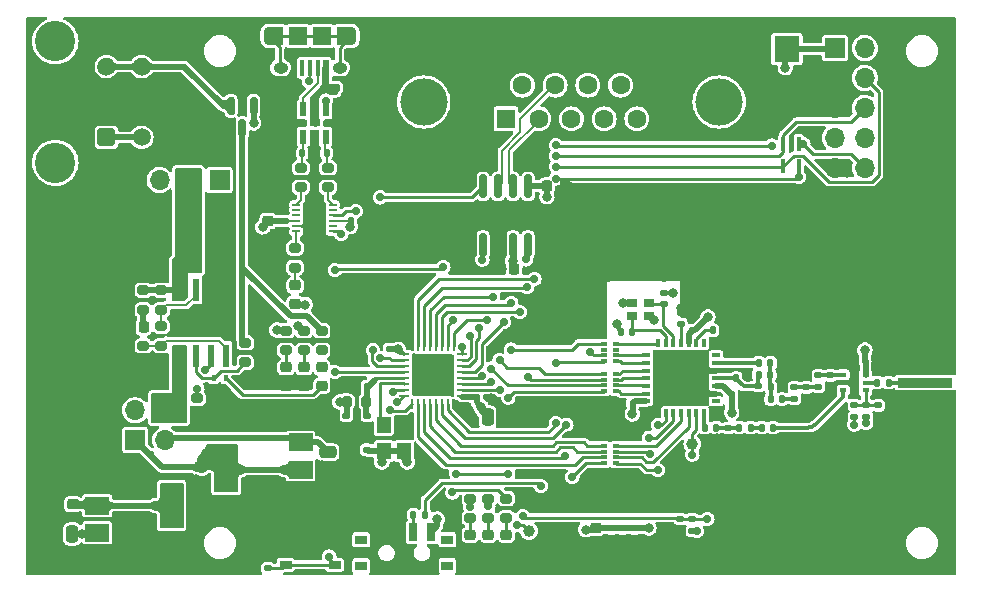
<source format=gbr>
%TF.GenerationSoftware,KiCad,Pcbnew,7.0.6*%
%TF.CreationDate,2023-10-05T23:13:59-06:00*%
%TF.ProjectId,CAN-USB RF Module,43414e2d-5553-4422-9052-46204d6f6475,1.0*%
%TF.SameCoordinates,Original*%
%TF.FileFunction,Copper,L1,Top*%
%TF.FilePolarity,Positive*%
%FSLAX46Y46*%
G04 Gerber Fmt 4.6, Leading zero omitted, Abs format (unit mm)*
G04 Created by KiCad (PCBNEW 7.0.6) date 2023-10-05 23:13:59*
%MOMM*%
%LPD*%
G01*
G04 APERTURE LIST*
G04 Aperture macros list*
%AMRoundRect*
0 Rectangle with rounded corners*
0 $1 Rounding radius*
0 $2 $3 $4 $5 $6 $7 $8 $9 X,Y pos of 4 corners*
0 Add a 4 corners polygon primitive as box body*
4,1,4,$2,$3,$4,$5,$6,$7,$8,$9,$2,$3,0*
0 Add four circle primitives for the rounded corners*
1,1,$1+$1,$2,$3*
1,1,$1+$1,$4,$5*
1,1,$1+$1,$6,$7*
1,1,$1+$1,$8,$9*
0 Add four rect primitives between the rounded corners*
20,1,$1+$1,$2,$3,$4,$5,0*
20,1,$1+$1,$4,$5,$6,$7,0*
20,1,$1+$1,$6,$7,$8,$9,0*
20,1,$1+$1,$8,$9,$2,$3,0*%
G04 Aperture macros list end*
%TA.AperFunction,SMDPad,CuDef*%
%ADD10RoundRect,0.200000X0.200000X0.275000X-0.200000X0.275000X-0.200000X-0.275000X0.200000X-0.275000X0*%
%TD*%
%TA.AperFunction,SMDPad,CuDef*%
%ADD11RoundRect,0.225000X0.225000X0.250000X-0.225000X0.250000X-0.225000X-0.250000X0.225000X-0.250000X0*%
%TD*%
%TA.AperFunction,SMDPad,CuDef*%
%ADD12RoundRect,0.225000X-0.225000X-0.250000X0.225000X-0.250000X0.225000X0.250000X-0.225000X0.250000X0*%
%TD*%
%TA.AperFunction,SMDPad,CuDef*%
%ADD13RoundRect,0.150000X0.150000X-0.825000X0.150000X0.825000X-0.150000X0.825000X-0.150000X-0.825000X0*%
%TD*%
%TA.AperFunction,SMDPad,CuDef*%
%ADD14R,3.000000X2.290000*%
%TD*%
%TA.AperFunction,SMDPad,CuDef*%
%ADD15RoundRect,0.200000X-0.275000X0.200000X-0.275000X-0.200000X0.275000X-0.200000X0.275000X0.200000X0*%
%TD*%
%TA.AperFunction,SMDPad,CuDef*%
%ADD16RoundRect,0.140000X-0.140000X-0.170000X0.140000X-0.170000X0.140000X0.170000X-0.140000X0.170000X0*%
%TD*%
%TA.AperFunction,SMDPad,CuDef*%
%ADD17RoundRect,0.218750X0.256250X-0.218750X0.256250X0.218750X-0.256250X0.218750X-0.256250X-0.218750X0*%
%TD*%
%TA.AperFunction,SMDPad,CuDef*%
%ADD18RoundRect,0.135000X-0.185000X0.135000X-0.185000X-0.135000X0.185000X-0.135000X0.185000X0.135000X0*%
%TD*%
%TA.AperFunction,SMDPad,CuDef*%
%ADD19RoundRect,0.147500X0.172500X-0.147500X0.172500X0.147500X-0.172500X0.147500X-0.172500X-0.147500X0*%
%TD*%
%TA.AperFunction,SMDPad,CuDef*%
%ADD20RoundRect,0.140000X0.170000X-0.140000X0.170000X0.140000X-0.170000X0.140000X-0.170000X-0.140000X0*%
%TD*%
%TA.AperFunction,SMDPad,CuDef*%
%ADD21RoundRect,0.140000X-0.170000X0.140000X-0.170000X-0.140000X0.170000X-0.140000X0.170000X0.140000X0*%
%TD*%
%TA.AperFunction,SMDPad,CuDef*%
%ADD22RoundRect,0.200000X0.275000X-0.200000X0.275000X0.200000X-0.275000X0.200000X-0.275000X-0.200000X0*%
%TD*%
%TA.AperFunction,SMDPad,CuDef*%
%ADD23C,1.000000*%
%TD*%
%TA.AperFunction,SMDPad,CuDef*%
%ADD24R,2.000000X1.500000*%
%TD*%
%TA.AperFunction,SMDPad,CuDef*%
%ADD25R,2.000000X3.800000*%
%TD*%
%TA.AperFunction,SMDPad,CuDef*%
%ADD26RoundRect,0.140000X0.140000X0.170000X-0.140000X0.170000X-0.140000X-0.170000X0.140000X-0.170000X0*%
%TD*%
%TA.AperFunction,SMDPad,CuDef*%
%ADD27RoundRect,0.218750X-0.218750X-0.256250X0.218750X-0.256250X0.218750X0.256250X-0.218750X0.256250X0*%
%TD*%
%TA.AperFunction,SMDPad,CuDef*%
%ADD28R,1.200000X1.400000*%
%TD*%
%TA.AperFunction,SMDPad,CuDef*%
%ADD29R,0.600000X0.420000*%
%TD*%
%TA.AperFunction,SMDPad,CuDef*%
%ADD30RoundRect,0.135000X0.185000X-0.135000X0.185000X0.135000X-0.185000X0.135000X-0.185000X-0.135000X0*%
%TD*%
%TA.AperFunction,SMDPad,CuDef*%
%ADD31RoundRect,0.250000X-0.475000X0.250000X-0.475000X-0.250000X0.475000X-0.250000X0.475000X0.250000X0*%
%TD*%
%TA.AperFunction,SMDPad,CuDef*%
%ADD32RoundRect,0.225000X-0.250000X0.225000X-0.250000X-0.225000X0.250000X-0.225000X0.250000X0.225000X0*%
%TD*%
%TA.AperFunction,SMDPad,CuDef*%
%ADD33RoundRect,0.147500X0.147500X0.172500X-0.147500X0.172500X-0.147500X-0.172500X0.147500X-0.172500X0*%
%TD*%
%TA.AperFunction,SMDPad,CuDef*%
%ADD34R,0.500000X0.320000*%
%TD*%
%TA.AperFunction,ComponentPad*%
%ADD35R,1.700000X1.700000*%
%TD*%
%TA.AperFunction,ComponentPad*%
%ADD36O,1.700000X1.700000*%
%TD*%
%TA.AperFunction,ComponentPad*%
%ADD37C,4.000000*%
%TD*%
%TA.AperFunction,ComponentPad*%
%ADD38R,1.600000X1.600000*%
%TD*%
%TA.AperFunction,ComponentPad*%
%ADD39C,1.600000*%
%TD*%
%TA.AperFunction,SMDPad,CuDef*%
%ADD40R,0.400000X1.350000*%
%TD*%
%TA.AperFunction,ComponentPad*%
%ADD41O,0.890000X1.550000*%
%TD*%
%TA.AperFunction,SMDPad,CuDef*%
%ADD42R,1.200000X1.550000*%
%TD*%
%TA.AperFunction,ComponentPad*%
%ADD43O,1.250000X0.950000*%
%TD*%
%TA.AperFunction,SMDPad,CuDef*%
%ADD44R,1.500000X1.550000*%
%TD*%
%TA.AperFunction,SMDPad,CuDef*%
%ADD45R,2.150000X2.200000*%
%TD*%
%TA.AperFunction,SMDPad,CuDef*%
%ADD46R,1.000000X0.800000*%
%TD*%
%TA.AperFunction,SMDPad,CuDef*%
%ADD47R,0.700000X1.500000*%
%TD*%
%TA.AperFunction,SMDPad,CuDef*%
%ADD48RoundRect,0.250000X0.250000X0.475000X-0.250000X0.475000X-0.250000X-0.475000X0.250000X-0.475000X0*%
%TD*%
%TA.AperFunction,SMDPad,CuDef*%
%ADD49R,0.400000X1.200000*%
%TD*%
%TA.AperFunction,ComponentPad*%
%ADD50RoundRect,0.250001X0.499999X-0.499999X0.499999X0.499999X-0.499999X0.499999X-0.499999X-0.499999X0*%
%TD*%
%TA.AperFunction,ComponentPad*%
%ADD51C,1.500000*%
%TD*%
%TA.AperFunction,ComponentPad*%
%ADD52C,3.410000*%
%TD*%
%TA.AperFunction,SMDPad,CuDef*%
%ADD53RoundRect,0.218750X-0.256250X0.218750X-0.256250X-0.218750X0.256250X-0.218750X0.256250X0.218750X0*%
%TD*%
%TA.AperFunction,SMDPad,CuDef*%
%ADD54R,4.560000X0.850000*%
%TD*%
%TA.AperFunction,SMDPad,CuDef*%
%ADD55R,4.560000X1.000000*%
%TD*%
%TA.AperFunction,SMDPad,CuDef*%
%ADD56RoundRect,0.250000X-0.250000X-0.475000X0.250000X-0.475000X0.250000X0.475000X-0.250000X0.475000X0*%
%TD*%
%TA.AperFunction,SMDPad,CuDef*%
%ADD57R,0.600000X1.200000*%
%TD*%
%TA.AperFunction,SMDPad,CuDef*%
%ADD58RoundRect,0.147500X-0.147500X-0.172500X0.147500X-0.172500X0.147500X0.172500X-0.147500X0.172500X0*%
%TD*%
%TA.AperFunction,SMDPad,CuDef*%
%ADD59RoundRect,0.225000X0.250000X-0.225000X0.250000X0.225000X-0.250000X0.225000X-0.250000X-0.225000X0*%
%TD*%
%TA.AperFunction,SMDPad,CuDef*%
%ADD60RoundRect,0.062500X-0.375000X-0.062500X0.375000X-0.062500X0.375000X0.062500X-0.375000X0.062500X0*%
%TD*%
%TA.AperFunction,SMDPad,CuDef*%
%ADD61RoundRect,0.062500X-0.062500X-0.375000X0.062500X-0.375000X0.062500X0.375000X-0.062500X0.375000X0*%
%TD*%
%TA.AperFunction,SMDPad,CuDef*%
%ADD62R,3.450000X3.450000*%
%TD*%
%TA.AperFunction,SMDPad,CuDef*%
%ADD63R,1.050000X0.650000*%
%TD*%
%TA.AperFunction,SMDPad,CuDef*%
%ADD64R,0.300000X0.750000*%
%TD*%
%TA.AperFunction,SMDPad,CuDef*%
%ADD65R,0.750000X0.300000*%
%TD*%
%TA.AperFunction,SMDPad,CuDef*%
%ADD66R,4.800000X4.800000*%
%TD*%
%TA.AperFunction,SMDPad,CuDef*%
%ADD67R,0.610000X1.910000*%
%TD*%
%TA.AperFunction,SMDPad,CuDef*%
%ADD68R,1.550000X1.205000*%
%TD*%
%TA.AperFunction,SMDPad,CuDef*%
%ADD69RoundRect,0.150000X-0.150000X0.587500X-0.150000X-0.587500X0.150000X-0.587500X0.150000X0.587500X0*%
%TD*%
%TA.AperFunction,SMDPad,CuDef*%
%ADD70R,0.900000X0.800000*%
%TD*%
%TA.AperFunction,SMDPad,CuDef*%
%ADD71RoundRect,0.135000X-0.135000X-0.185000X0.135000X-0.185000X0.135000X0.185000X-0.135000X0.185000X0*%
%TD*%
%TA.AperFunction,SMDPad,CuDef*%
%ADD72R,0.650000X0.250000*%
%TD*%
%TA.AperFunction,SMDPad,CuDef*%
%ADD73R,1.700000X2.500000*%
%TD*%
%TA.AperFunction,SMDPad,CuDef*%
%ADD74R,0.400000X0.510000*%
%TD*%
%TA.AperFunction,ViaPad*%
%ADD75C,0.800000*%
%TD*%
%TA.AperFunction,ViaPad*%
%ADD76C,0.700000*%
%TD*%
%TA.AperFunction,Conductor*%
%ADD77C,0.500000*%
%TD*%
%TA.AperFunction,Conductor*%
%ADD78C,0.250000*%
%TD*%
%TA.AperFunction,Conductor*%
%ADD79C,0.200000*%
%TD*%
%TA.AperFunction,Conductor*%
%ADD80C,0.342400*%
%TD*%
%TA.AperFunction,Conductor*%
%ADD81C,0.349300*%
%TD*%
%TA.AperFunction,Conductor*%
%ADD82C,0.300000*%
%TD*%
%TA.AperFunction,Conductor*%
%ADD83C,0.254000*%
%TD*%
%TA.AperFunction,Conductor*%
%ADD84C,0.293090*%
%TD*%
G04 APERTURE END LIST*
D10*
%TO.P,FB1,1*%
%TO.N,+3.3VA*%
X126967500Y-103604000D03*
%TO.P,FB1,2*%
%TO.N,+3V3*%
X125317500Y-103604000D03*
%TD*%
D11*
%TO.P,C46,1*%
%TO.N,GND*%
X143777000Y-85344000D03*
%TO.P,C46,2*%
%TO.N,+3V3*%
X142227000Y-85344000D03*
%TD*%
D12*
%TO.P,C45,1*%
%TO.N,GND*%
X137909000Y-92329000D03*
%TO.P,C45,2*%
%TO.N,+5V*%
X139459000Y-92329000D03*
%TD*%
D13*
%TO.P,U10,1,TXD*%
%TO.N,/CAN_TX*%
X136835000Y-90333000D03*
%TO.P,U10,2,VSS*%
%TO.N,GND*%
X138105000Y-90333000D03*
%TO.P,U10,3,VDD*%
%TO.N,+5V*%
X139375000Y-90333000D03*
%TO.P,U10,4,RXD*%
%TO.N,/CAN_RX*%
X140645000Y-90333000D03*
%TO.P,U10,5,VIO*%
%TO.N,+3V3*%
X140645000Y-85383000D03*
%TO.P,U10,6,CANL*%
%TO.N,/CAN Tranciever/CD-*%
X139375000Y-85383000D03*
%TO.P,U10,7,CANH*%
%TO.N,/CAN Tranciever/CD+*%
X138105000Y-85383000D03*
%TO.P,U10,8,STBY*%
%TO.N,/CAN_STBY*%
X136835000Y-85383000D03*
D14*
%TO.P,U10,9,VSS*%
%TO.N,GND*%
X138740000Y-87858000D03*
%TD*%
D15*
%TO.P,R9,1*%
%TO.N,/Power Regulator/I_{MON}*%
X112649000Y-103315000D03*
%TO.P,R9,2*%
%TO.N,GND*%
X112649000Y-104965000D03*
%TD*%
D16*
%TO.P,C29,1*%
%TO.N,/LoRa Tranciever/VR_PA*%
X158270000Y-101600000D03*
%TO.P,C29,2*%
%TO.N,GND*%
X159230000Y-101600000D03*
%TD*%
D17*
%TO.P,D7,1,K*%
%TO.N,GND*%
X120142000Y-102260500D03*
%TO.P,D7,2,A*%
%TO.N,Net-(D7-A)*%
X120142000Y-100685500D03*
%TD*%
D18*
%TO.P,R18,1*%
%TO.N,/LoRa Tranciever/RXTX_SW*%
X168275000Y-103884000D03*
%TO.P,R18,2*%
%TO.N,/LoRa Tranciever/RXTX_SX*%
X168275000Y-104904000D03*
%TD*%
D19*
%TO.P,L5,1,1*%
%TO.N,Net-(C34-Pad2)*%
X165227000Y-102339000D03*
%TO.P,L5,2,2*%
%TO.N,Net-(U9-RF1)*%
X165227000Y-101369000D03*
%TD*%
D20*
%TO.P,C24,1*%
%TO.N,+3V3*%
X154606600Y-97523000D03*
%TO.P,C24,2*%
%TO.N,GND*%
X154606600Y-96563000D03*
%TD*%
D21*
%TO.P,C33,1*%
%TO.N,Net-(C33-Pad1)*%
X157607000Y-105819000D03*
%TO.P,C33,2*%
%TO.N,GND*%
X157607000Y-106779000D03*
%TD*%
D18*
%TO.P,R17,1*%
%TO.N,/LoRa Tranciever/RXTX_SW*%
X169291000Y-103884000D03*
%TO.P,R17,2*%
%TO.N,/SW_RXTX*%
X169291000Y-104904000D03*
%TD*%
D22*
%TO.P,R15,1*%
%TO.N,Net-(U7-USBDP)*%
X123712000Y-85453000D03*
%TO.P,R15,2*%
%TO.N,Net-(C18-Pad2)*%
X123712000Y-83803000D03*
%TD*%
D21*
%TO.P,C43,1*%
%TO.N,+3V3*%
X148653500Y-114328000D03*
%TO.P,C43,2*%
%TO.N,GND*%
X148653500Y-115288000D03*
%TD*%
D23*
%TO.P,TP1,1,1*%
%TO.N,Net-(U2-PA8)*%
X140716000Y-114554000D03*
%TD*%
D16*
%TO.P,C36,1*%
%TO.N,Net-(C36-Pad1)*%
X158524000Y-105791000D03*
%TO.P,C36,2*%
%TO.N,Net-(C33-Pad1)*%
X159484000Y-105791000D03*
%TD*%
D24*
%TO.P,U5,1,GND*%
%TO.N,GND*%
X104164600Y-110095000D03*
%TO.P,U5,2,VO*%
%TO.N,+3V3*%
X104164600Y-112395000D03*
D25*
X110464600Y-112395000D03*
D24*
%TO.P,U5,3,VI*%
%TO.N,/Power Regulator/5V*%
X104164600Y-114695000D03*
%TD*%
D20*
%TO.P,C25,1*%
%TO.N,Net-(U8-VR_DIG)*%
X153590600Y-97015000D03*
%TO.P,C25,2*%
%TO.N,GND*%
X153590600Y-96055000D03*
%TD*%
D26*
%TO.P,C40,1*%
%TO.N,+3V3*%
X169164000Y-100076000D03*
%TO.P,C40,2*%
%TO.N,GND*%
X168204000Y-100076000D03*
%TD*%
D15*
%TO.P,R7,1*%
%TO.N,Net-(U3-EN{slash}UVLO)*%
X109601000Y-97219000D03*
%TO.P,R7,2*%
%TO.N,Net-(U3-OVLO)*%
X109601000Y-98869000D03*
%TD*%
D27*
%TO.P,D5,1,K*%
%TO.N,GND*%
X106527500Y-97282000D03*
%TO.P,D5,2,A*%
%TO.N,Net-(D5-A)*%
X108102500Y-97282000D03*
%TD*%
D28*
%TO.P,U1,1,~{ST}*%
%TO.N,+3V3*%
X130136000Y-107780000D03*
%TO.P,U1,2,GND*%
%TO.N,GND*%
X130136000Y-105580000D03*
%TO.P,U1,3,OUT*%
%TO.N,/XCLK*%
X128436000Y-105580000D03*
%TO.P,U1,4,VCC*%
%TO.N,+3V3*%
X128436000Y-107780000D03*
%TD*%
D29*
%TO.P,U9,1,RF1*%
%TO.N,Net-(U9-RF1)*%
X167325000Y-101333000D03*
%TO.P,U9,2,GND*%
%TO.N,GND*%
X167325000Y-101983000D03*
%TO.P,U9,3,RF2*%
%TO.N,Net-(U9-RF2)*%
X167325000Y-102633000D03*
%TO.P,U9,4,CTRL*%
%TO.N,/LoRa Tranciever/RXTX_SW*%
X169225000Y-102633000D03*
%TO.P,U9,5,RFC*%
%TO.N,Net-(U9-RFC)*%
X169225000Y-101983000D03*
%TO.P,U9,6,~{CTRL}/VDD*%
%TO.N,+3V3*%
X169225000Y-101333000D03*
%TD*%
D15*
%TO.P,R12,1*%
%TO.N,+3V3*%
X120142000Y-97600000D03*
%TO.P,R12,2*%
%TO.N,Net-(D7-A)*%
X120142000Y-99250000D03*
%TD*%
%TO.P,R10,1*%
%TO.N,Net-(R10-Pad1)*%
X116713000Y-98616000D03*
%TO.P,R10,2*%
%TO.N,/Power Regulator/~{FAULT}*%
X116713000Y-100266000D03*
%TD*%
D21*
%TO.P,C1,1*%
%TO.N,GND*%
X118618000Y-116741000D03*
%TO.P,C1,2*%
%TO.N,/NRST*%
X118618000Y-117701000D03*
%TD*%
D30*
%TO.P,R20,1*%
%TO.N,GND*%
X153543000Y-114554000D03*
%TO.P,R20,2*%
%TO.N,/SW_RXTX*%
X153543000Y-113534000D03*
%TD*%
D16*
%TO.P,C19,1*%
%TO.N,GND*%
X120565000Y-82550000D03*
%TO.P,C19,2*%
%TO.N,Net-(C19-Pad2)*%
X121525000Y-82550000D03*
%TD*%
D31*
%TO.P,C14,1*%
%TO.N,/Power Regulator/12V*%
X123698000Y-107889000D03*
%TO.P,C14,2*%
%TO.N,GND*%
X123698000Y-109789000D03*
%TD*%
D32*
%TO.P,C13,1*%
%TO.N,+5V*%
X112903000Y-109156200D03*
%TO.P,C13,2*%
%TO.N,GND*%
X112903000Y-110706200D03*
%TD*%
D16*
%TO.P,C23,1*%
%TO.N,Net-(U8-VR_ANA)*%
X156285600Y-97551000D03*
%TO.P,C23,2*%
%TO.N,GND*%
X157245600Y-97551000D03*
%TD*%
D11*
%TO.P,C10,1*%
%TO.N,/Power Regulator/FUSE_OUT*%
X111265000Y-101727000D03*
%TO.P,C10,2*%
%TO.N,GND*%
X109715000Y-101727000D03*
%TD*%
D15*
%TO.P,R11,1*%
%TO.N,Net-(R10-Pad1)*%
X123190000Y-97600000D03*
%TO.P,R11,2*%
%TO.N,Net-(D6-A)*%
X123190000Y-99250000D03*
%TD*%
D33*
%TO.P,L2,1,1*%
%TO.N,Net-(C30-Pad1)*%
X161140000Y-101346000D03*
%TO.P,L2,2,2*%
%TO.N,/LoRa Tranciever/VR_PA*%
X160170000Y-101346000D03*
%TD*%
D15*
%TO.P,R13,1*%
%TO.N,+5V*%
X121666000Y-97600000D03*
%TO.P,R13,2*%
%TO.N,Net-(D8-A)*%
X121666000Y-99250000D03*
%TD*%
D17*
%TO.P,D6,1,K*%
%TO.N,Net-(D6-K)*%
X123190000Y-102260500D03*
%TO.P,D6,2,A*%
%TO.N,Net-(D6-A)*%
X123190000Y-100685500D03*
%TD*%
D32*
%TO.P,C16,1*%
%TO.N,+5V*%
X118632000Y-88298000D03*
%TO.P,C16,2*%
%TO.N,GND*%
X118632000Y-89848000D03*
%TD*%
D34*
%TO.P,RN2,1,R1.1*%
%TO.N,/SX_RESET*%
X147074000Y-98691000D03*
%TO.P,RN2,2,R2.1*%
%TO.N,unconnected-(RN2-R2.1-Pad2)*%
X147074000Y-99191000D03*
%TO.P,RN2,3,R3.1*%
%TO.N,/DIO0*%
X147074000Y-99691000D03*
%TO.P,RN2,4,R4.1*%
%TO.N,/DIO1*%
X147074000Y-100191000D03*
%TO.P,RN2,5,R4.2*%
%TO.N,/LoRa Tranciever/DIO1*%
X148074000Y-100191000D03*
%TO.P,RN2,6,R3.2*%
%TO.N,/LoRa Tranciever/DIO0*%
X148074000Y-99691000D03*
%TO.P,RN2,7,R2.2*%
%TO.N,unconnected-(RN2-R2.2-Pad7)*%
X148074000Y-99191000D03*
%TO.P,RN2,8,R1.2*%
%TO.N,/LoRa Tranciever/SX1276_NRESET*%
X148074000Y-98691000D03*
%TD*%
D17*
%TO.P,D2,1,K*%
%TO.N,GND*%
X137287000Y-116465750D03*
%TO.P,D2,2,A*%
%TO.N,Net-(D2-A)*%
X137287000Y-114890750D03*
%TD*%
D20*
%TO.P,C37,1*%
%TO.N,GND*%
X166243000Y-102334000D03*
%TO.P,C37,2*%
%TO.N,Net-(U9-RF1)*%
X166243000Y-101374000D03*
%TD*%
D16*
%TO.P,C15,1*%
%TO.N,+3V3*%
X125631000Y-88265000D03*
%TO.P,C15,2*%
%TO.N,GND*%
X126591000Y-88265000D03*
%TD*%
D17*
%TO.P,D3,1,K*%
%TO.N,GND*%
X138811000Y-116465750D03*
%TO.P,D3,2,A*%
%TO.N,Net-(D3-A)*%
X138811000Y-114890750D03*
%TD*%
D21*
%TO.P,C32,1*%
%TO.N,/LoRa Tranciever/VR_PA*%
X160147000Y-102263000D03*
%TO.P,C32,2*%
%TO.N,GND*%
X160147000Y-103223000D03*
%TD*%
D34*
%TO.P,RN3,1,R1.1*%
%TO.N,/DIO2*%
X147074000Y-101231000D03*
%TO.P,RN3,2,R2.1*%
%TO.N,/DIO3*%
X147074000Y-101731000D03*
%TO.P,RN3,3,R3.1*%
%TO.N,/DIO4*%
X147074000Y-102231000D03*
%TO.P,RN3,4,R4.1*%
%TO.N,/DIO5*%
X147074000Y-102731000D03*
%TO.P,RN3,5,R4.2*%
%TO.N,/LoRa Tranciever/DIO5*%
X148074000Y-102731000D03*
%TO.P,RN3,6,R3.2*%
%TO.N,/LoRa Tranciever/DIO4*%
X148074000Y-102231000D03*
%TO.P,RN3,7,R2.2*%
%TO.N,/LoRa Tranciever/DIO3*%
X148074000Y-101731000D03*
%TO.P,RN3,8,R1.2*%
%TO.N,/LoRa Tranciever/DIO2*%
X148074000Y-101231000D03*
%TD*%
D26*
%TO.P,C22,1*%
%TO.N,Net-(U8-XTB)*%
X149451000Y-97663000D03*
%TO.P,C22,2*%
%TO.N,GND*%
X148491000Y-97663000D03*
%TD*%
D21*
%TO.P,C17,1*%
%TO.N,+5V*%
X119902000Y-88311000D03*
%TO.P,C17,2*%
%TO.N,GND*%
X119902000Y-89271000D03*
%TD*%
%TO.P,C5,1*%
%TO.N,GND*%
X127000000Y-106708000D03*
%TO.P,C5,2*%
%TO.N,+3V3*%
X127000000Y-107668000D03*
%TD*%
D35*
%TO.P,J3,1,Pin_1*%
%TO.N,+5V*%
X107391200Y-106857800D03*
D36*
%TO.P,J3,2,Pin_2*%
%TO.N,/Power Regulator/5V*%
X107391200Y-104317800D03*
%TO.P,J3,3,Pin_3*%
%TO.N,/Power Regulator/12V*%
X109931200Y-106857800D03*
%TO.P,J3,4,Pin_4*%
%TO.N,/Power Regulator/FUSE_OUT*%
X109931200Y-104317800D03*
%TD*%
D37*
%TO.P,J6,0*%
%TO.N,N/C*%
X156826000Y-78232000D03*
X131826000Y-78232000D03*
D38*
%TO.P,J6,1,Pin_1*%
%TO.N,unconnected-(J6-Pin_1-Pad1)*%
X138786000Y-79652000D03*
D39*
%TO.P,J6,2,Pin_2*%
%TO.N,/CAN Tranciever/CD-*%
X141556000Y-79652000D03*
%TO.P,J6,3,Pin_3*%
%TO.N,unconnected-(J6-Pin_3-Pad3)*%
X144326000Y-79652000D03*
%TO.P,J6,4,Pin_4*%
%TO.N,unconnected-(J6-Pin_4-Pad4)*%
X147096000Y-79652000D03*
%TO.P,J6,5,Pin_5*%
%TO.N,unconnected-(J6-Pin_5-Pad5)*%
X149866000Y-79652000D03*
%TO.P,J6,6,Pin_6*%
%TO.N,unconnected-(J6-Pin_6-Pad6)*%
X140171000Y-76812000D03*
%TO.P,J6,7,Pin_7*%
%TO.N,/CAN Tranciever/CD+*%
X142941000Y-76812000D03*
%TO.P,J6,8,Pin_8*%
%TO.N,unconnected-(J6-Pin_8-Pad8)*%
X145711000Y-76812000D03*
%TO.P,J6,9,Pin_9*%
%TO.N,unconnected-(J6-Pin_9-Pad9)*%
X148481000Y-76812000D03*
%TD*%
D40*
%TO.P,J4,1,VBUS*%
%TO.N,VBUS_UP*%
X123490000Y-75344000D03*
%TO.P,J4,2,D-*%
%TO.N,Net-(J4-D-)*%
X122840000Y-75344000D03*
%TO.P,J4,3,D+*%
%TO.N,Net-(J4-D+)*%
X122190000Y-75344000D03*
%TO.P,J4,4,ID*%
%TO.N,unconnected-(J4-ID-Pad4)*%
X121540000Y-75344000D03*
%TO.P,J4,5,GND*%
%TO.N,GND*%
X120890000Y-75344000D03*
D41*
%TO.P,J4,6,Shield*%
%TO.N,unconnected-(J4-Shield-Pad6)*%
X125690000Y-72644000D03*
D42*
X125090000Y-72644000D03*
D43*
X124690000Y-75344000D03*
D44*
X123190000Y-72644000D03*
X121190000Y-72644000D03*
D43*
X119690000Y-75344000D03*
D42*
X119290000Y-72644000D03*
D41*
X118690000Y-72644000D03*
%TD*%
D45*
%TO.P,D4,1,K*%
%TO.N,+3V3*%
X162560000Y-73746000D03*
%TO.P,D4,2,A*%
%TO.N,GND*%
X162560000Y-78146000D03*
%TD*%
D26*
%TO.P,C26,1*%
%TO.N,+3V3*%
X149498600Y-103774000D03*
%TO.P,C26,2*%
%TO.N,GND*%
X148538600Y-103774000D03*
%TD*%
D19*
%TO.P,L4,1,1*%
%TO.N,Net-(C31-Pad2)*%
X163195000Y-103355000D03*
%TO.P,L4,2,2*%
%TO.N,Net-(C34-Pad2)*%
X163195000Y-102385000D03*
%TD*%
D16*
%TO.P,C28,1*%
%TO.N,+3V3*%
X157889000Y-104013000D03*
%TO.P,C28,2*%
%TO.N,GND*%
X158849000Y-104013000D03*
%TD*%
D22*
%TO.P,R16,1*%
%TO.N,Net-(U7-USBDM)*%
X121426000Y-85453000D03*
%TO.P,R16,2*%
%TO.N,Net-(C19-Pad2)*%
X121426000Y-83803000D03*
%TD*%
D46*
%TO.P,SW2,*%
%TO.N,*%
X126525000Y-115298000D03*
X126525000Y-117508000D03*
X133825000Y-115298000D03*
X133825000Y-117508000D03*
D47*
%TO.P,SW2,1,A*%
%TO.N,GND*%
X127925000Y-114648000D03*
%TO.P,SW2,2,B*%
%TO.N,Net-(SW2A-B)*%
X130925000Y-114648000D03*
%TO.P,SW2,3,C*%
%TO.N,+3V3*%
X132425000Y-114648000D03*
%TD*%
D48*
%TO.P,C12,1*%
%TO.N,/Power Regulator/5V*%
X102042000Y-114808000D03*
%TO.P,C12,2*%
%TO.N,GND*%
X100142000Y-114808000D03*
%TD*%
D34*
%TO.P,RN1,1,R1.1*%
%TO.N,/SPI1_MOSI*%
X147074000Y-107327000D03*
%TO.P,RN1,2,R2.1*%
%TO.N,/SPI1_MISO*%
X147074000Y-107827000D03*
%TO.P,RN1,3,R3.1*%
%TO.N,/SPI1_NSS*%
X147074000Y-108327000D03*
%TO.P,RN1,4,R4.1*%
%TO.N,/SPI1_SCK*%
X147074000Y-108827000D03*
%TO.P,RN1,5,R4.2*%
%TO.N,/LoRa Tranciever/SCK_RTSN*%
X148074000Y-108827000D03*
%TO.P,RN1,6,R3.2*%
%TO.N,/LoRa Tranciever/NSS_CTS*%
X148074000Y-108327000D03*
%TO.P,RN1,7,R2.2*%
%TO.N,/LoRa Tranciever/MISO_TX*%
X148074000Y-107827000D03*
%TO.P,RN1,8,R1.2*%
%TO.N,/LoRa Tranciever/MOSI_RX*%
X148074000Y-107327000D03*
%TD*%
D22*
%TO.P,R2,1*%
%TO.N,Net-(D1-A)*%
X135763000Y-113455250D03*
%TO.P,R2,2*%
%TO.N,Net-(U2-PA10)*%
X135763000Y-111805250D03*
%TD*%
D49*
%TO.P,IC1,1,I/01*%
%TO.N,/NRST*%
X163576000Y-81788000D03*
%TO.P,IC1,2,GND*%
%TO.N,GND*%
X162926000Y-81788000D03*
%TO.P,IC1,3,I/02*%
%TO.N,/DEBUG_SWO*%
X162276000Y-81788000D03*
%TO.P,IC1,4,I/03*%
%TO.N,/DEBUG_SWCLK*%
X162276000Y-83688000D03*
%TO.P,IC1,5,I/04*%
%TO.N,/DEBUG_SWDIO*%
X163576000Y-83688000D03*
%TD*%
D16*
%TO.P,C38,1*%
%TO.N,Net-(C36-Pad1)*%
X160429000Y-105791000D03*
%TO.P,C38,2*%
%TO.N,Net-(U9-RF2)*%
X161389000Y-105791000D03*
%TD*%
D50*
%TO.P,J2,1,Pin_1*%
%TO.N,+12V*%
X104947000Y-81232000D03*
D51*
%TO.P,J2,2,Pin_2*%
%TO.N,GND*%
X104947000Y-78232000D03*
%TO.P,J2,3,Pin_3*%
%TO.N,/Power Regulator/5V_UP*%
X104947000Y-75232000D03*
%TO.P,J2,4,Pin_4*%
%TO.N,+12V*%
X107947000Y-81232000D03*
%TO.P,J2,5,Pin_5*%
%TO.N,GND*%
X107947000Y-78232000D03*
%TO.P,J2,6,Pin_6*%
%TO.N,/Power Regulator/5V_UP*%
X107947000Y-75232000D03*
D52*
%TO.P,J2,MP*%
%TO.N,N/C*%
X100627000Y-83382000D03*
X100627000Y-73082000D03*
%TD*%
D53*
%TO.P,D9,1,K*%
%TO.N,Net-(D9-K)*%
X120918000Y-93746500D03*
%TO.P,D9,2,A*%
%TO.N,+3V3*%
X120918000Y-95321500D03*
%TD*%
D21*
%TO.P,C35,1*%
%TO.N,+3V3*%
X149669500Y-114328000D03*
%TO.P,C35,2*%
%TO.N,GND*%
X149669500Y-115288000D03*
%TD*%
D32*
%TO.P,C39,1*%
%TO.N,+3V3*%
X146431000Y-114287000D03*
%TO.P,C39,2*%
%TO.N,GND*%
X146431000Y-115837000D03*
%TD*%
D15*
%TO.P,R8,1*%
%TO.N,Net-(U3-OVLO)*%
X108077000Y-98870000D03*
%TO.P,R8,2*%
%TO.N,GND*%
X108077000Y-100520000D03*
%TD*%
D54*
%TO.P,J5,1,In*%
%TO.N,Net-(J5-In)*%
X174244000Y-101981000D03*
D55*
%TO.P,J5,2,Ext*%
%TO.N,GND*%
X174244000Y-104751000D03*
X174244000Y-99211000D03*
%TD*%
D22*
%TO.P,R4,1*%
%TO.N,Net-(D3-A)*%
X138811000Y-113455250D03*
%TO.P,R4,2*%
%TO.N,Net-(U2-PA1)*%
X138811000Y-111805250D03*
%TD*%
D24*
%TO.P,U6,1,GND*%
%TO.N,GND*%
X121387000Y-111647000D03*
%TO.P,U6,2,VO*%
%TO.N,+5V*%
X121387000Y-109347000D03*
D25*
X115087000Y-109347000D03*
D24*
%TO.P,U6,3,VI*%
%TO.N,/Power Regulator/12V*%
X121387000Y-107047000D03*
%TD*%
D16*
%TO.P,C30,1*%
%TO.N,Net-(C30-Pad1)*%
X161191000Y-102362000D03*
%TO.P,C30,2*%
%TO.N,GND*%
X162151000Y-102362000D03*
%TD*%
D17*
%TO.P,D1,1,K*%
%TO.N,GND*%
X135763000Y-116465750D03*
%TO.P,D1,2,A*%
%TO.N,Net-(D1-A)*%
X135763000Y-114890750D03*
%TD*%
D15*
%TO.P,R5,1*%
%TO.N,/Power Regulator/FUSE_IN*%
X108077000Y-94171000D03*
%TO.P,R5,2*%
%TO.N,Net-(D5-A)*%
X108077000Y-95821000D03*
%TD*%
D56*
%TO.P,C2,1*%
%TO.N,+3V3*%
X137226000Y-104902000D03*
%TO.P,C2,2*%
%TO.N,GND*%
X139126000Y-104902000D03*
%TD*%
D57*
%TO.P,D10,1*%
%TO.N,Net-(C19-Pad2)*%
X121619000Y-81160000D03*
%TO.P,D10,2*%
%TO.N,GND*%
X122569000Y-81160000D03*
%TO.P,D10,3*%
%TO.N,Net-(C18-Pad2)*%
X123519000Y-81160000D03*
%TO.P,D10,4*%
%TO.N,Net-(J4-D+)*%
X123519000Y-78860000D03*
%TO.P,D10,5*%
%TO.N,VBUS_UP*%
X122569000Y-78860000D03*
%TO.P,D10,6*%
%TO.N,Net-(J4-D-)*%
X121619000Y-78860000D03*
%TD*%
D22*
%TO.P,R3,1*%
%TO.N,Net-(D2-A)*%
X137287000Y-113455250D03*
%TO.P,R3,2*%
%TO.N,Net-(U2-PA9)*%
X137287000Y-111805250D03*
%TD*%
D35*
%TO.P,J1,1,Pin_1*%
%TO.N,+3V3*%
X166624000Y-73660000D03*
D36*
%TO.P,J1,2,Pin_2*%
%TO.N,/DEBUG_SWDIO*%
X169164000Y-73660000D03*
%TO.P,J1,3,Pin_3*%
%TO.N,GND*%
X166624000Y-76200000D03*
%TO.P,J1,4,Pin_4*%
%TO.N,/DEBUG_SWCLK*%
X169164000Y-76200000D03*
%TO.P,J1,5,Pin_5*%
%TO.N,GND*%
X166624000Y-78740000D03*
%TO.P,J1,6,Pin_6*%
%TO.N,/DEBUG_SWO*%
X169164000Y-78740000D03*
%TO.P,J1,7,Pin_7*%
%TO.N,unconnected-(J1-Pin_7-Pad7)*%
X166624000Y-81280000D03*
%TO.P,J1,8,Pin_8*%
%TO.N,unconnected-(J1-Pin_8-Pad8)*%
X169164000Y-81280000D03*
%TO.P,J1,9,Pin_9*%
%TO.N,GND*%
X166624000Y-83820000D03*
%TO.P,J1,10,Pin_10*%
%TO.N,/NRST*%
X169164000Y-83820000D03*
%TD*%
D20*
%TO.P,C3,1*%
%TO.N,+3V3*%
X128936500Y-99131000D03*
%TO.P,C3,2*%
%TO.N,GND*%
X128936500Y-98171000D03*
%TD*%
D21*
%TO.P,C8,1*%
%TO.N,+3V3*%
X125253500Y-104775000D03*
%TO.P,C8,2*%
%TO.N,GND*%
X125253500Y-105735000D03*
%TD*%
D58*
%TO.P,L3,1,1*%
%TO.N,/LoRa Tranciever/RFI_HF*%
X155598000Y-105791000D03*
%TO.P,L3,2,2*%
%TO.N,Net-(C33-Pad1)*%
X156568000Y-105791000D03*
%TD*%
%TO.P,L1,1,1*%
%TO.N,/LoRa Tranciever/PA_BOOST*%
X160193000Y-100330000D03*
%TO.P,L1,2,2*%
%TO.N,Net-(C30-Pad1)*%
X161163000Y-100330000D03*
%TD*%
D35*
%TO.P,JP1,1,A*%
%TO.N,VBUS_UP*%
X114539000Y-84836000D03*
D36*
%TO.P,JP1,2,C*%
%TO.N,/Power Regulator/FUSE_IN*%
X111999000Y-84836000D03*
%TO.P,JP1,3,B*%
%TO.N,+12V*%
X109459000Y-84836000D03*
%TD*%
D20*
%TO.P,C21,1*%
%TO.N,Net-(U8-XTA)*%
X152146000Y-95349000D03*
%TO.P,C21,2*%
%TO.N,GND*%
X152146000Y-94389000D03*
%TD*%
D26*
%TO.P,C20,1*%
%TO.N,GND*%
X125293000Y-77089000D03*
%TO.P,C20,2*%
%TO.N,VBUS_UP*%
X124333000Y-77089000D03*
%TD*%
D59*
%TO.P,C11,1*%
%TO.N,+3V3*%
X102108000Y-112281000D03*
%TO.P,C11,2*%
%TO.N,GND*%
X102108000Y-110731000D03*
%TD*%
D60*
%TO.P,U2,1,VDD*%
%TO.N,+3V3*%
X130157500Y-99596000D03*
%TO.P,U2,2,PC14*%
%TO.N,/DIO5*%
X130157500Y-100096000D03*
%TO.P,U2,3,PC15*%
%TO.N,/CAN_STBY*%
X130157500Y-100596000D03*
%TO.P,U2,4,NRST*%
%TO.N,/NRST*%
X130157500Y-101096000D03*
%TO.P,U2,5,VDDA*%
%TO.N,+3.3VA*%
X130157500Y-101596000D03*
%TO.P,U2,6,PA0*%
%TO.N,/XCLK*%
X130157500Y-102096000D03*
%TO.P,U2,7,PA1*%
%TO.N,Net-(U2-PA1)*%
X130157500Y-102596000D03*
%TO.P,U2,8,PA2*%
%TO.N,/UART2_USB_TX*%
X130157500Y-103096000D03*
D61*
%TO.P,U2,9,PA3*%
%TO.N,/UART2_USB_RX*%
X130845000Y-103783500D03*
%TO.P,U2,10,PA4*%
%TO.N,/SPI1_NSS*%
X131345000Y-103783500D03*
%TO.P,U2,11,PA5*%
%TO.N,/SPI1_SCK*%
X131845000Y-103783500D03*
%TO.P,U2,12,PA6*%
%TO.N,/SPI1_MISO*%
X132345000Y-103783500D03*
%TO.P,U2,13,PA7*%
%TO.N,/SPI1_MOSI*%
X132845000Y-103783500D03*
%TO.P,U2,14,PB0*%
%TO.N,/DIO0*%
X133345000Y-103783500D03*
%TO.P,U2,15,PB1*%
%TO.N,/DIO1*%
X133845000Y-103783500D03*
%TO.P,U2,16,VSS*%
%TO.N,GND*%
X134345000Y-103783500D03*
D60*
%TO.P,U2,17,VDD*%
%TO.N,+3V3*%
X135032500Y-103096000D03*
%TO.P,U2,18,PA8*%
%TO.N,Net-(U2-PA8)*%
X135032500Y-102596000D03*
%TO.P,U2,19,PA9*%
%TO.N,Net-(U2-PA9)*%
X135032500Y-102096000D03*
%TO.P,U2,20,PA10*%
%TO.N,Net-(U2-PA10)*%
X135032500Y-101596000D03*
%TO.P,U2,21,PA11*%
%TO.N,/CAN_RX*%
X135032500Y-101096000D03*
%TO.P,U2,22,PA12*%
%TO.N,/CAN_TX*%
X135032500Y-100596000D03*
%TO.P,U2,23,PA13*%
%TO.N,/DEBUG_SWDIO*%
X135032500Y-100096000D03*
%TO.P,U2,24,PA14*%
%TO.N,/DEBUG_SWCLK*%
X135032500Y-99596000D03*
D61*
%TO.P,U2,25,PA15*%
%TO.N,/DIO4*%
X134345000Y-98908500D03*
%TO.P,U2,26,PB3*%
%TO.N,/DEBUG_SWO*%
X133845000Y-98908500D03*
%TO.P,U2,27,PB4*%
%TO.N,/SW_RXTX*%
X133345000Y-98908500D03*
%TO.P,U2,28,PB5*%
%TO.N,/SX_RESET*%
X132845000Y-98908500D03*
%TO.P,U2,29,PB6*%
%TO.N,/DIO2*%
X132345000Y-98908500D03*
%TO.P,U2,30,PB7*%
%TO.N,/DIO3*%
X131845000Y-98908500D03*
%TO.P,U2,31,PH3*%
%TO.N,/BOOT0*%
X131345000Y-98908500D03*
%TO.P,U2,32,VSS*%
%TO.N,GND*%
X130845000Y-98908500D03*
D62*
%TO.P,U2,33,VSS*%
X132595000Y-101346000D03*
%TD*%
D63*
%TO.P,SW1,1,1*%
%TO.N,GND*%
X120127202Y-115257000D03*
X124277202Y-115257000D03*
%TO.P,SW1,2,2*%
%TO.N,/NRST*%
X120127202Y-117407000D03*
X124277202Y-117407000D03*
%TD*%
D18*
%TO.P,R19,1*%
%TO.N,/SW_RXTX*%
X154559000Y-113534000D03*
%TO.P,R19,2*%
%TO.N,+3V3*%
X154559000Y-114554000D03*
%TD*%
D64*
%TO.P,U8,1,RFI_LF*%
%TO.N,unconnected-(U8-RFI_LF-Pad1)*%
X155540600Y-98640000D03*
%TO.P,U8,2,VR_ANA*%
%TO.N,Net-(U8-VR_ANA)*%
X154890600Y-98640000D03*
%TO.P,U8,3,VBAT_ANA*%
%TO.N,+3V3*%
X154240600Y-98640000D03*
%TO.P,U8,4,VR_DIG*%
%TO.N,Net-(U8-VR_DIG)*%
X153590600Y-98640000D03*
%TO.P,U8,5,XTA*%
%TO.N,Net-(U8-XTA)*%
X152940600Y-98640000D03*
%TO.P,U8,6,XTB*%
%TO.N,Net-(U8-XTB)*%
X152290600Y-98640000D03*
%TO.P,U8,7,NRESET*%
%TO.N,/LoRa Tranciever/SX1276_NRESET*%
X151640600Y-98640000D03*
D65*
%TO.P,U8,8,DIO0*%
%TO.N,/LoRa Tranciever/DIO0*%
X150615600Y-99665000D03*
%TO.P,U8,9,DIO1/DCLK*%
%TO.N,/LoRa Tranciever/DIO1*%
X150615600Y-100315000D03*
%TO.P,U8,10,DIO2/DATA*%
%TO.N,/LoRa Tranciever/DIO2*%
X150615600Y-100965000D03*
%TO.P,U8,11,DIO3*%
%TO.N,/LoRa Tranciever/DIO3*%
X150615600Y-101615000D03*
%TO.P,U8,12,DIO4*%
%TO.N,/LoRa Tranciever/DIO4*%
X150615600Y-102265000D03*
%TO.P,U8,13,DIO5*%
%TO.N,/LoRa Tranciever/DIO5*%
X150615600Y-102915000D03*
%TO.P,U8,14,VBAT_DIG*%
%TO.N,+3V3*%
X150615600Y-103565000D03*
D64*
%TO.P,U8,15,GND*%
%TO.N,GND*%
X151640600Y-104590000D03*
%TO.P,U8,16,SCK*%
%TO.N,/LoRa Tranciever/SCK_RTSN*%
X152290600Y-104590000D03*
%TO.P,U8,17,MISO*%
%TO.N,/LoRa Tranciever/MISO_TX*%
X152940600Y-104590000D03*
%TO.P,U8,18,MOSI*%
%TO.N,/LoRa Tranciever/MOSI_RX*%
X153590600Y-104590000D03*
%TO.P,U8,19,NSS*%
%TO.N,/LoRa Tranciever/NSS_CTS*%
X154240600Y-104590000D03*
%TO.P,U8,20,RXTX/RF_MOD*%
%TO.N,/LoRa Tranciever/RXTX_SX*%
X154890600Y-104590000D03*
%TO.P,U8,21,RFI_HF(GND)*%
%TO.N,/LoRa Tranciever/RFI_HF*%
X155540600Y-104590000D03*
D65*
%TO.P,U8,22,RFO_HF(GND)*%
%TO.N,unconnected-(U8-RFO_HF(GND)-Pad22)*%
X156565600Y-103565000D03*
%TO.P,U8,23,GND*%
%TO.N,GND*%
X156565600Y-102915000D03*
%TO.P,U8,24,VBAT_RF*%
%TO.N,+3V3*%
X156565600Y-102265000D03*
%TO.P,U8,25,VR_PA*%
%TO.N,/LoRa Tranciever/VR_PA*%
X156565600Y-101615000D03*
%TO.P,U8,26,GND*%
%TO.N,GND*%
X156565600Y-100965000D03*
%TO.P,U8,27,PA_BOOST*%
%TO.N,/LoRa Tranciever/PA_BOOST*%
X156565600Y-100315000D03*
%TO.P,U8,28,RFO_LF*%
%TO.N,unconnected-(U8-RFO_LF-Pad28)*%
X156565600Y-99665000D03*
D66*
%TO.P,U8,29,GND*%
%TO.N,GND*%
X153590600Y-101615000D03*
%TD*%
D20*
%TO.P,C34,1*%
%TO.N,GND*%
X164211000Y-103350000D03*
%TO.P,C34,2*%
%TO.N,Net-(C34-Pad2)*%
X164211000Y-102390000D03*
%TD*%
D21*
%TO.P,C7,1*%
%TO.N,+3.3VA*%
X127031500Y-104775000D03*
%TO.P,C7,2*%
%TO.N,GND*%
X127031500Y-105735000D03*
%TD*%
D67*
%TO.P,U3,1,GND*%
%TO.N,GND*%
X115062000Y-94135000D03*
%TO.P,U3,2,dV/dT*%
X113792000Y-94135000D03*
%TO.P,U3,3,EN/UVLO*%
%TO.N,Net-(U3-EN{slash}UVLO)*%
X112522000Y-94135000D03*
%TO.P,U3,4,IN*%
%TO.N,/Power Regulator/FUSE_IN*%
X111252000Y-94135000D03*
%TO.P,U3,5,OUT*%
%TO.N,/Power Regulator/FUSE_OUT*%
X111252000Y-99695000D03*
%TO.P,U3,6,~{FAULT}*%
%TO.N,/Power Regulator/~{FAULT}*%
X112522000Y-99695000D03*
%TO.P,U3,7,ILM*%
%TO.N,/Power Regulator/I_{MON}*%
X113792000Y-99695000D03*
%TO.P,U3,8,OVLO*%
%TO.N,Net-(U3-OVLO)*%
X115062000Y-99695000D03*
D68*
%TO.P,U3,9,PAD*%
%TO.N,GND*%
X113932000Y-96312500D03*
X112382000Y-96312500D03*
X113932000Y-97517500D03*
X112382000Y-97517500D03*
%TD*%
D16*
%TO.P,C31,1*%
%TO.N,Net-(C30-Pad1)*%
X161191000Y-103378000D03*
%TO.P,C31,2*%
%TO.N,Net-(C31-Pad2)*%
X162151000Y-103378000D03*
%TD*%
D69*
%TO.P,U4,1*%
%TO.N,VBUS_UP*%
X117409000Y-78564500D03*
%TO.P,U4,2*%
%TO.N,/Power Regulator/5V_UP*%
X115509000Y-78564500D03*
%TO.P,U4,3*%
%TO.N,Net-(R10-Pad1)*%
X116459000Y-80439500D03*
%TD*%
D21*
%TO.P,C41,1*%
%TO.N,+3V3*%
X147701000Y-114328000D03*
%TO.P,C41,2*%
%TO.N,GND*%
X147701000Y-115288000D03*
%TD*%
D23*
%TO.P,TP2,1,1*%
%TO.N,/LoRa Tranciever/RXTX_SX*%
X154559000Y-107188000D03*
%TD*%
D26*
%TO.P,C6,1*%
%TO.N,+3.3VA*%
X127003500Y-102334000D03*
%TO.P,C6,2*%
%TO.N,GND*%
X126043500Y-102334000D03*
%TD*%
D70*
%TO.P,Y1,1,1*%
%TO.N,Net-(U8-XTB)*%
X149476000Y-96350000D03*
%TO.P,Y1,2,2*%
%TO.N,GND*%
X150876000Y-96350000D03*
%TO.P,Y1,3,3*%
%TO.N,Net-(U8-XTA)*%
X150876000Y-95250000D03*
%TO.P,Y1,4,4*%
%TO.N,GND*%
X149476000Y-95250000D03*
%TD*%
D11*
%TO.P,C9,1*%
%TO.N,/Power Regulator/FUSE_IN*%
X111278000Y-92075000D03*
%TO.P,C9,2*%
%TO.N,GND*%
X109728000Y-92075000D03*
%TD*%
D26*
%TO.P,C18,1*%
%TO.N,GND*%
X124547000Y-82550000D03*
%TO.P,C18,2*%
%TO.N,Net-(C18-Pad2)*%
X123587000Y-82550000D03*
%TD*%
D16*
%TO.P,C44,1*%
%TO.N,Net-(U9-RFC)*%
X170208000Y-101981000D03*
%TO.P,C44,2*%
%TO.N,Net-(J5-In)*%
X171168000Y-101981000D03*
%TD*%
D71*
%TO.P,R1,1*%
%TO.N,Net-(SW2A-B)*%
X130933000Y-113157000D03*
%TO.P,R1,2*%
%TO.N,/BOOT0*%
X131953000Y-113157000D03*
%TD*%
D72*
%TO.P,U7,1,USBDM*%
%TO.N,Net-(U7-USBDM)*%
X121019000Y-86932000D03*
%TO.P,U7,2,RESET#*%
%TO.N,/USB Interface/RESET*%
X121019000Y-87382000D03*
%TO.P,U7,3,3.3VOUT*%
%TO.N,unconnected-(U7-3.3VOUT-Pad3)*%
X121019000Y-87832000D03*
%TO.P,U7,4,VCC*%
%TO.N,+5V*%
X121019000Y-88282000D03*
%TO.P,U7,5,GND*%
%TO.N,GND*%
X121019000Y-88732000D03*
%TO.P,U7,6,CBUS0*%
%TO.N,Net-(U7-CBUS0)*%
X121019000Y-89182000D03*
%TO.P,U7,7,TXD*%
%TO.N,/UART2_USB_RX*%
X124119000Y-89182000D03*
%TO.P,U7,8,RTS#*%
%TO.N,/USB Interface/RTS*%
X124119000Y-88732000D03*
%TO.P,U7,9,VCCIO*%
%TO.N,+3V3*%
X124119000Y-88282000D03*
%TO.P,U7,10,RXD*%
%TO.N,/UART2_USB_TX*%
X124119000Y-87832000D03*
%TO.P,U7,11,CTS#*%
%TO.N,/USB Interface/CTS*%
X124119000Y-87382000D03*
%TO.P,U7,12,USBDP*%
%TO.N,Net-(U7-USBDP)*%
X124119000Y-86932000D03*
D73*
%TO.P,U7,13,GND*%
%TO.N,GND*%
X122569000Y-88057000D03*
%TD*%
D21*
%TO.P,C42,1*%
%TO.N,/LoRa Tranciever/RXTX_SW*%
X170307000Y-103914000D03*
%TO.P,C42,2*%
%TO.N,GND*%
X170307000Y-104874000D03*
%TD*%
D15*
%TO.P,R14,1*%
%TO.N,Net-(U7-CBUS0)*%
X120918000Y-90598000D03*
%TO.P,R14,2*%
%TO.N,Net-(D9-K)*%
X120918000Y-92248000D03*
%TD*%
D74*
%TO.P,Q1,1,D*%
%TO.N,Net-(D6-K)*%
X115054000Y-101590000D03*
%TO.P,Q1,2,G*%
%TO.N,/Power Regulator/~{FAULT}*%
X114054000Y-101590000D03*
%TO.P,Q1,3,S*%
%TO.N,GND*%
X114554000Y-102880000D03*
%TD*%
D16*
%TO.P,C4,1*%
%TO.N,+3V3*%
X136299000Y-103251000D03*
%TO.P,C4,2*%
%TO.N,GND*%
X137259000Y-103251000D03*
%TD*%
D17*
%TO.P,D8,1,K*%
%TO.N,GND*%
X121666000Y-102260500D03*
%TO.P,D8,2,A*%
%TO.N,Net-(D8-A)*%
X121666000Y-100685500D03*
%TD*%
D16*
%TO.P,C27,1*%
%TO.N,+3V3*%
X157889000Y-102997000D03*
%TO.P,C27,2*%
%TO.N,GND*%
X158849000Y-102997000D03*
%TD*%
D22*
%TO.P,R6,1*%
%TO.N,Net-(U3-EN{slash}UVLO)*%
X109601000Y-95821000D03*
%TO.P,R6,2*%
%TO.N,/Power Regulator/FUSE_IN*%
X109601000Y-94171000D03*
%TD*%
D75*
%TO.N,+3V3*%
X124690175Y-103632000D03*
%TO.N,+5V*%
X139336852Y-91698852D03*
%TO.N,GND*%
X144309500Y-85433500D03*
%TO.N,+3V3*%
X142240000Y-86233000D03*
%TO.N,GND*%
X138684000Y-88519000D03*
X139700000Y-87249000D03*
X137795000Y-87249000D03*
X138409500Y-92329000D03*
X142922600Y-92075000D03*
D76*
X157861000Y-99187000D03*
X155194000Y-94996000D03*
D75*
X140591000Y-104902000D03*
X125614300Y-102504051D03*
X174244000Y-105791000D03*
X122503000Y-82042000D03*
D76*
X167132000Y-106807000D03*
D75*
X154559000Y-112141000D03*
X152066600Y-101615000D03*
X142748000Y-112014000D03*
X109728000Y-92837000D03*
D76*
X163576000Y-104267000D03*
X165481000Y-94869000D03*
D75*
X148844000Y-112141000D03*
X125982000Y-75856508D03*
D76*
X163703000Y-106553000D03*
D75*
X113411000Y-105029000D03*
D76*
X161036000Y-107061000D03*
D75*
X103632000Y-109982000D03*
D76*
X170688000Y-106807000D03*
D75*
X175514000Y-92075000D03*
D76*
X145161000Y-103759000D03*
X162814000Y-110109000D03*
D75*
X142748000Y-110744000D03*
D76*
X173609000Y-107061000D03*
X166370000Y-103124000D03*
D75*
X158750000Y-112141000D03*
X125982000Y-108876508D03*
X148209000Y-97028000D03*
X161544000Y-77597000D03*
X100582000Y-75856508D03*
D76*
X144018000Y-93218000D03*
D75*
X141222000Y-73316508D03*
X101346000Y-110744000D03*
X165354000Y-76327000D03*
X154606600Y-96001600D03*
D76*
X172720000Y-93091000D03*
D75*
X155956000Y-112141000D03*
X174244000Y-112141000D03*
X113792000Y-92964000D03*
D76*
X165100000Y-100330000D03*
X175387000Y-107188000D03*
X166243000Y-109220000D03*
X157099000Y-109093000D03*
D75*
X152908000Y-94361000D03*
X124931500Y-82550000D03*
D76*
X163703000Y-100584000D03*
D75*
X161544000Y-112141000D03*
D76*
X164084000Y-110617000D03*
X134585899Y-103834135D03*
X174625000Y-94742000D03*
X164211000Y-109093000D03*
D75*
X138811000Y-117094000D03*
D76*
X162433000Y-93218000D03*
X167259000Y-97790000D03*
D75*
X100203000Y-115824000D03*
D76*
X166370000Y-93218000D03*
X161798000Y-104267000D03*
D75*
X153590600Y-95696800D03*
X174244000Y-103759000D03*
X172720000Y-112141000D03*
X175260000Y-100203000D03*
X176323600Y-105029000D03*
X154559000Y-92075000D03*
D76*
X163449000Y-99187000D03*
D75*
X171323000Y-112141000D03*
X176276000Y-107315000D03*
D76*
X145542000Y-109982000D03*
D75*
X175260000Y-103759000D03*
X173228000Y-103759000D03*
X104340000Y-86995000D03*
D76*
X150241000Y-110236000D03*
X145288000Y-105537000D03*
D75*
X174244000Y-100203000D03*
X175641000Y-112141000D03*
X176403000Y-97282000D03*
X175260000Y-105791000D03*
D76*
X166751000Y-99441000D03*
X166116000Y-107315000D03*
X174625000Y-107061000D03*
X160147000Y-99187000D03*
D75*
X153162000Y-112141000D03*
X161544000Y-92075000D03*
D76*
X153162000Y-92075000D03*
D75*
X172339000Y-105791000D03*
X100582000Y-86016508D03*
X129032000Y-97663000D03*
X103122000Y-80936508D03*
X156462000Y-116496508D03*
X137522548Y-103320500D03*
X115062000Y-102870000D03*
X136142000Y-75856508D03*
X131062000Y-91096508D03*
X122174000Y-115257000D03*
X172339000Y-98171000D03*
D76*
X146685000Y-105537000D03*
D75*
X167417200Y-100089600D03*
D76*
X162433000Y-109220000D03*
D75*
X131476500Y-100175000D03*
D76*
X168529000Y-109093000D03*
D75*
X142922600Y-94234000D03*
X131476500Y-102588000D03*
X155114600Y-103139000D03*
D76*
X171196000Y-92837000D03*
D75*
X157353000Y-92075000D03*
X109728000Y-100838000D03*
X128522000Y-80936508D03*
D76*
X165100000Y-106553000D03*
X159258000Y-110617000D03*
D75*
X153162000Y-92075000D03*
D76*
X146304000Y-104013000D03*
X175006000Y-96520000D03*
D75*
X143762000Y-88556508D03*
X176276000Y-108585000D03*
X148717000Y-95250000D03*
D76*
X161163000Y-104902000D03*
D75*
X174242000Y-86016508D03*
X104648000Y-110236000D03*
D76*
X158115000Y-94996000D03*
X175260000Y-109474000D03*
D75*
X142922600Y-96853400D03*
D76*
X158496000Y-109220000D03*
D75*
X147574000Y-112141000D03*
X146304000Y-112141000D03*
X147748600Y-92075000D03*
X143938600Y-92075000D03*
D76*
X162052000Y-96266000D03*
X161671000Y-110744000D03*
X149225000Y-92964000D03*
X162814000Y-100076000D03*
D75*
X164338000Y-112141000D03*
X160147000Y-112141000D03*
X131062000Y-111416508D03*
D76*
X175260000Y-108458000D03*
D75*
X155114600Y-100091000D03*
X155114600Y-101615000D03*
X142922600Y-93091000D03*
X145002200Y-92075000D03*
D76*
X170942000Y-96647000D03*
D75*
X167640000Y-84270500D03*
X152066600Y-100091000D03*
D76*
X171831000Y-108331000D03*
D75*
X148842000Y-116496508D03*
X164338000Y-92075000D03*
D76*
X170912000Y-101094000D03*
D75*
X141222000Y-116496508D03*
X103787500Y-78232000D03*
D76*
X168529000Y-97790000D03*
D75*
X110742000Y-116496508D03*
D76*
X156337000Y-109855000D03*
D75*
X150051900Y-112141000D03*
X127089500Y-88265000D03*
D76*
X164338000Y-99568000D03*
X160147000Y-94996000D03*
D75*
X176403000Y-98298000D03*
X132520500Y-101445000D03*
X171323000Y-104775000D03*
D76*
X172466000Y-110871000D03*
D75*
X168529000Y-92075000D03*
X157781600Y-97551000D03*
X125222000Y-77597000D03*
X120486500Y-83104000D03*
X133602000Y-83476508D03*
D76*
X146304000Y-96774000D03*
X160147000Y-96266000D03*
D75*
X121793000Y-111887000D03*
D76*
X172466000Y-96520000D03*
X145923000Y-104648000D03*
D75*
X174244000Y-92075000D03*
X159002000Y-88556508D03*
X171702000Y-80936508D03*
X176403000Y-92075000D03*
X131062000Y-73316508D03*
D76*
X166243000Y-100330000D03*
X175133000Y-110363000D03*
X144399000Y-97282000D03*
D75*
X100582000Y-108876508D03*
X142922600Y-98171000D03*
X158750000Y-92075000D03*
D76*
X168529000Y-110617000D03*
D75*
X113919000Y-96393000D03*
D76*
X153035000Y-108204000D03*
D75*
X108966000Y-78232000D03*
X105662000Y-73316508D03*
X115822000Y-113956508D03*
D76*
X171196000Y-110871000D03*
D75*
X162941000Y-92075000D03*
X131496500Y-101420500D03*
X103122000Y-116496508D03*
D76*
X173482000Y-108077000D03*
X170561000Y-107950000D03*
D75*
X133635500Y-102588000D03*
X148209000Y-103774000D03*
D76*
X171704000Y-94742000D03*
X165608000Y-99568000D03*
D75*
X173355000Y-98171000D03*
D76*
X167386000Y-109855000D03*
X160528000Y-97663000D03*
D75*
X128270000Y-114681000D03*
D76*
X147447000Y-93091000D03*
X159766000Y-106934000D03*
D75*
X153590600Y-101615000D03*
X146558000Y-95250000D03*
X162179000Y-101727000D03*
D76*
X171958000Y-107061000D03*
X170434000Y-110617000D03*
X168148000Y-94742000D03*
X145034000Y-96266000D03*
D75*
X165735000Y-92075000D03*
D76*
X165989000Y-97790000D03*
X165862000Y-96266000D03*
D75*
X135763000Y-117094000D03*
X172974000Y-92075000D03*
D76*
X165354000Y-104013000D03*
X146177000Y-106172000D03*
X162560000Y-94869000D03*
D75*
X132492500Y-102588000D03*
D76*
X158242000Y-109982000D03*
D75*
X153590600Y-103139000D03*
D76*
X145415000Y-93091000D03*
D75*
X127000000Y-106172000D03*
X112506942Y-110192661D03*
D76*
X160274000Y-93218000D03*
X159004000Y-104902000D03*
D75*
X165481000Y-78867000D03*
D76*
X166751000Y-94615000D03*
X167640000Y-99060000D03*
X161163000Y-99187000D03*
X154432000Y-93853000D03*
D75*
X176323600Y-104013000D03*
D76*
X163195000Y-101346000D03*
D75*
X120904000Y-111379000D03*
X156462000Y-73316508D03*
X118362000Y-91096508D03*
X151765000Y-112141000D03*
X122569000Y-88057000D03*
D76*
X164211000Y-96266000D03*
D75*
X110742000Y-78396508D03*
X122569000Y-88950800D03*
X171958000Y-92075000D03*
D76*
X160020000Y-104902000D03*
D75*
X158734218Y-106737196D03*
X172339000Y-100203000D03*
D76*
X172974000Y-94742000D03*
D75*
X137287000Y-117094000D03*
X160147000Y-92075000D03*
X161544000Y-78867000D03*
X171196000Y-99187000D03*
X165735000Y-112141000D03*
D76*
X173863000Y-96647000D03*
D75*
X163322000Y-78867000D03*
D76*
X166497000Y-110617000D03*
D75*
X156462000Y-80936508D03*
X152066600Y-103139000D03*
X176276000Y-109855000D03*
D76*
X164338000Y-105029000D03*
X173228000Y-109220000D03*
X171577000Y-109474000D03*
D75*
X171702000Y-73316508D03*
D76*
X160909000Y-108966000D03*
X164719000Y-93345000D03*
D75*
X157353000Y-112141000D03*
D76*
X145034000Y-110871000D03*
X147828000Y-110109000D03*
D75*
X173228000Y-105791000D03*
D76*
X146685000Y-110871000D03*
D75*
X155575000Y-92075000D03*
X151342100Y-96701832D03*
D76*
X170434000Y-109220000D03*
D75*
X174244000Y-98171000D03*
D76*
X147574000Y-106426000D03*
X130585750Y-98649250D03*
D75*
X133635500Y-100175000D03*
X170648500Y-92075000D03*
X151382000Y-88556508D03*
D76*
X175006000Y-92964000D03*
X153797000Y-109220000D03*
D75*
X176403000Y-93345000D03*
X142922600Y-95504000D03*
D76*
X162052000Y-99314000D03*
D75*
X125222000Y-106172000D03*
X153590600Y-100091000D03*
D76*
X152908000Y-109728000D03*
D75*
X176323600Y-106045000D03*
X149145600Y-92075000D03*
D76*
X146304000Y-94107000D03*
X155829000Y-110744000D03*
D75*
X172339000Y-103759000D03*
X118362000Y-83476508D03*
X105662000Y-88556508D03*
D76*
X159766000Y-108839000D03*
X165227000Y-109855000D03*
X144907000Y-94234000D03*
X168275000Y-93345000D03*
X162179000Y-100711000D03*
D75*
X123241175Y-108988500D03*
X170307000Y-105410000D03*
X146351600Y-92075000D03*
X170180000Y-112141000D03*
X151382000Y-78396508D03*
D76*
X166116000Y-105537000D03*
X163957000Y-98044000D03*
X174117000Y-92964000D03*
D75*
X176276000Y-111252000D03*
X112395000Y-97536000D03*
X167132000Y-92075000D03*
X151765000Y-92075000D03*
X160147000Y-103886000D03*
X163322000Y-77597000D03*
D76*
X172974000Y-110109000D03*
X170815000Y-93980000D03*
X167005000Y-104648000D03*
D75*
X108077000Y-101219000D03*
X115822000Y-75856508D03*
D76*
X174371000Y-110744000D03*
D75*
X168529000Y-112141000D03*
X132492500Y-100175000D03*
D76*
X162941000Y-105029000D03*
D75*
X175133000Y-98171000D03*
D76*
X160401000Y-109982000D03*
D75*
X176403000Y-94742000D03*
D76*
X145161000Y-97917000D03*
X157734000Y-93472000D03*
D75*
X176403000Y-96012000D03*
X148842000Y-73316508D03*
X122580400Y-87172800D03*
X113919000Y-97536000D03*
X156625312Y-106714312D03*
X140843000Y-103759000D03*
D76*
X158877000Y-99187000D03*
X157353000Y-110617000D03*
X165354000Y-98552000D03*
D75*
X145034000Y-112141000D03*
X143764000Y-112141000D03*
D76*
X162179000Y-106553000D03*
D75*
X105662000Y-98716508D03*
X167132000Y-112141000D03*
X100582000Y-101256508D03*
X173228000Y-100203000D03*
D76*
X152146000Y-93091000D03*
X164211000Y-101346000D03*
X159131000Y-97917000D03*
D75*
X112395000Y-96393000D03*
D76*
X162052000Y-97917000D03*
X167386000Y-96393000D03*
D75*
X106426000Y-96520000D03*
D76*
X170942000Y-95377000D03*
D75*
X164082000Y-116496508D03*
X171702000Y-113956508D03*
X166622000Y-88556508D03*
D76*
X144018000Y-95250000D03*
D75*
X133655500Y-101420500D03*
X162941000Y-112141000D03*
X100582000Y-93636508D03*
D76*
X174371000Y-109220000D03*
D75*
X150415600Y-92075000D03*
X100203000Y-113792000D03*
X115062000Y-92964000D03*
X117983000Y-116731298D03*
X118362000Y-101256508D03*
D76*
%TO.N,/NRST*%
X143002000Y-81893994D03*
X133477000Y-92202000D03*
X124293500Y-101092000D03*
X124293500Y-92456000D03*
X161290000Y-81915000D03*
X123825000Y-116713000D03*
X163957000Y-81788000D03*
D75*
%TO.N,+3V3*%
X109093000Y-112395000D03*
D76*
X154940000Y-114554000D03*
D75*
X132969000Y-113538000D03*
X119380000Y-97536000D03*
X162433000Y-75311000D03*
X125603000Y-88773000D03*
X145542000Y-114427000D03*
X121793000Y-95377000D03*
X150876000Y-114300000D03*
X130429000Y-108712000D03*
X155880484Y-96444484D03*
X128270000Y-108712000D03*
X129650616Y-99170616D03*
X149479000Y-104648000D03*
X169172400Y-99241000D03*
X157889000Y-104521000D03*
X136653583Y-104013000D03*
%TO.N,+5V*%
X121412000Y-109347000D03*
X118187094Y-88821868D03*
X116332000Y-109347000D03*
X120015000Y-109347000D03*
X121194017Y-97211729D03*
X113411000Y-107950000D03*
D76*
%TO.N,/BOOT0*%
X141192965Y-93225918D03*
X141732000Y-110744000D03*
%TO.N,/CAN_STBY*%
X128143000Y-86308000D03*
X127520444Y-99261556D03*
%TO.N,/UART2_USB_TX*%
X129558500Y-103659591D03*
X126064219Y-87470954D03*
%TO.N,/UART2_USB_RX*%
X124841000Y-89408000D03*
X128943457Y-104330498D03*
%TO.N,/SPI1_SCK*%
X143807474Y-108207268D03*
X144399000Y-109982000D03*
%TO.N,/DIO0*%
X143891685Y-105537098D03*
X145923000Y-99365500D03*
%TO.N,/DIO1*%
X143001306Y-105409306D03*
X143002000Y-100290500D03*
%TO.N,/CAN_RX*%
X138596500Y-96861500D03*
X140500700Y-91559602D03*
%TO.N,/CAN_TX*%
X136525000Y-97361000D03*
X136779000Y-91567000D03*
%TO.N,/SW_RXTX*%
X140208000Y-113284000D03*
X155829000Y-113538000D03*
X169291000Y-105410000D03*
X139954000Y-96012000D03*
%TO.N,/SX_RESET*%
X139192000Y-99187000D03*
X139231500Y-95250000D03*
%TO.N,/DIO2*%
X137707500Y-94702500D03*
X138235056Y-100081832D03*
%TO.N,/DIO3*%
X140629000Y-101503000D03*
X140589000Y-93892500D03*
%TO.N,/LoRa Tranciever/RXTX_SX*%
X154559000Y-108077000D03*
X168275000Y-105537000D03*
%TO.N,/DEBUG_SWO*%
X134326500Y-96686500D03*
X143002000Y-82793497D03*
%TO.N,/DEBUG_SWCLK*%
X143002000Y-83693000D03*
X135019500Y-98933000D03*
%TO.N,/DEBUG_SWDIO*%
X143002000Y-84709000D03*
X135763000Y-98044000D03*
X163576000Y-84582000D03*
%TO.N,/Power Regulator/I_{MON}*%
X113307773Y-100915500D03*
X112649000Y-102489000D03*
D75*
%TO.N,/Power Regulator/5V*%
X102870000Y-114808000D03*
%TO.N,VBUS_UP*%
X122569000Y-79960000D03*
X117409000Y-80010000D03*
D76*
%TO.N,Net-(U2-PA10)*%
X135763000Y-112505750D03*
X136779000Y-101421500D03*
%TO.N,Net-(U2-PA9)*%
X137541000Y-101912713D03*
X137287000Y-112477750D03*
%TO.N,Net-(U2-PA1)*%
X129230106Y-102770050D03*
X134239000Y-111289500D03*
%TO.N,/DIO4*%
X137199500Y-96686500D03*
X137509944Y-100806944D03*
%TO.N,/DIO5*%
X128142500Y-99921875D03*
X138977500Y-109690500D03*
X138977500Y-103251000D03*
X134569200Y-109690500D03*
%TO.N,/LoRa Tranciever/MISO_TX*%
X150952856Y-108037500D03*
X150876000Y-106652500D03*
%TO.N,/LoRa Tranciever/SCK_RTSN*%
X151627356Y-105574356D03*
X151638000Y-109387000D03*
%TO.N,Net-(U2-PA8)*%
X138303000Y-102596000D03*
X139718314Y-114057655D03*
%TO.N,Net-(J4-D+)*%
X123519000Y-78105000D03*
X122090500Y-76472687D03*
%TD*%
D77*
%TO.N,+3V3*%
X124718175Y-103604000D02*
X124690175Y-103632000D01*
X125317500Y-103604000D02*
X124718175Y-103604000D01*
X125218500Y-103505000D02*
X125317500Y-103604000D01*
X140684000Y-85344000D02*
X140645000Y-85383000D01*
X142227000Y-85344000D02*
X140684000Y-85344000D01*
D78*
%TO.N,/CAN_STBY*%
X135910000Y-86308000D02*
X136835000Y-85383000D01*
X128143000Y-86308000D02*
X135910000Y-86308000D01*
D79*
%TO.N,/CAN Tranciever/CD+*%
X139983000Y-79669365D02*
X142840365Y-76812000D01*
X139983000Y-80805800D02*
X139983000Y-79669365D01*
X138415000Y-82373800D02*
X139983000Y-80805800D01*
X142840365Y-76812000D02*
X142941000Y-76812000D01*
X138415000Y-85073000D02*
X138415000Y-82373800D01*
X138105000Y-85383000D02*
X138415000Y-85073000D01*
%TO.N,/CAN Tranciever/CD-*%
X141556000Y-79798486D02*
X141556000Y-79652000D01*
X139065000Y-82289486D02*
X141556000Y-79798486D01*
X139065000Y-85073000D02*
X139065000Y-82289486D01*
X139375000Y-85383000D02*
X139065000Y-85073000D01*
D77*
%TO.N,+5V*%
X139336852Y-90371148D02*
X139375000Y-90333000D01*
X139336852Y-91698852D02*
X139336852Y-90371148D01*
X139336852Y-92206852D02*
X139459000Y-92329000D01*
X139336852Y-91698852D02*
X139336852Y-92206852D01*
%TO.N,GND*%
X144309500Y-85433500D02*
X144220000Y-85344000D01*
X144220000Y-85344000D02*
X143777000Y-85344000D01*
%TO.N,+3V3*%
X142240000Y-85357000D02*
X142227000Y-85344000D01*
X142240000Y-86233000D02*
X142240000Y-85357000D01*
D78*
%TO.N,/NRST*%
X143002000Y-81893994D02*
X143023006Y-81915000D01*
X143023006Y-81915000D02*
X161290000Y-81915000D01*
%TO.N,/DEBUG_SWO*%
X162276000Y-82453000D02*
X162276000Y-81788000D01*
X143002000Y-82793497D02*
X161935503Y-82793497D01*
X161935503Y-82793497D02*
X162276000Y-82453000D01*
%TO.N,/DEBUG_SWCLK*%
X162271000Y-83693000D02*
X162276000Y-83688000D01*
X143002000Y-83693000D02*
X162271000Y-83693000D01*
%TO.N,/DEBUG_SWDIO*%
X163449000Y-84709000D02*
X163576000Y-84582000D01*
X143002000Y-84709000D02*
X163449000Y-84709000D01*
D77*
%TO.N,GND*%
X138684000Y-87914000D02*
X138740000Y-87858000D01*
X138684000Y-88519000D02*
X138684000Y-87914000D01*
X138079000Y-88519000D02*
X138684000Y-88519000D01*
X138105000Y-88493000D02*
X138079000Y-88519000D01*
X138105000Y-90333000D02*
X138105000Y-88493000D01*
X137909000Y-92329000D02*
X138409500Y-92329000D01*
%TO.N,+5V*%
X139459000Y-90417000D02*
X139375000Y-90333000D01*
X139459000Y-92329000D02*
X139459000Y-90417000D01*
D78*
%TO.N,/CAN_RX*%
X140500700Y-91559602D02*
X140500700Y-90477300D01*
X140500700Y-90477300D02*
X140645000Y-90333000D01*
%TO.N,/CAN_TX*%
X136779000Y-90389000D02*
X136835000Y-90333000D01*
X136779000Y-91567000D02*
X136779000Y-90389000D01*
D80*
%TO.N,*%
X159484000Y-105791000D02*
X160429000Y-105791000D01*
X157579000Y-105791000D02*
X157607000Y-105819000D01*
X157607000Y-105819000D02*
X158496000Y-105819000D01*
X156568000Y-105791000D02*
X157579000Y-105791000D01*
X158496000Y-105819000D02*
X158524000Y-105791000D01*
D77*
%TO.N,GND*%
X151640600Y-103565000D02*
X152066600Y-103139000D01*
X127000000Y-106172000D02*
X127000000Y-106708000D01*
D81*
X148209000Y-97028000D02*
X148364000Y-97183000D01*
D82*
X130136000Y-105580000D02*
X130136000Y-105680000D01*
D77*
X127925000Y-114648000D02*
X128237000Y-114648000D01*
X137287000Y-116465750D02*
X137287000Y-117094000D01*
D79*
X121019000Y-88732000D02*
X121894000Y-88732000D01*
X122569000Y-88057000D02*
X122569000Y-88057000D01*
D77*
X125614300Y-102504051D02*
X125784351Y-102334000D01*
X122503000Y-81226000D02*
X122569000Y-81160000D01*
X155288600Y-102965000D02*
X156565600Y-102965000D01*
X137522548Y-103320500D02*
X137328500Y-103320500D01*
D81*
X148364000Y-97183000D02*
X148364000Y-97536000D01*
D77*
X155114600Y-101615000D02*
X154464600Y-100965000D01*
X123241175Y-108988500D02*
X123698000Y-109445325D01*
X151640600Y-104590000D02*
X151640600Y-103565000D01*
D82*
X134535264Y-103783500D02*
X134345000Y-103783500D01*
D77*
X109715000Y-92824000D02*
X109728000Y-92837000D01*
D79*
X121894000Y-88732000D02*
X122137500Y-88488500D01*
D77*
X100142000Y-115763000D02*
X100203000Y-115824000D01*
X167189500Y-83820000D02*
X167640000Y-84270500D01*
X117983000Y-116731298D02*
X118608298Y-116731298D01*
X162265000Y-78146000D02*
X161544000Y-78867000D01*
X128237000Y-114648000D02*
X128270000Y-114681000D01*
X156565600Y-100965000D02*
X155764600Y-100965000D01*
D80*
X158692414Y-106779000D02*
X158734218Y-106737196D01*
D77*
X112506942Y-110192661D02*
X112506942Y-110310142D01*
D80*
X157607000Y-106779000D02*
X156690000Y-106779000D01*
D81*
X148364000Y-97536000D02*
X148491000Y-97663000D01*
D77*
X101346000Y-110744000D02*
X102095000Y-110744000D01*
D82*
X134585899Y-103834135D02*
X134535264Y-103783500D01*
D81*
X120565000Y-83025500D02*
X120565000Y-82550000D01*
D77*
X150990268Y-96350000D02*
X151342100Y-96701832D01*
X125281500Y-106112500D02*
X125281500Y-105763000D01*
D79*
X122137500Y-88488500D02*
X122137500Y-88057000D01*
D77*
X118608298Y-116731298D02*
X118618000Y-116741000D01*
D80*
X162151000Y-102362000D02*
X162151000Y-101755000D01*
D77*
X104947000Y-78232000D02*
X107947000Y-78232000D01*
X129032000Y-97663000D02*
X128936500Y-97758500D01*
X113792000Y-94135000D02*
X113792000Y-92964000D01*
X107947000Y-78232000D02*
X108966000Y-78232000D01*
X176045600Y-104751000D02*
X176323600Y-105029000D01*
X125222000Y-106172000D02*
X125281500Y-106112500D01*
X138811000Y-116465750D02*
X138811000Y-117094000D01*
X128936500Y-97758500D02*
X128936500Y-98171000D01*
X174244000Y-104751000D02*
X176045600Y-104751000D01*
X104947000Y-78232000D02*
X103787500Y-78232000D01*
D82*
X129136000Y-106680000D02*
X127028000Y-106680000D01*
D83*
X130585750Y-98649250D02*
X130845000Y-98908500D01*
D82*
X130136000Y-105680000D02*
X129136000Y-106680000D01*
D77*
X115062000Y-94135000D02*
X115062000Y-92964000D01*
D81*
X152880000Y-94389000D02*
X152146000Y-94389000D01*
D77*
X155764600Y-100965000D02*
X155114600Y-101615000D01*
X127031500Y-106140500D02*
X127000000Y-106172000D01*
X154464600Y-100965000D02*
X154240600Y-100965000D01*
D81*
X152908000Y-94361000D02*
X152880000Y-94389000D01*
D77*
X152066600Y-103139000D02*
X153590600Y-101615000D01*
X124277202Y-115257000D02*
X120127202Y-115257000D01*
X125293000Y-77089000D02*
X125293000Y-77526000D01*
X170307000Y-104874000D02*
X170307000Y-105410000D01*
D81*
X124931500Y-82550000D02*
X124547000Y-82550000D01*
D77*
X100142000Y-113853000D02*
X100203000Y-113792000D01*
D80*
X156690000Y-106779000D02*
X156625312Y-106714312D01*
D77*
X125784351Y-102334000D02*
X126043500Y-102334000D01*
X155114600Y-103139000D02*
X155288600Y-102965000D01*
X139126000Y-104902000D02*
X140591000Y-104902000D01*
X122503000Y-82042000D02*
X122503000Y-81226000D01*
X114554000Y-102880000D02*
X115052000Y-102880000D01*
X106527500Y-96621500D02*
X106426000Y-96520000D01*
X100142000Y-114808000D02*
X100142000Y-115763000D01*
X161544000Y-77597000D02*
X163322000Y-77597000D01*
X109728000Y-92837000D02*
X109728000Y-92075000D01*
X148209000Y-103774000D02*
X148538600Y-103774000D01*
X154240600Y-100965000D02*
X153590600Y-101615000D01*
X109715000Y-100851000D02*
X109728000Y-100838000D01*
X123698000Y-109445325D02*
X123698000Y-109789000D01*
X127089500Y-88265000D02*
X126591000Y-88265000D01*
X175490000Y-99211000D02*
X176403000Y-98298000D01*
X108077000Y-100520000D02*
X108077000Y-101219000D01*
X135763000Y-116465750D02*
X135763000Y-117094000D01*
D80*
X162151000Y-101755000D02*
X162179000Y-101727000D01*
D77*
X174244000Y-99211000D02*
X175490000Y-99211000D01*
X109715000Y-101727000D02*
X109715000Y-100851000D01*
X125293000Y-77526000D02*
X125222000Y-77597000D01*
X112506942Y-110310142D02*
X112903000Y-110706200D01*
D82*
X127028000Y-106680000D02*
X127000000Y-106708000D01*
D81*
X120486500Y-83104000D02*
X120565000Y-83025500D01*
D80*
X157607000Y-106779000D02*
X158692414Y-106779000D01*
D77*
X149476000Y-95250000D02*
X148717000Y-95250000D01*
X137328500Y-103320500D02*
X137259000Y-103251000D01*
X102095000Y-110744000D02*
X102108000Y-110731000D01*
X115052000Y-102880000D02*
X115062000Y-102870000D01*
X127031500Y-105735000D02*
X127031500Y-106140500D01*
X154606600Y-96563000D02*
X154606600Y-96001600D01*
D83*
X112649000Y-104965000D02*
X113347000Y-104965000D01*
X113347000Y-104965000D02*
X113411000Y-105029000D01*
D77*
X100142000Y-114808000D02*
X100142000Y-113853000D01*
D80*
X160147000Y-103223000D02*
X160147000Y-103886000D01*
D79*
X122137500Y-88057000D02*
X122569000Y-88057000D01*
D77*
X166624000Y-83820000D02*
X167189500Y-83820000D01*
X106527500Y-97282000D02*
X106527500Y-96621500D01*
X168204000Y-100076000D02*
X167430800Y-100076000D01*
X150876000Y-96350000D02*
X150990268Y-96350000D01*
X174244000Y-99211000D02*
X174244000Y-100203000D01*
X162560000Y-78146000D02*
X162265000Y-78146000D01*
X163322000Y-78867000D02*
X161544000Y-78867000D01*
D78*
%TO.N,/NRST*%
X124277202Y-117407000D02*
X120127202Y-117407000D01*
X163957000Y-81788000D02*
X164814000Y-82645000D01*
X123825000Y-116713000D02*
X123825000Y-116954798D01*
X164814000Y-82645000D02*
X167989000Y-82645000D01*
X118618000Y-117701000D02*
X119833202Y-117701000D01*
X124308005Y-101077495D02*
X130138995Y-101077495D01*
X130138995Y-101077495D02*
X130157500Y-101096000D01*
X133350000Y-92329000D02*
X124420500Y-92329000D01*
X133477000Y-92202000D02*
X133350000Y-92329000D01*
X123825000Y-116954798D02*
X124277202Y-117407000D01*
X167989000Y-82645000D02*
X169164000Y-83820000D01*
X124420500Y-92329000D02*
X124293500Y-92456000D01*
X163576000Y-81788000D02*
X163957000Y-81788000D01*
X119833202Y-117701000D02*
X120127202Y-117407000D01*
X124293500Y-101092000D02*
X124308005Y-101077495D01*
D77*
%TO.N,+3V3*%
X127000000Y-107668000D02*
X127112000Y-107780000D01*
X102222000Y-112395000D02*
X102108000Y-112281000D01*
X129611000Y-99131000D02*
X128936500Y-99131000D01*
X121793000Y-95377000D02*
X120973500Y-95377000D01*
X125631000Y-88745000D02*
X125631000Y-88265000D01*
X146431000Y-114287000D02*
X147660000Y-114287000D01*
X130136000Y-107780000D02*
X128436000Y-107780000D01*
X119444000Y-97600000D02*
X119380000Y-97536000D01*
X162560000Y-73746000D02*
X166538000Y-73746000D01*
X120973500Y-95377000D02*
X120918000Y-95321500D01*
X127112000Y-107780000D02*
X128436000Y-107780000D01*
X149479000Y-104648000D02*
X149498600Y-104628400D01*
X136653583Y-104013000D02*
X136653583Y-104329583D01*
X104164600Y-112395000D02*
X110464600Y-112395000D01*
X162433000Y-73873000D02*
X162560000Y-73746000D01*
X128270000Y-108712000D02*
X128270000Y-107946000D01*
X120142000Y-97600000D02*
X119444000Y-97600000D01*
X136653583Y-104329583D02*
X137226000Y-104902000D01*
X136299000Y-103658417D02*
X136299000Y-103251000D01*
X157889000Y-104521000D02*
X157889000Y-104013000D01*
X104164600Y-112395000D02*
X102222000Y-112395000D01*
X169164000Y-100076000D02*
X169164000Y-99249400D01*
X125317500Y-103604000D02*
X125317500Y-104711000D01*
X128270000Y-107946000D02*
X128436000Y-107780000D01*
X132969000Y-113538000D02*
X132969000Y-114104000D01*
X157889000Y-102997000D02*
X157157000Y-102265000D01*
X132969000Y-114104000D02*
X132425000Y-114648000D01*
X150876000Y-114300000D02*
X149697500Y-114300000D01*
X149498600Y-104628400D02*
X149498600Y-103774000D01*
X129650616Y-99170616D02*
X129611000Y-99131000D01*
X154606600Y-97523000D02*
X154240600Y-97889000D01*
D84*
X129650616Y-99170616D02*
X129732116Y-99170616D01*
D77*
X149697500Y-114300000D02*
X149669500Y-114328000D01*
X157157000Y-102265000D02*
X156565600Y-102265000D01*
X169164000Y-99249400D02*
X169172400Y-99241000D01*
X147701000Y-114328000D02*
X148653500Y-114328000D01*
X155880484Y-96444484D02*
X154801968Y-97523000D01*
X109093000Y-112395000D02*
X110464600Y-112395000D01*
X169225000Y-100137000D02*
X169225000Y-101323000D01*
X125317500Y-104711000D02*
X125253500Y-104775000D01*
X136219000Y-103171000D02*
X135032500Y-103171000D01*
X157889000Y-102997000D02*
X157889000Y-104013000D01*
X145542000Y-114427000D02*
X146291000Y-114427000D01*
X166538000Y-73746000D02*
X166624000Y-73660000D01*
X136299000Y-103251000D02*
X136219000Y-103171000D01*
X154940000Y-114554000D02*
X154559000Y-114554000D01*
D84*
X129732116Y-99170616D02*
X130157500Y-99596000D01*
D77*
X125603000Y-88773000D02*
X125631000Y-88745000D01*
X154801968Y-97523000D02*
X154606600Y-97523000D01*
X148653500Y-114328000D02*
X149669500Y-114328000D01*
X136653583Y-104013000D02*
X136299000Y-103658417D01*
X146291000Y-114427000D02*
X146431000Y-114287000D01*
X162433000Y-75311000D02*
X162433000Y-73873000D01*
X169164000Y-100076000D02*
X169225000Y-100137000D01*
D79*
X124119000Y-88282000D02*
X125614000Y-88282000D01*
D77*
X147660000Y-114287000D02*
X147701000Y-114328000D01*
X149707600Y-103565000D02*
X149498600Y-103774000D01*
X150615600Y-103565000D02*
X149707600Y-103565000D01*
X154240600Y-97889000D02*
X154240600Y-98640000D01*
X130429000Y-108712000D02*
X130136000Y-108419000D01*
D79*
X125614000Y-88282000D02*
X125631000Y-88265000D01*
D77*
%TO.N,+3.3VA*%
X126967500Y-103604000D02*
X126967500Y-104711000D01*
D83*
X127793500Y-101596000D02*
X130157500Y-101596000D01*
D79*
X127793500Y-101596000D02*
X127761500Y-101596000D01*
D77*
X127003500Y-102334000D02*
X127003500Y-103568000D01*
X127055500Y-102334000D02*
X127648750Y-101740750D01*
X127003500Y-103568000D02*
X126967500Y-103604000D01*
X127003500Y-102334000D02*
X127055500Y-102334000D01*
D83*
X127648750Y-101740750D02*
X127793500Y-101596000D01*
D77*
X126967500Y-104711000D02*
X127031500Y-104775000D01*
D79*
%TO.N,+5V*%
X120244000Y-88311000D02*
X119902000Y-88311000D01*
D77*
X120244000Y-88311000D02*
X120244000Y-88282000D01*
X112903000Y-108458000D02*
X112903000Y-109156200D01*
X121412000Y-109347000D02*
X120015000Y-109347000D01*
X116332000Y-109347000D02*
X115087000Y-109347000D01*
X112903000Y-109156200D02*
X114896200Y-109156200D01*
D79*
X120273000Y-88282000D02*
X120244000Y-88311000D01*
D77*
X118632000Y-88298000D02*
X119889000Y-88298000D01*
%TO.N,GND*%
X138139402Y-90452000D02*
X138117151Y-90474251D01*
%TO.N,+5V*%
X121582288Y-97600000D02*
X121666000Y-97600000D01*
X112903000Y-109156200D02*
X109689600Y-109156200D01*
X120015000Y-109347000D02*
X116332000Y-109347000D01*
X119889000Y-88298000D02*
X119902000Y-88311000D01*
X113411000Y-107950000D02*
X112903000Y-108458000D01*
X118187094Y-88742906D02*
X118632000Y-88298000D01*
X121194017Y-97211729D02*
X121582288Y-97600000D01*
X109689600Y-109156200D02*
X107391200Y-106857800D01*
X118187094Y-88821868D02*
X118187094Y-88742906D01*
D79*
X121019000Y-88282000D02*
X120273000Y-88282000D01*
D77*
X121387000Y-109347000D02*
X121412000Y-109347000D01*
D78*
%TO.N,/LoRa Tranciever/RXTX_SW*%
X169321000Y-103914000D02*
X169291000Y-103884000D01*
X169225000Y-103818000D02*
X169291000Y-103884000D01*
X169225000Y-102633000D02*
X169225000Y-103818000D01*
X170307000Y-103914000D02*
X169321000Y-103914000D01*
X170294600Y-103888000D02*
X170296600Y-103886000D01*
X169291000Y-103884000D02*
X168275000Y-103884000D01*
D77*
%TO.N,/Power Regulator/FUSE_OUT*%
X111252000Y-101714000D02*
X111265000Y-101727000D01*
X111252000Y-99695000D02*
X111252000Y-101714000D01*
X109741000Y-104127600D02*
X109931200Y-104317800D01*
X111265000Y-101727000D02*
X111265000Y-102984000D01*
X111265000Y-102984000D02*
X109931200Y-104317800D01*
D79*
%TO.N,Net-(C19-Pad2)*%
X121619000Y-81160000D02*
X121553000Y-81226000D01*
X121426000Y-83803000D02*
X121525000Y-83704000D01*
X121525000Y-83704000D02*
X121525000Y-82550000D01*
X121553000Y-82522000D02*
X121525000Y-82550000D01*
X121553000Y-81226000D02*
X121553000Y-82522000D01*
D78*
%TO.N,Net-(U8-XTA)*%
X152066600Y-95428400D02*
X152066600Y-97154604D01*
X152066600Y-97154604D02*
X152940600Y-98028604D01*
X152146000Y-95349000D02*
X150975000Y-95349000D01*
X152146000Y-95349000D02*
X152066600Y-95428400D01*
X150975000Y-95349000D02*
X150876000Y-95250000D01*
X152940600Y-98028604D02*
X152940600Y-98640000D01*
%TO.N,Net-(D7-A)*%
X120142000Y-99250000D02*
X120142000Y-100685500D01*
%TO.N,Net-(U8-XTB)*%
X152290600Y-98015000D02*
X151811600Y-97536000D01*
X149451000Y-97663000D02*
X149451000Y-96375000D01*
X149451000Y-96375000D02*
X149476000Y-96350000D01*
X149578000Y-97536000D02*
X149451000Y-97663000D01*
X152290600Y-98640000D02*
X152290600Y-98015000D01*
X151811600Y-97536000D02*
X149578000Y-97536000D01*
%TO.N,Net-(U8-VR_ANA)*%
X155622600Y-97551000D02*
X154890600Y-98283000D01*
X156285600Y-97551000D02*
X155622600Y-97551000D01*
X154890600Y-98283000D02*
X154890600Y-98640000D01*
%TO.N,Net-(U8-VR_DIG)*%
X153590600Y-98640000D02*
X153590600Y-97015000D01*
D77*
%TO.N,+12V*%
X104947000Y-81232000D02*
X107947000Y-81232000D01*
D78*
%TO.N,/BOOT0*%
X131953000Y-111887000D02*
X131953000Y-113157000D01*
X141192965Y-93225918D02*
X141185047Y-93218000D01*
X133096000Y-93218000D02*
X131345000Y-94969000D01*
X141185047Y-93218000D02*
X133096000Y-93218000D01*
X133350000Y-110490000D02*
X131953000Y-111887000D01*
X141732000Y-110744000D02*
X141478000Y-110490000D01*
X141478000Y-110490000D02*
X133350000Y-110490000D01*
X131345000Y-94969000D02*
X131345000Y-98908500D01*
D80*
%TO.N,Net-(C31-Pad2)*%
X163172000Y-103378000D02*
X163195000Y-103355000D01*
X162151000Y-103378000D02*
X163172000Y-103378000D01*
D78*
%TO.N,/CAN_STBY*%
X127468000Y-100201970D02*
X127862905Y-100596875D01*
X127520444Y-99261556D02*
X127468000Y-99314000D01*
X130156625Y-100596875D02*
X127862905Y-100596875D01*
X127468000Y-99314000D02*
X127468000Y-100201970D01*
X130157500Y-100596000D02*
X130156625Y-100596875D01*
%TO.N,/XCLK*%
X128143000Y-102048000D02*
X128143000Y-104983000D01*
X130109500Y-102048000D02*
X128143000Y-102048000D01*
X128143000Y-104983000D02*
X128440000Y-105280000D01*
X130157500Y-102096000D02*
X130109500Y-102048000D01*
%TO.N,/UART2_USB_TX*%
X124894396Y-87832000D02*
X124119000Y-87832000D01*
X125255442Y-87470954D02*
X124894396Y-87832000D01*
X126064219Y-87470954D02*
X125255442Y-87470954D01*
X130122091Y-103096000D02*
X130157500Y-103096000D01*
X129558500Y-103659591D02*
X130122091Y-103096000D01*
%TO.N,/UART2_USB_RX*%
X124615000Y-89182000D02*
X124119000Y-89182000D01*
X124841000Y-89408000D02*
X124615000Y-89182000D01*
X128943457Y-104330498D02*
X129006959Y-104394000D01*
X130234500Y-104394000D02*
X130845000Y-103783500D01*
X129006959Y-104394000D02*
X130234500Y-104394000D01*
%TO.N,/SPI1_NSS*%
X144653000Y-108966000D02*
X133705600Y-108966000D01*
X147074000Y-108327000D02*
X145292000Y-108327000D01*
X145292000Y-108327000D02*
X144653000Y-108966000D01*
X131345000Y-106605400D02*
X131345000Y-103783500D01*
X133705600Y-108966000D02*
X131345000Y-106605400D01*
%TO.N,/SPI1_SCK*%
X134010400Y-108331000D02*
X131845000Y-106165600D01*
X131845000Y-106165600D02*
X131845000Y-103783500D01*
X143807474Y-108207268D02*
X143683742Y-108331000D01*
X144399000Y-109982000D02*
X145554000Y-108827000D01*
X143683742Y-108331000D02*
X134010400Y-108331000D01*
X145554000Y-108827000D02*
X147074000Y-108827000D01*
%TO.N,/SPI1_MISO*%
X143002000Y-107823000D02*
X134467600Y-107823000D01*
X147074000Y-107827000D02*
X144766597Y-107827000D01*
X144766597Y-107827000D02*
X144416403Y-107476806D01*
X143348194Y-107476806D02*
X143002000Y-107823000D01*
X132345000Y-105700400D02*
X132345000Y-103783500D01*
X144416403Y-107476806D02*
X143348194Y-107476806D01*
X134467600Y-107823000D02*
X132345000Y-105700400D01*
%TO.N,/SPI1_MOSI*%
X132845000Y-103783500D02*
X132845000Y-105184400D01*
X145681000Y-107327000D02*
X147074000Y-107327000D01*
X143036194Y-107026806D02*
X145380806Y-107026806D01*
X142748000Y-107315000D02*
X143036194Y-107026806D01*
X134975600Y-107315000D02*
X142748000Y-107315000D01*
X145380806Y-107026806D02*
X145681000Y-107327000D01*
X132845000Y-105184400D02*
X134975600Y-107315000D01*
%TO.N,/DIO0*%
X133345000Y-104744600D02*
X133345000Y-103783500D01*
X143891685Y-105537098D02*
X143890902Y-105537098D01*
X145923000Y-99365500D02*
X146248500Y-99691000D01*
X135280400Y-106680000D02*
X133345000Y-104744600D01*
X142748000Y-106680000D02*
X135280400Y-106680000D01*
X146248500Y-99691000D02*
X147074000Y-99691000D01*
X143890902Y-105537098D02*
X142748000Y-106680000D01*
%TO.N,/DIO1*%
X142367000Y-106172000D02*
X135674827Y-106172000D01*
X143089500Y-100203000D02*
X147062000Y-100203000D01*
X143002000Y-100290500D02*
X143089500Y-100203000D01*
X143001306Y-105409306D02*
X143001306Y-105537694D01*
X133845000Y-104342173D02*
X133845000Y-103783500D01*
X147062000Y-100203000D02*
X147074000Y-100191000D01*
X135674827Y-106172000D02*
X133845000Y-104342173D01*
X143001306Y-105537694D02*
X142367000Y-106172000D01*
D80*
%TO.N,Net-(C34-Pad2)*%
X163195000Y-102385000D02*
X164206000Y-102385000D01*
X165176000Y-102390000D02*
X165227000Y-102339000D01*
X164211000Y-102390000D02*
X165176000Y-102390000D01*
X164206000Y-102385000D02*
X164211000Y-102390000D01*
X164211000Y-102362000D02*
X164211000Y-102390000D01*
D78*
%TO.N,/CAN_RX*%
X136149905Y-101096000D02*
X135032500Y-101096000D01*
X138596500Y-96861500D02*
X136721000Y-98737000D01*
X136721000Y-98737000D02*
X136721000Y-100524905D01*
X136721000Y-100524905D02*
X136149905Y-101096000D01*
%TO.N,/CAN_TX*%
X135032500Y-100596000D02*
X135654404Y-100596000D01*
X136525000Y-98236595D02*
X136525000Y-97361000D01*
X136271000Y-98490595D02*
X136525000Y-98236595D01*
X136271000Y-99979404D02*
X136271000Y-98490595D01*
X135654404Y-100596000D02*
X136271000Y-99979404D01*
%TO.N,/SW_RXTX*%
X154559000Y-113534000D02*
X155825000Y-113534000D01*
X169291000Y-105410000D02*
X169291000Y-104904000D01*
X153420000Y-113411000D02*
X153543000Y-113534000D01*
X133345000Y-96413459D02*
X133345000Y-98908500D01*
X153543000Y-113534000D02*
X154559000Y-113534000D01*
X140208000Y-113284000D02*
X140335000Y-113411000D01*
X133746459Y-96012000D02*
X133345000Y-96413459D01*
X139954000Y-96012000D02*
X133746459Y-96012000D01*
X155825000Y-113534000D02*
X155829000Y-113538000D01*
X140335000Y-113411000D02*
X153420000Y-113411000D01*
%TO.N,/SX_RESET*%
X139104500Y-95377000D02*
X133629400Y-95377000D01*
X144895000Y-98691000D02*
X147074000Y-98691000D01*
X133629400Y-95377000D02*
X132845000Y-96161400D01*
X139231500Y-95250000D02*
X139104500Y-95377000D01*
X144399000Y-99187000D02*
X144895000Y-98691000D01*
X132845000Y-96161400D02*
X132845000Y-98908500D01*
X139192000Y-99187000D02*
X144399000Y-99187000D01*
%TO.N,/DIO2*%
X142125000Y-101231000D02*
X147074000Y-101231000D01*
X138864224Y-100711000D02*
X141605000Y-100711000D01*
X132345000Y-95874000D02*
X132345000Y-98908500D01*
X137707500Y-94702500D02*
X133516500Y-94702500D01*
X133516500Y-94702500D02*
X132345000Y-95874000D01*
X138235056Y-100081832D02*
X138864224Y-100711000D01*
X141605000Y-100711000D02*
X142125000Y-101231000D01*
%TO.N,/DIO3*%
X133350000Y-93980000D02*
X131845000Y-95485000D01*
X140857000Y-101731000D02*
X147074000Y-101731000D01*
X131845000Y-95485000D02*
X131845000Y-98908500D01*
X140501500Y-93980000D02*
X133350000Y-93980000D01*
X140589000Y-93892500D02*
X140501500Y-93980000D01*
X140629000Y-101503000D02*
X140857000Y-101731000D01*
D80*
%TO.N,/LoRa Tranciever/VR_PA*%
X160094200Y-102315800D02*
X160147000Y-102263000D01*
X160147000Y-102263000D02*
X160147000Y-101369000D01*
X160147000Y-101369000D02*
X160170000Y-101346000D01*
X158912854Y-102315800D02*
X160094200Y-102315800D01*
X158270000Y-101672946D02*
X158912854Y-102315800D01*
X156565600Y-101615000D02*
X158255000Y-101615000D01*
X158270000Y-101600000D02*
X158270000Y-101672946D01*
X158255000Y-101615000D02*
X158270000Y-101600000D01*
%TO.N,Net-(U9-RF1)*%
X166238000Y-101369000D02*
X166243000Y-101374000D01*
X167284000Y-101374000D02*
X167325000Y-101333000D01*
X165227000Y-101369000D02*
X166238000Y-101369000D01*
X166243000Y-101374000D02*
X166288000Y-101329000D01*
X166243000Y-101374000D02*
X167284000Y-101374000D01*
%TO.N,/LoRa Tranciever/PA_BOOST*%
X156565600Y-100315000D02*
X160178000Y-100315000D01*
X160178000Y-100315000D02*
X160193000Y-100330000D01*
%TO.N,Net-(U9-RF2)*%
X165018493Y-105498107D02*
X167325000Y-103191600D01*
X167325000Y-103191600D02*
X167325000Y-102633000D01*
X161389000Y-105791000D02*
X164311386Y-105791000D01*
X164311386Y-105791019D02*
G75*
G03*
X165018493Y-105498107I14J999919D01*
G01*
%TO.N,Net-(U9-RFC)*%
X170206000Y-101983000D02*
X170208000Y-101981000D01*
X169225000Y-101983000D02*
X170206000Y-101983000D01*
D78*
%TO.N,/LoRa Tranciever/RXTX_SX*%
X154559000Y-106299000D02*
X154559000Y-107188000D01*
X154890600Y-105967400D02*
X154559000Y-106299000D01*
X168275000Y-105537000D02*
X168275000Y-104904000D01*
X154890600Y-104590000D02*
X154890600Y-105967400D01*
X154559000Y-107188000D02*
X154559000Y-108077000D01*
D80*
%TO.N,/LoRa Tranciever/RFI_HF*%
X155540600Y-104590000D02*
X155540600Y-105733600D01*
X155540600Y-105733600D02*
X155598000Y-105791000D01*
%TO.N,Net-(J5-In)*%
X171168000Y-101981000D02*
X174244000Y-101981000D01*
D78*
%TO.N,Net-(D1-A)*%
X135763000Y-113455250D02*
X135763000Y-114890750D01*
D80*
%TO.N,Net-(C30-Pad1)*%
X161163000Y-100330000D02*
X161163000Y-101323000D01*
X161140000Y-101346000D02*
X161140000Y-102311000D01*
X161163000Y-101323000D02*
X161140000Y-101346000D01*
X161140000Y-102311000D02*
X161191000Y-102362000D01*
X161191000Y-102362000D02*
X161191000Y-103378000D01*
D78*
%TO.N,Net-(D2-A)*%
X137287000Y-113455250D02*
X137287000Y-114890750D01*
%TO.N,Net-(D3-A)*%
X138811000Y-113455250D02*
X138811000Y-114890750D01*
D77*
%TO.N,Net-(D5-A)*%
X108077000Y-95821000D02*
X108077000Y-97256500D01*
X108077000Y-97256500D02*
X108102500Y-97282000D01*
D78*
%TO.N,unconnected-(J4-Shield-Pad6)*%
X119634000Y-75288000D02*
X119690000Y-75344000D01*
X123190000Y-72644000D02*
X125090000Y-72644000D01*
X124690000Y-73644000D02*
X124690000Y-75344000D01*
X118690000Y-72644000D02*
X119634000Y-73588000D01*
X119634000Y-73588000D02*
X119634000Y-75288000D01*
X121190000Y-72644000D02*
X119290000Y-72644000D01*
X125690000Y-72644000D02*
X124690000Y-73644000D01*
X121190000Y-72644000D02*
X123190000Y-72644000D01*
%TO.N,Net-(D6-K)*%
X122427500Y-103023000D02*
X123190000Y-102260500D01*
X116487000Y-103023000D02*
X122427500Y-103023000D01*
X115853000Y-102389000D02*
X116487000Y-103023000D01*
X115853000Y-102389000D02*
X115054000Y-101590000D01*
D77*
%TO.N,/Power Regulator/5V_UP*%
X114886500Y-78564500D02*
X115509000Y-78564500D01*
X104947000Y-75232000D02*
X107947000Y-75232000D01*
X111554000Y-75232000D02*
X114886500Y-78564500D01*
X107947000Y-75232000D02*
X111554000Y-75232000D01*
D78*
%TO.N,/DEBUG_SWO*%
X163349000Y-79915000D02*
X167989000Y-79915000D01*
X162276000Y-81788000D02*
X162276000Y-80988000D01*
X162276000Y-80988000D02*
X163349000Y-79915000D01*
X133845000Y-97168000D02*
X133845000Y-98908500D01*
X167989000Y-79915000D02*
X169164000Y-78740000D01*
X134326500Y-96686500D02*
X133845000Y-97168000D01*
%TO.N,/DEBUG_SWCLK*%
X162276000Y-83688000D02*
X163201000Y-82763000D01*
X170339000Y-77375000D02*
X169164000Y-76200000D01*
X165449000Y-84296000D02*
X165449000Y-84306701D01*
X135019500Y-98933000D02*
X135032500Y-98946000D01*
X165449000Y-84306701D02*
X166137299Y-84995000D01*
X135032500Y-98946000D02*
X135032500Y-99596000D01*
X170339000Y-84423000D02*
X170339000Y-77375000D01*
X166137299Y-84995000D02*
X169767000Y-84995000D01*
X163201000Y-82763000D02*
X163916000Y-82763000D01*
X169767000Y-84995000D02*
X170339000Y-84423000D01*
X163916000Y-82763000D02*
X165449000Y-84296000D01*
%TO.N,/DEBUG_SWDIO*%
X163576000Y-84582000D02*
X163576000Y-83688000D01*
X135518008Y-100096000D02*
X135032500Y-100096000D01*
X135795000Y-98076000D02*
X135795000Y-99819008D01*
X135795000Y-99819008D02*
X135518008Y-100096000D01*
X135763000Y-98044000D02*
X135795000Y-98076000D01*
D79*
%TO.N,Net-(D9-K)*%
X120918000Y-92248000D02*
X120918000Y-93746500D01*
D83*
%TO.N,/Power Regulator/I_{MON}*%
X113792000Y-100431273D02*
X113307773Y-100915500D01*
X112649000Y-102489000D02*
X112649000Y-103315000D01*
X113792000Y-99695000D02*
X113792000Y-100431273D01*
D78*
%TO.N,Net-(SW2A-B)*%
X130925000Y-113165000D02*
X130933000Y-113157000D01*
X130925000Y-114648000D02*
X130925000Y-113165000D01*
%TO.N,Net-(D8-A)*%
X121666000Y-99250000D02*
X121666000Y-100685500D01*
D77*
%TO.N,/Power Regulator/5V*%
X102042000Y-114808000D02*
X102870000Y-114808000D01*
X103952000Y-114996000D02*
X103764000Y-114808000D01*
X103764000Y-114808000D02*
X102870000Y-114808000D01*
%TO.N,/Power Regulator/12V*%
X109931200Y-106857800D02*
X110109000Y-106680000D01*
X121020000Y-106680000D02*
X121387000Y-107047000D01*
X122856000Y-107047000D02*
X123698000Y-107889000D01*
X121387000Y-107047000D02*
X122856000Y-107047000D01*
X110109000Y-106680000D02*
X121020000Y-106680000D01*
%TO.N,VBUS_UP*%
X123490000Y-76916000D02*
X123126500Y-77279500D01*
X122569000Y-77837000D02*
X122569000Y-78860000D01*
X123317000Y-77089000D02*
X123126500Y-77279500D01*
X117409000Y-80010000D02*
X117409000Y-78564500D01*
X123490000Y-75344000D02*
X123490000Y-76916000D01*
X122569000Y-78860000D02*
X122569000Y-79960000D01*
X123126500Y-77279500D02*
X122569000Y-77837000D01*
X122569000Y-79960000D02*
X122665000Y-80056000D01*
X124333000Y-77089000D02*
X123317000Y-77089000D01*
D78*
%TO.N,Net-(U2-PA10)*%
X136604500Y-101596000D02*
X135032500Y-101596000D01*
X135763000Y-112505750D02*
X135763000Y-111805250D01*
X136779000Y-101421500D02*
X136604500Y-101596000D01*
%TO.N,Net-(U2-PA9)*%
X137287000Y-111805250D02*
X137287000Y-112477750D01*
X137357713Y-102096000D02*
X135032500Y-102096000D01*
X137541000Y-101912713D02*
X137357713Y-102096000D01*
%TO.N,Net-(U2-PA1)*%
X138131250Y-111080250D02*
X134448250Y-111080250D01*
X129230106Y-102770050D02*
X129404156Y-102596000D01*
X129404156Y-102596000D02*
X130157500Y-102596000D01*
X138811000Y-111760000D02*
X138131250Y-111080250D01*
X134448250Y-111080250D02*
X134239000Y-111289500D01*
X138811000Y-111805250D02*
X138811000Y-111760000D01*
D79*
%TO.N,Net-(U3-EN{slash}UVLO)*%
X109601000Y-95821000D02*
X110012000Y-95410000D01*
X112522000Y-94615000D02*
X112522000Y-94135000D01*
X109601000Y-95821000D02*
X109601000Y-97219000D01*
X110012000Y-95410000D02*
X111727000Y-95410000D01*
X111727000Y-95410000D02*
X112522000Y-94615000D01*
%TO.N,Net-(U3-OVLO)*%
X115062000Y-99045000D02*
X115062000Y-99695000D01*
X109600000Y-98870000D02*
X109601000Y-98869000D01*
X110030000Y-98440000D02*
X114457000Y-98440000D01*
X114457000Y-98440000D02*
X115062000Y-99045000D01*
X108077000Y-98870000D02*
X109600000Y-98870000D01*
X109601000Y-98869000D02*
X110030000Y-98440000D01*
D77*
%TO.N,Net-(R10-Pad1)*%
X116459000Y-92283255D02*
X116459000Y-98362000D01*
X116459000Y-92283255D02*
X116459000Y-80439500D01*
X120537475Y-96361729D02*
X116459000Y-92283255D01*
X123190000Y-97600000D02*
X121951729Y-96361729D01*
X121951729Y-96361729D02*
X120537475Y-96361729D01*
X116459000Y-98362000D02*
X116713000Y-98616000D01*
D79*
%TO.N,Net-(U7-CBUS0)*%
X121019000Y-89182000D02*
X121019000Y-90497000D01*
X121019000Y-90497000D02*
X120918000Y-90598000D01*
D78*
%TO.N,/DIO4*%
X134345000Y-97811000D02*
X134345000Y-98908500D01*
X137199500Y-96686500D02*
X135469500Y-96686500D01*
X135469500Y-96686500D02*
X134345000Y-97811000D01*
X137509944Y-100806944D02*
X138934000Y-102231000D01*
X138934000Y-102231000D02*
X147074000Y-102231000D01*
%TO.N,/DIO5*%
X134606700Y-109728000D02*
X138940000Y-109728000D01*
X128142500Y-99921875D02*
X128914202Y-99921875D01*
X129088327Y-100096000D02*
X130157500Y-100096000D01*
X138940000Y-109728000D02*
X138977500Y-109690500D01*
X128914202Y-99921875D02*
X129088327Y-100096000D01*
X134569200Y-109690500D02*
X134606700Y-109728000D01*
X147062000Y-102743000D02*
X147074000Y-102731000D01*
X139485500Y-102743000D02*
X147062000Y-102743000D01*
X138977500Y-103251000D02*
X139485500Y-102743000D01*
D79*
%TO.N,Net-(U7-USBDP)*%
X124119000Y-86932000D02*
X123712000Y-86525000D01*
X123712000Y-86525000D02*
X123712000Y-85453000D01*
D78*
%TO.N,/LoRa Tranciever/MOSI_RX*%
X153590600Y-105201396D02*
X153590600Y-104590000D01*
X148074000Y-107327000D02*
X151464996Y-107327000D01*
X151464996Y-107327000D02*
X153590600Y-105201396D01*
%TO.N,/LoRa Tranciever/MISO_TX*%
X150952856Y-108037500D02*
X150742356Y-107827000D01*
X150742356Y-107827000D02*
X148074000Y-107827000D01*
X151503100Y-106652500D02*
X152940600Y-105215000D01*
X150876000Y-106652500D02*
X151503100Y-106652500D01*
X152940600Y-105215000D02*
X152940600Y-104590000D01*
%TO.N,/LoRa Tranciever/NSS_CTS*%
X150287761Y-108327000D02*
X148074000Y-108327000D01*
X150673261Y-108712500D02*
X150287761Y-108327000D01*
X154240600Y-105728400D02*
X151256500Y-108712500D01*
X154240600Y-104590000D02*
X154240600Y-105728400D01*
X151256500Y-108712500D02*
X150673261Y-108712500D01*
%TO.N,/LoRa Tranciever/SCK_RTSN*%
X152290600Y-104590000D02*
X152290600Y-105215000D01*
X151931244Y-105574356D02*
X151627356Y-105574356D01*
X150163365Y-108839000D02*
X148086000Y-108839000D01*
X151638000Y-109387000D02*
X150711365Y-109387000D01*
X152290600Y-105215000D02*
X151931244Y-105574356D01*
X150711365Y-109387000D02*
X150163365Y-108839000D01*
X148086000Y-108839000D02*
X148074000Y-108827000D01*
%TO.N,/LoRa Tranciever/DIO3*%
X148074000Y-101731000D02*
X148518000Y-101731000D01*
X148518000Y-101731000D02*
X148649000Y-101600000D01*
X148649000Y-101600000D02*
X150600600Y-101600000D01*
X150600600Y-101600000D02*
X150615600Y-101615000D01*
%TO.N,/LoRa Tranciever/DIO2*%
X148647604Y-100965000D02*
X150615600Y-100965000D01*
X148381604Y-101231000D02*
X148647604Y-100965000D01*
X148074000Y-101231000D02*
X148381604Y-101231000D01*
%TO.N,/LoRa Tranciever/DIO1*%
X148451000Y-100191000D02*
X148575000Y-100315000D01*
X148074000Y-100191000D02*
X148451000Y-100191000D01*
X148575000Y-100315000D02*
X150615600Y-100315000D01*
%TO.N,/LoRa Tranciever/DIO0*%
X150589600Y-99691000D02*
X150615600Y-99665000D01*
X148074000Y-99691000D02*
X150589600Y-99691000D01*
%TO.N,/LoRa Tranciever/DIO5*%
X148324000Y-102731000D02*
X148508000Y-102915000D01*
X148074000Y-102731000D02*
X148324000Y-102731000D01*
X148508000Y-102915000D02*
X150615600Y-102915000D01*
%TO.N,/LoRa Tranciever/DIO4*%
X150581600Y-102231000D02*
X150615600Y-102265000D01*
X148074000Y-102231000D02*
X150581600Y-102231000D01*
D79*
%TO.N,Net-(U7-USBDM)*%
X121426000Y-85453000D02*
X121426000Y-86525000D01*
X121426000Y-86525000D02*
X121019000Y-86932000D01*
D78*
%TO.N,/LoRa Tranciever/SX1276_NRESET*%
X148074000Y-98691000D02*
X151589600Y-98691000D01*
X151589600Y-98691000D02*
X151640600Y-98640000D01*
%TO.N,Net-(U2-PA8)*%
X140219655Y-114057655D02*
X140716000Y-114554000D01*
X139718314Y-114057655D02*
X140219655Y-114057655D01*
X138303000Y-102596000D02*
X135032500Y-102596000D01*
D79*
%TO.N,Net-(C18-Pad2)*%
X123587000Y-83678000D02*
X123712000Y-83803000D01*
X123453000Y-81226000D02*
X123453000Y-82416000D01*
X123519000Y-81160000D02*
X123453000Y-81226000D01*
X123453000Y-82416000D02*
X123587000Y-82550000D01*
X123587000Y-82550000D02*
X123587000Y-83678000D01*
X123712000Y-82675000D02*
X123587000Y-82550000D01*
%TO.N,Net-(J4-D+)*%
X122190000Y-76373187D02*
X122090500Y-76472687D01*
X123519000Y-78105000D02*
X123519000Y-78860000D01*
X122190000Y-75344000D02*
X122190000Y-76373187D01*
%TO.N,Net-(J4-D-)*%
X121619000Y-77863426D02*
X122840000Y-76642426D01*
X121619000Y-78860000D02*
X121619000Y-77863426D01*
X122840000Y-76642426D02*
X122840000Y-75344000D01*
%TO.N,/Power Regulator/~{FAULT}*%
X112522000Y-99045000D02*
X112522000Y-99695000D01*
D78*
X116004000Y-100975000D02*
X116713000Y-100266000D01*
X113020000Y-101590000D02*
X112522000Y-101092000D01*
X114054000Y-101590000D02*
X114669000Y-100975000D01*
X114669000Y-100975000D02*
X116004000Y-100975000D01*
X112522000Y-101092000D02*
X112522000Y-99695000D01*
X114054000Y-101590000D02*
X113020000Y-101590000D01*
D77*
%TO.N,/Power Regulator/FUSE_IN*%
X108077000Y-94171000D02*
X109601000Y-94171000D01*
X111265000Y-94122000D02*
X111252000Y-94135000D01*
X109601000Y-94171000D02*
X111216000Y-94171000D01*
X111999000Y-91341000D02*
X111265000Y-92075000D01*
X111216000Y-94171000D02*
X111252000Y-94135000D01*
X111999000Y-84836000D02*
X111999000Y-91341000D01*
X111265000Y-92075000D02*
X111265000Y-94122000D01*
%TD*%
%TA.AperFunction,Conductor*%
%TO.N,VBUS_UP*%
G36*
X123768039Y-74695685D02*
G01*
X123813794Y-74748489D01*
X123825000Y-74800000D01*
X123825000Y-75184495D01*
X123821274Y-75209934D01*
X123821913Y-75210047D01*
X123820657Y-75217166D01*
X123810796Y-75386469D01*
X123810797Y-75386471D01*
X123823116Y-75456336D01*
X123825000Y-75477868D01*
X123825000Y-76708000D01*
X124590000Y-76708000D01*
X124657039Y-76727685D01*
X124702794Y-76780489D01*
X124714000Y-76832000D01*
X124714000Y-77149208D01*
X124694315Y-77216247D01*
X124692050Y-77219648D01*
X124641781Y-77292475D01*
X124641780Y-77292476D01*
X124585763Y-77440180D01*
X124579963Y-77487947D01*
X124552341Y-77552125D01*
X124494406Y-77591181D01*
X124456867Y-77597000D01*
X123883708Y-77597000D01*
X123829776Y-77582547D01*
X123829351Y-77583574D01*
X123675765Y-77519957D01*
X123675760Y-77519955D01*
X123519001Y-77499318D01*
X123518999Y-77499318D01*
X123362239Y-77519955D01*
X123362237Y-77519956D01*
X123216160Y-77580463D01*
X123090718Y-77676718D01*
X122994463Y-77802160D01*
X122933956Y-77948237D01*
X122933955Y-77948239D01*
X122913318Y-78104998D01*
X122913318Y-78105001D01*
X122933955Y-78261760D01*
X122933956Y-78261761D01*
X122959061Y-78322372D01*
X122968499Y-78369823D01*
X122968499Y-79484676D01*
X122968500Y-79484678D01*
X122983032Y-79557735D01*
X122983035Y-79557743D01*
X123042102Y-79646143D01*
X123062980Y-79712820D01*
X123063000Y-79715033D01*
X123063000Y-80140000D01*
X123043315Y-80207039D01*
X122990511Y-80252794D01*
X122939000Y-80264000D01*
X122298000Y-80264000D01*
X122230961Y-80244315D01*
X122185206Y-80191511D01*
X122174000Y-80140000D01*
X122174000Y-77855468D01*
X122193685Y-77788429D01*
X122210315Y-77767791D01*
X123053043Y-76925062D01*
X123072894Y-76908942D01*
X123080669Y-76903863D01*
X123100864Y-76877914D01*
X123105942Y-76872163D01*
X123108375Y-76869732D01*
X123121038Y-76851995D01*
X123152517Y-76811552D01*
X123152519Y-76811545D01*
X123156017Y-76805081D01*
X123159235Y-76798498D01*
X123159240Y-76798492D01*
X123173861Y-76749380D01*
X123190500Y-76700914D01*
X123190500Y-76700905D01*
X123191706Y-76693684D01*
X123192617Y-76686377D01*
X123190500Y-76635184D01*
X123190500Y-76281064D01*
X123210185Y-76214025D01*
X123214736Y-76208376D01*
X123220597Y-76199603D01*
X123220601Y-76199601D01*
X123275966Y-76116740D01*
X123290500Y-76043674D01*
X123290500Y-74800000D01*
X123310185Y-74732961D01*
X123362989Y-74687206D01*
X123414500Y-74676000D01*
X123701000Y-74676000D01*
X123768039Y-74695685D01*
G37*
%TD.AperFunction*%
%TD*%
%TA.AperFunction,Conductor*%
%TO.N,GND*%
G36*
X167849140Y-83040185D02*
G01*
X167869782Y-83056819D01*
X168104289Y-83291326D01*
X168137774Y-83352649D01*
X168133331Y-83414765D01*
X168134986Y-83415236D01*
X168077603Y-83616915D01*
X168077602Y-83616917D01*
X168058785Y-83819999D01*
X168058785Y-83820000D01*
X168077602Y-84023082D01*
X168133417Y-84219247D01*
X168133422Y-84219260D01*
X168224327Y-84401821D01*
X168238639Y-84420773D01*
X168263331Y-84486134D01*
X168248766Y-84554469D01*
X168199569Y-84604081D01*
X168139685Y-84619500D01*
X166344198Y-84619500D01*
X166277159Y-84599815D01*
X166256517Y-84583181D01*
X165783693Y-84110356D01*
X165759971Y-84077130D01*
X165758827Y-84074791D01*
X165758826Y-84074788D01*
X165758822Y-84074784D01*
X165754250Y-84068380D01*
X165749423Y-84062178D01*
X165749419Y-84062174D01*
X165709041Y-84025003D01*
X164916218Y-83232181D01*
X164882734Y-83170858D01*
X164887718Y-83101166D01*
X164929590Y-83045233D01*
X164995054Y-83020816D01*
X165003900Y-83020500D01*
X167782101Y-83020500D01*
X167849140Y-83040185D01*
G37*
%TD.AperFunction*%
%TA.AperFunction,Conductor*%
G36*
X165822860Y-80310185D02*
G01*
X165868615Y-80362989D01*
X165878559Y-80432147D01*
X165849534Y-80495703D01*
X165839367Y-80506129D01*
X165813528Y-80529685D01*
X165807235Y-80535422D01*
X165684327Y-80698178D01*
X165593422Y-80880739D01*
X165593417Y-80880752D01*
X165537602Y-81076917D01*
X165518785Y-81279999D01*
X165518785Y-81280000D01*
X165537602Y-81483082D01*
X165593417Y-81679247D01*
X165593422Y-81679260D01*
X165680413Y-81853960D01*
X165684327Y-81861821D01*
X165807236Y-82024579D01*
X165839360Y-82053864D01*
X165875640Y-82113573D01*
X165873880Y-82183421D01*
X165834637Y-82241229D01*
X165770371Y-82268643D01*
X165755821Y-82269500D01*
X165020899Y-82269500D01*
X164953860Y-82249815D01*
X164933218Y-82233181D01*
X164764334Y-82064297D01*
X164597235Y-81897198D01*
X164563752Y-81835877D01*
X164561980Y-81793330D01*
X164562682Y-81788000D01*
X164542044Y-81631238D01*
X164481536Y-81485159D01*
X164385282Y-81359718D01*
X164259841Y-81263464D01*
X164229876Y-81251052D01*
X164113758Y-81202954D01*
X164105911Y-81200852D01*
X164106726Y-81197807D01*
X164056405Y-81175519D01*
X164017961Y-81117177D01*
X164014912Y-81105072D01*
X164011966Y-81090260D01*
X164004895Y-81079677D01*
X163956601Y-81007399D01*
X163873740Y-80952034D01*
X163873739Y-80952033D01*
X163873735Y-80952032D01*
X163800677Y-80937500D01*
X163800674Y-80937500D01*
X163351326Y-80937500D01*
X163351323Y-80937500D01*
X163278264Y-80952032D01*
X163278260Y-80952033D01*
X163195399Y-81007399D01*
X163140033Y-81090260D01*
X163140032Y-81090264D01*
X163125500Y-81163321D01*
X163125500Y-82303010D01*
X163105815Y-82370049D01*
X163060519Y-82412064D01*
X163029119Y-82429057D01*
X162979791Y-82453172D01*
X162973381Y-82457748D01*
X162967174Y-82462579D01*
X162941727Y-82490222D01*
X162881839Y-82526210D01*
X162812001Y-82524108D01*
X162754386Y-82484582D01*
X162727287Y-82420182D01*
X162726500Y-82406236D01*
X162726500Y-81163323D01*
X162723704Y-81149268D01*
X162729931Y-81079677D01*
X162757637Y-81037398D01*
X163468217Y-80326819D01*
X163529541Y-80293334D01*
X163555899Y-80290500D01*
X165755821Y-80290500D01*
X165822860Y-80310185D01*
G37*
%TD.AperFunction*%
%TA.AperFunction,Conductor*%
G36*
X99911329Y-71050185D02*
G01*
X99957084Y-71102989D01*
X99967028Y-71172147D01*
X99938003Y-71235703D01*
X99887623Y-71270682D01*
X99812579Y-71298671D01*
X99812575Y-71298673D01*
X99567081Y-71432723D01*
X99567073Y-71432728D01*
X99343156Y-71600350D01*
X99343138Y-71600366D01*
X99145366Y-71798138D01*
X99145350Y-71798156D01*
X98977728Y-72022073D01*
X98977723Y-72022081D01*
X98843673Y-72267575D01*
X98843671Y-72267579D01*
X98745917Y-72529671D01*
X98686460Y-72802986D01*
X98666505Y-73081998D01*
X98666505Y-73082001D01*
X98686460Y-73361013D01*
X98745917Y-73634328D01*
X98745919Y-73634335D01*
X98772581Y-73705818D01*
X98843671Y-73896420D01*
X98843673Y-73896424D01*
X98977723Y-74141918D01*
X98977728Y-74141926D01*
X99145350Y-74365843D01*
X99145366Y-74365861D01*
X99343138Y-74563633D01*
X99343156Y-74563649D01*
X99567073Y-74731271D01*
X99567081Y-74731276D01*
X99812575Y-74865326D01*
X99812579Y-74865328D01*
X99812581Y-74865329D01*
X100074665Y-74963081D01*
X100211328Y-74992810D01*
X100347986Y-75022539D01*
X100347988Y-75022539D01*
X100347992Y-75022540D01*
X100595934Y-75040273D01*
X100626999Y-75042495D01*
X100627000Y-75042495D01*
X100627001Y-75042495D01*
X100654952Y-75040495D01*
X100906008Y-75022540D01*
X101179335Y-74963081D01*
X101441419Y-74865329D01*
X101686924Y-74731273D01*
X101910851Y-74563643D01*
X102108643Y-74365851D01*
X102276273Y-74141924D01*
X102400729Y-73914000D01*
X113198341Y-73914000D01*
X113218936Y-74149403D01*
X113218938Y-74149413D01*
X113280094Y-74377655D01*
X113280096Y-74377659D01*
X113280097Y-74377663D01*
X113308097Y-74437709D01*
X113379964Y-74591828D01*
X113379965Y-74591830D01*
X113515505Y-74785402D01*
X113682597Y-74952494D01*
X113876169Y-75088034D01*
X113876171Y-75088035D01*
X114090337Y-75187903D01*
X114318592Y-75249063D01*
X114495034Y-75264500D01*
X114612966Y-75264500D01*
X114789408Y-75249063D01*
X115017663Y-75187903D01*
X115231829Y-75088035D01*
X115425401Y-74952495D01*
X115592495Y-74785401D01*
X115728035Y-74591830D01*
X115827903Y-74377663D01*
X115889063Y-74149408D01*
X115909659Y-73914000D01*
X115889063Y-73678592D01*
X115827903Y-73450337D01*
X115728035Y-73236171D01*
X115728034Y-73236169D01*
X115592494Y-73042597D01*
X115565968Y-73016071D01*
X117994500Y-73016071D01*
X118009750Y-73141667D01*
X118069642Y-73299589D01*
X118069643Y-73299590D01*
X118165588Y-73438590D01*
X118292007Y-73550588D01*
X118292009Y-73550589D01*
X118441561Y-73629080D01*
X118520404Y-73648513D01*
X118605550Y-73669500D01*
X118605551Y-73669500D01*
X118665326Y-73669500D01*
X119133101Y-73669500D01*
X119200140Y-73689185D01*
X119220782Y-73705819D01*
X119222181Y-73707218D01*
X119255666Y-73768541D01*
X119258500Y-73794899D01*
X119258500Y-74593930D01*
X119238815Y-74660969D01*
X119202639Y-74697530D01*
X119070485Y-74784448D01*
X119070484Y-74784449D01*
X118954098Y-74907810D01*
X118869300Y-75054685D01*
X118820658Y-75217159D01*
X118820657Y-75217165D01*
X118810796Y-75386469D01*
X118810797Y-75386471D01*
X118840245Y-75553485D01*
X118840246Y-75553488D01*
X118840247Y-75553492D01*
X118907421Y-75709219D01*
X119008698Y-75845258D01*
X119138617Y-75954273D01*
X119290175Y-76030388D01*
X119455201Y-76069500D01*
X119455203Y-76069500D01*
X119882249Y-76069500D01*
X119882256Y-76069500D01*
X120008451Y-76054750D01*
X120167820Y-75996744D01*
X120309517Y-75903549D01*
X120425902Y-75780188D01*
X120510701Y-75633312D01*
X120559342Y-75470839D01*
X120569203Y-75301529D01*
X120539753Y-75134508D01*
X120472579Y-74978781D01*
X120371302Y-74842742D01*
X120325866Y-74804617D01*
X120241383Y-74733727D01*
X120241381Y-74733726D01*
X120083371Y-74654370D01*
X120084097Y-74652924D01*
X120034824Y-74616643D01*
X120009890Y-74551374D01*
X120009500Y-74541550D01*
X120009500Y-73706706D01*
X120029185Y-73639667D01*
X120064613Y-73603602D01*
X120067573Y-73601624D01*
X120070601Y-73599601D01*
X120070603Y-73599597D01*
X120077319Y-73592883D01*
X120138642Y-73559398D01*
X120208334Y-73564382D01*
X120252681Y-73592883D01*
X120259396Y-73599598D01*
X120259397Y-73599599D01*
X120259399Y-73599601D01*
X120319363Y-73639667D01*
X120342260Y-73654966D01*
X120342264Y-73654967D01*
X120415321Y-73669499D01*
X120415324Y-73669500D01*
X120415326Y-73669500D01*
X121964676Y-73669500D01*
X121964677Y-73669499D01*
X122037740Y-73654966D01*
X122068617Y-73634335D01*
X122121110Y-73599261D01*
X122187787Y-73578383D01*
X122255167Y-73596868D01*
X122258890Y-73599261D01*
X122342256Y-73654964D01*
X122342258Y-73654964D01*
X122342260Y-73654966D01*
X122342262Y-73654966D01*
X122342264Y-73654967D01*
X122415321Y-73669499D01*
X122415324Y-73669500D01*
X122415326Y-73669500D01*
X123964676Y-73669500D01*
X123964677Y-73669499D01*
X124037740Y-73654966D01*
X124068617Y-73634335D01*
X124121610Y-73598927D01*
X124188287Y-73578049D01*
X124255667Y-73596534D01*
X124302357Y-73648513D01*
X124314500Y-73702029D01*
X124314499Y-74567188D01*
X124294814Y-74634228D01*
X124242010Y-74679982D01*
X124232913Y-74683709D01*
X124212173Y-74691258D01*
X124206453Y-74694131D01*
X124137710Y-74706625D01*
X124073124Y-74679971D01*
X124043052Y-74644679D01*
X124006891Y-74581177D01*
X124006888Y-74581172D01*
X123961136Y-74528371D01*
X123953618Y-74521117D01*
X123928359Y-74496743D01*
X123912408Y-74488399D01*
X123840025Y-74450535D01*
X123811669Y-74442209D01*
X123799512Y-74436533D01*
X123799026Y-74437709D01*
X123787741Y-74433035D01*
X123787740Y-74433034D01*
X123763384Y-74428189D01*
X123714676Y-74418500D01*
X123714674Y-74418500D01*
X123265326Y-74418500D01*
X123189189Y-74433644D01*
X123140808Y-74433643D01*
X123064678Y-74418500D01*
X123064674Y-74418500D01*
X122615326Y-74418500D01*
X122539190Y-74433644D01*
X122490810Y-74433644D01*
X122414674Y-74418500D01*
X121965326Y-74418500D01*
X121889190Y-74433644D01*
X121840810Y-74433644D01*
X121764674Y-74418500D01*
X121315326Y-74418500D01*
X121315323Y-74418500D01*
X121242264Y-74433032D01*
X121242260Y-74433033D01*
X121159399Y-74488399D01*
X121104033Y-74571260D01*
X121104032Y-74571264D01*
X121089500Y-74644321D01*
X121089500Y-76043678D01*
X121104032Y-76116735D01*
X121104033Y-76116739D01*
X121104034Y-76116740D01*
X121159399Y-76199601D01*
X121215882Y-76237341D01*
X121242260Y-76254966D01*
X121242264Y-76254967D01*
X121315321Y-76269499D01*
X121315324Y-76269500D01*
X121315326Y-76269500D01*
X121370173Y-76269500D01*
X121437212Y-76289185D01*
X121482967Y-76341989D01*
X121493112Y-76409685D01*
X121484818Y-76472685D01*
X121484818Y-76472688D01*
X121505455Y-76629447D01*
X121505456Y-76629449D01*
X121546555Y-76728672D01*
X121565964Y-76775528D01*
X121662218Y-76900969D01*
X121765921Y-76980543D01*
X121789701Y-76998790D01*
X121830904Y-77055218D01*
X121835059Y-77124964D01*
X121801896Y-77184847D01*
X121405955Y-77580787D01*
X121386106Y-77596908D01*
X121378331Y-77601988D01*
X121358143Y-77627924D01*
X121353067Y-77633674D01*
X121350634Y-77636107D01*
X121350623Y-77636120D01*
X121337954Y-77653864D01*
X121306483Y-77694298D01*
X121302975Y-77700779D01*
X121299760Y-77707358D01*
X121285138Y-77756471D01*
X121268498Y-77804942D01*
X121267294Y-77812159D01*
X121266382Y-77819472D01*
X121268500Y-77870658D01*
X121268499Y-77926192D01*
X121248813Y-77993231D01*
X121213390Y-78029292D01*
X121138399Y-78079398D01*
X121083033Y-78162260D01*
X121083032Y-78162264D01*
X121068500Y-78235321D01*
X121068500Y-79484678D01*
X121083032Y-79557735D01*
X121083033Y-79557739D01*
X121098612Y-79581055D01*
X121138399Y-79640601D01*
X121221260Y-79695966D01*
X121221264Y-79695967D01*
X121294321Y-79710499D01*
X121294324Y-79710500D01*
X121294326Y-79710500D01*
X121794500Y-79710500D01*
X121861539Y-79730185D01*
X121907294Y-79782989D01*
X121918500Y-79834500D01*
X121918500Y-79916895D01*
X121918048Y-79924368D01*
X121913722Y-79960000D01*
X121916520Y-79983047D01*
X121918048Y-79995624D01*
X121918500Y-80003104D01*
X121918500Y-80140016D01*
X121921966Y-80172244D01*
X121909561Y-80241004D01*
X121861951Y-80292141D01*
X121798677Y-80309500D01*
X121294323Y-80309500D01*
X121221264Y-80324032D01*
X121221260Y-80324033D01*
X121138399Y-80379399D01*
X121083033Y-80462260D01*
X121083032Y-80462264D01*
X121068500Y-80535321D01*
X121068500Y-81784678D01*
X121083032Y-81857735D01*
X121083033Y-81857739D01*
X121083034Y-81857740D01*
X121135435Y-81936165D01*
X121156312Y-82002841D01*
X121137827Y-82070221D01*
X121120014Y-82092735D01*
X121065142Y-82147606D01*
X121065142Y-82147608D01*
X121065141Y-82147609D01*
X121049663Y-82177986D01*
X121008981Y-82257827D01*
X121008981Y-82257828D01*
X120994500Y-82349264D01*
X120994500Y-82750739D01*
X121008981Y-82842170D01*
X121008981Y-82842171D01*
X121008982Y-82842174D01*
X121008983Y-82842175D01*
X121057818Y-82938019D01*
X121065142Y-82952392D01*
X121065145Y-82952396D01*
X121076249Y-82963500D01*
X121109734Y-83024823D01*
X121104750Y-83094515D01*
X121062878Y-83150448D01*
X121029524Y-83168222D01*
X120938117Y-83200207D01*
X120828850Y-83280850D01*
X120748207Y-83390117D01*
X120748206Y-83390119D01*
X120703353Y-83518298D01*
X120703353Y-83518300D01*
X120700500Y-83548730D01*
X120700500Y-84057269D01*
X120703353Y-84087699D01*
X120703353Y-84087701D01*
X120746612Y-84211324D01*
X120748207Y-84215882D01*
X120828850Y-84325150D01*
X120938118Y-84405793D01*
X120965128Y-84415244D01*
X121066299Y-84450646D01*
X121096730Y-84453500D01*
X121096734Y-84453500D01*
X121755270Y-84453500D01*
X121785699Y-84450646D01*
X121785701Y-84450646D01*
X121871071Y-84420773D01*
X121913882Y-84405793D01*
X122023150Y-84325150D01*
X122103793Y-84215882D01*
X122126219Y-84151790D01*
X122148646Y-84087701D01*
X122148646Y-84087699D01*
X122151500Y-84057269D01*
X122151500Y-83548730D01*
X122148646Y-83518300D01*
X122148646Y-83518298D01*
X122103807Y-83390159D01*
X122103793Y-83390118D01*
X122023150Y-83280850D01*
X121928070Y-83210678D01*
X121885820Y-83155030D01*
X121880361Y-83085374D01*
X121913429Y-83023825D01*
X121913904Y-83023345D01*
X121984859Y-82952391D01*
X122041017Y-82842175D01*
X122041017Y-82842173D01*
X122041018Y-82842172D01*
X122041018Y-82842171D01*
X122048055Y-82797740D01*
X122055500Y-82750735D01*
X122055499Y-82349266D01*
X122055499Y-82349264D01*
X122055499Y-82349260D01*
X122041018Y-82257829D01*
X122041017Y-82257827D01*
X122041017Y-82257825D01*
X121985337Y-82148547D01*
X121972442Y-82079883D01*
X121998718Y-82015143D01*
X122026931Y-81989156D01*
X122099601Y-81940601D01*
X122154966Y-81857740D01*
X122169500Y-81784674D01*
X122169500Y-80688954D01*
X122189185Y-80621915D01*
X122241989Y-80576160D01*
X122311147Y-80566216D01*
X122329349Y-80570916D01*
X122329353Y-80570901D01*
X122336634Y-80572695D01*
X122336635Y-80572696D01*
X122490015Y-80610500D01*
X122647985Y-80610500D01*
X122808649Y-80570901D01*
X122809008Y-80572360D01*
X122870186Y-80567644D01*
X122931694Y-80600789D01*
X122965518Y-80661925D01*
X122968500Y-80688955D01*
X122968500Y-81784678D01*
X122983032Y-81857735D01*
X122983033Y-81857739D01*
X122983034Y-81857740D01*
X123038399Y-81940601D01*
X123044006Y-81944347D01*
X123047389Y-81946608D01*
X123092194Y-82000220D01*
X123102499Y-82049710D01*
X123102500Y-82166198D01*
X123088986Y-82222492D01*
X123070981Y-82257829D01*
X123056500Y-82349264D01*
X123056500Y-82750739D01*
X123070981Y-82842170D01*
X123070981Y-82842171D01*
X123070982Y-82842174D01*
X123070983Y-82842175D01*
X123119818Y-82938019D01*
X123127142Y-82952392D01*
X123127145Y-82952396D01*
X123200180Y-83025431D01*
X123233665Y-83086754D01*
X123236499Y-83113112D01*
X123236499Y-83128471D01*
X123216814Y-83195510D01*
X123186133Y-83228241D01*
X123114850Y-83280850D01*
X123034207Y-83390117D01*
X123034206Y-83390119D01*
X122989353Y-83518298D01*
X122989353Y-83518300D01*
X122986500Y-83548730D01*
X122986500Y-84057269D01*
X122989353Y-84087699D01*
X122989353Y-84087701D01*
X123032612Y-84211324D01*
X123034207Y-84215882D01*
X123114850Y-84325150D01*
X123224118Y-84405793D01*
X123251128Y-84415244D01*
X123352299Y-84450646D01*
X123382730Y-84453500D01*
X123382734Y-84453500D01*
X124041270Y-84453500D01*
X124071699Y-84450646D01*
X124071701Y-84450646D01*
X124157071Y-84420773D01*
X124199882Y-84405793D01*
X124309150Y-84325150D01*
X124389793Y-84215882D01*
X124412219Y-84151790D01*
X124434646Y-84087701D01*
X124434646Y-84087699D01*
X124437500Y-84057269D01*
X124437500Y-83548730D01*
X124434646Y-83518300D01*
X124434646Y-83518298D01*
X124389807Y-83390159D01*
X124389793Y-83390118D01*
X124309150Y-83280850D01*
X124199882Y-83200207D01*
X124186459Y-83195510D01*
X124089215Y-83161482D01*
X124032439Y-83120760D01*
X124006693Y-83055807D01*
X124020150Y-82987245D01*
X124042494Y-82956756D01*
X124046856Y-82952394D01*
X124046859Y-82952391D01*
X124103017Y-82842175D01*
X124103017Y-82842173D01*
X124103018Y-82842172D01*
X124103018Y-82842171D01*
X124110055Y-82797740D01*
X124117500Y-82750735D01*
X124117499Y-82349266D01*
X124117499Y-82349264D01*
X124117499Y-82349260D01*
X124103018Y-82257829D01*
X124103018Y-82257828D01*
X124103017Y-82257826D01*
X124103017Y-82257825D01*
X124046859Y-82147609D01*
X124046856Y-82147606D01*
X124046854Y-82147603D01*
X124007407Y-82108156D01*
X123973922Y-82046833D01*
X123978906Y-81977141D01*
X123994954Y-81952185D01*
X123992815Y-81950756D01*
X123999599Y-81940601D01*
X123999601Y-81940601D01*
X124054966Y-81857740D01*
X124069500Y-81784674D01*
X124069500Y-80535326D01*
X124069500Y-80535323D01*
X124069499Y-80535321D01*
X124054967Y-80462264D01*
X124054966Y-80462260D01*
X124034845Y-80432147D01*
X123999601Y-80379399D01*
X123943813Y-80342123D01*
X123916739Y-80324033D01*
X123916735Y-80324032D01*
X123843677Y-80309500D01*
X123843674Y-80309500D01*
X123437233Y-80309500D01*
X123370194Y-80289815D01*
X123324439Y-80237011D01*
X123314495Y-80167853D01*
X123314495Y-80167852D01*
X123314644Y-80166818D01*
X123318500Y-80140000D01*
X123318500Y-79834499D01*
X123338185Y-79767461D01*
X123390989Y-79721706D01*
X123442500Y-79710500D01*
X123843676Y-79710500D01*
X123843677Y-79710499D01*
X123916740Y-79695966D01*
X123999601Y-79640601D01*
X124054966Y-79557740D01*
X124069500Y-79484674D01*
X124069500Y-78369823D01*
X124078939Y-78322370D01*
X124104044Y-78261762D01*
X124107961Y-78232007D01*
X129570671Y-78232007D01*
X129589964Y-78526363D01*
X129589965Y-78526373D01*
X129589966Y-78526380D01*
X129635294Y-78754264D01*
X129647518Y-78815716D01*
X129647521Y-78815730D01*
X129742349Y-79095080D01*
X129872825Y-79359660D01*
X129872829Y-79359667D01*
X130036725Y-79604955D01*
X130231241Y-79826758D01*
X130453044Y-80021274D01*
X130536085Y-80076760D01*
X130698335Y-80185172D01*
X130962923Y-80315652D01*
X131242278Y-80410481D01*
X131531620Y-80468034D01*
X131559888Y-80469886D01*
X131825993Y-80487329D01*
X131826000Y-80487329D01*
X131826007Y-80487329D01*
X132061675Y-80471881D01*
X132120380Y-80468034D01*
X132409722Y-80410481D01*
X132689077Y-80315652D01*
X132953665Y-80185172D01*
X133198957Y-80021273D01*
X133420758Y-79826758D01*
X133615273Y-79604957D01*
X133779172Y-79359665D01*
X133909652Y-79095077D01*
X134004481Y-78815722D01*
X134062034Y-78526380D01*
X134069220Y-78416744D01*
X134081329Y-78232007D01*
X134081329Y-78231992D01*
X134062035Y-77937636D01*
X134062034Y-77937620D01*
X134004481Y-77648278D01*
X133909652Y-77368923D01*
X133779172Y-77104336D01*
X133615273Y-76859043D01*
X133574017Y-76812000D01*
X139115417Y-76812000D01*
X139135699Y-77017932D01*
X139161805Y-77103992D01*
X139190604Y-77198932D01*
X139195769Y-77215956D01*
X139202270Y-77228119D01*
X139293315Y-77398450D01*
X139327969Y-77440677D01*
X139424589Y-77558410D01*
X139513003Y-77630968D01*
X139584550Y-77689685D01*
X139767046Y-77787232D01*
X139965066Y-77847300D01*
X139965065Y-77847300D01*
X139985347Y-77849297D01*
X140171000Y-77867583D01*
X140376934Y-77847300D01*
X140574954Y-77787232D01*
X140757450Y-77689685D01*
X140917410Y-77558410D01*
X141048685Y-77398450D01*
X141146232Y-77215954D01*
X141206300Y-77017934D01*
X141226583Y-76812000D01*
X141206300Y-76606066D01*
X141146232Y-76408046D01*
X141048685Y-76225550D01*
X140985327Y-76148348D01*
X140917410Y-76065589D01*
X140757452Y-75934317D01*
X140757453Y-75934317D01*
X140757450Y-75934315D01*
X140574954Y-75836768D01*
X140376934Y-75776700D01*
X140376932Y-75776699D01*
X140376934Y-75776699D01*
X140189463Y-75758235D01*
X140171000Y-75756417D01*
X140170999Y-75756417D01*
X139965067Y-75776699D01*
X139767043Y-75836769D01*
X139656898Y-75895643D01*
X139584550Y-75934315D01*
X139584548Y-75934316D01*
X139584547Y-75934317D01*
X139424589Y-76065589D01*
X139293317Y-76225547D01*
X139195769Y-76408043D01*
X139135699Y-76606067D01*
X139115417Y-76812000D01*
X133574017Y-76812000D01*
X133547551Y-76781821D01*
X133420758Y-76637241D01*
X133198955Y-76442725D01*
X132953667Y-76278829D01*
X132953660Y-76278825D01*
X132689080Y-76148349D01*
X132409730Y-76053521D01*
X132409724Y-76053519D01*
X132409722Y-76053519D01*
X132120380Y-75995966D01*
X132120373Y-75995965D01*
X132120363Y-75995964D01*
X131826007Y-75976671D01*
X131825993Y-75976671D01*
X131531636Y-75995964D01*
X131531624Y-75995965D01*
X131531620Y-75995966D01*
X131531612Y-75995967D01*
X131531609Y-75995968D01*
X131242283Y-76053518D01*
X131242269Y-76053521D01*
X130962919Y-76148349D01*
X130698334Y-76278828D01*
X130453041Y-76442728D01*
X130231241Y-76637241D01*
X130036728Y-76859041D01*
X129872828Y-77104334D01*
X129742349Y-77368919D01*
X129647521Y-77648269D01*
X129647518Y-77648283D01*
X129589968Y-77937609D01*
X129589964Y-77937636D01*
X129570671Y-78231992D01*
X129570671Y-78232007D01*
X124107961Y-78232007D01*
X124124682Y-78105000D01*
X124109895Y-77992683D01*
X124120660Y-77923651D01*
X124167040Y-77871395D01*
X124232834Y-77852500D01*
X124456871Y-77852500D01*
X124496002Y-77849486D01*
X124533543Y-77843667D01*
X124539809Y-77842544D01*
X124545280Y-77841565D01*
X124637225Y-77803037D01*
X124660673Y-77787230D01*
X124695160Y-77763982D01*
X124695159Y-77763982D01*
X124695160Y-77763981D01*
X124730509Y-77735255D01*
X124787027Y-77653133D01*
X124814649Y-77588955D01*
X124833600Y-77518744D01*
X124833845Y-77516721D01*
X124840999Y-77487700D01*
X124864336Y-77426164D01*
X124878226Y-77399697D01*
X124903529Y-77363041D01*
X124906971Y-77357872D01*
X124939465Y-77288232D01*
X124959150Y-77221193D01*
X124969500Y-77149208D01*
X124969500Y-76832000D01*
X124963661Y-76777687D01*
X124952455Y-76726176D01*
X124945219Y-76699802D01*
X124926739Y-76667349D01*
X124895894Y-76613181D01*
X124895888Y-76613172D01*
X124850136Y-76560371D01*
X124817359Y-76528743D01*
X124729022Y-76482534D01*
X124729022Y-76482533D01*
X124661990Y-76462851D01*
X124661978Y-76462848D01*
X124590001Y-76452500D01*
X124590000Y-76452500D01*
X124204500Y-76452500D01*
X124137461Y-76432815D01*
X124091706Y-76380011D01*
X124080500Y-76328500D01*
X124080500Y-76126120D01*
X124100185Y-76059081D01*
X124152989Y-76013326D01*
X124222147Y-76003382D01*
X124260151Y-76015310D01*
X124290171Y-76030386D01*
X124290175Y-76030388D01*
X124455201Y-76069500D01*
X124455203Y-76069500D01*
X124882249Y-76069500D01*
X124882256Y-76069500D01*
X125008451Y-76054750D01*
X125167820Y-75996744D01*
X125309517Y-75903549D01*
X125425902Y-75780188D01*
X125510701Y-75633312D01*
X125559342Y-75470839D01*
X125569203Y-75301529D01*
X125539753Y-75134508D01*
X125472579Y-74978781D01*
X125392100Y-74870678D01*
X161234500Y-74870678D01*
X161249032Y-74943735D01*
X161249033Y-74943739D01*
X161249034Y-74943740D01*
X161304399Y-75026601D01*
X161387259Y-75081966D01*
X161387260Y-75081966D01*
X161387264Y-75081967D01*
X161460321Y-75096499D01*
X161460324Y-75096500D01*
X161460326Y-75096500D01*
X161663800Y-75096500D01*
X161730839Y-75116185D01*
X161776594Y-75168989D01*
X161786895Y-75235445D01*
X161783368Y-75264500D01*
X161777722Y-75311000D01*
X161796762Y-75467818D01*
X161852780Y-75615523D01*
X161942517Y-75745530D01*
X162060760Y-75850283D01*
X162060762Y-75850284D01*
X162200634Y-75923696D01*
X162354014Y-75961500D01*
X162354015Y-75961500D01*
X162511985Y-75961500D01*
X162665365Y-75923696D01*
X162703755Y-75903547D01*
X162805240Y-75850283D01*
X162923483Y-75745530D01*
X163013220Y-75615523D01*
X163069237Y-75467818D01*
X163088278Y-75311000D01*
X163079104Y-75235446D01*
X163090564Y-75166523D01*
X163137468Y-75114737D01*
X163202200Y-75096500D01*
X163659676Y-75096500D01*
X163659677Y-75096499D01*
X163732740Y-75081966D01*
X163815601Y-75026601D01*
X163870966Y-74943740D01*
X163885500Y-74870674D01*
X163885500Y-74370500D01*
X163905185Y-74303461D01*
X163957989Y-74257706D01*
X164009500Y-74246500D01*
X165399500Y-74246500D01*
X165466539Y-74266185D01*
X165512294Y-74318989D01*
X165523500Y-74370500D01*
X165523500Y-74534678D01*
X165538032Y-74607735D01*
X165538033Y-74607739D01*
X165554272Y-74632043D01*
X165593399Y-74690601D01*
X165658426Y-74734050D01*
X165676260Y-74745966D01*
X165676264Y-74745967D01*
X165749321Y-74760499D01*
X165749324Y-74760500D01*
X165749326Y-74760500D01*
X167498676Y-74760500D01*
X167498677Y-74760499D01*
X167571740Y-74745966D01*
X167654601Y-74690601D01*
X167709966Y-74607740D01*
X167724500Y-74534674D01*
X167724500Y-73660000D01*
X168058785Y-73660000D01*
X168077602Y-73863082D01*
X168133417Y-74059247D01*
X168133422Y-74059260D01*
X168224327Y-74241821D01*
X168347237Y-74404581D01*
X168497958Y-74541980D01*
X168497960Y-74541982D01*
X168581860Y-74593930D01*
X168671363Y-74649348D01*
X168861544Y-74723024D01*
X169062024Y-74760500D01*
X169062026Y-74760500D01*
X169265974Y-74760500D01*
X169265976Y-74760500D01*
X169466456Y-74723024D01*
X169656637Y-74649348D01*
X169830041Y-74541981D01*
X169980764Y-74404579D01*
X170103673Y-74241821D01*
X170194582Y-74059250D01*
X170235910Y-73914000D01*
X172634341Y-73914000D01*
X172654936Y-74149403D01*
X172654938Y-74149413D01*
X172716094Y-74377655D01*
X172716096Y-74377659D01*
X172716097Y-74377663D01*
X172744097Y-74437709D01*
X172815964Y-74591828D01*
X172815965Y-74591830D01*
X172951505Y-74785402D01*
X173118597Y-74952494D01*
X173312169Y-75088034D01*
X173312171Y-75088035D01*
X173526337Y-75187903D01*
X173754592Y-75249063D01*
X173931034Y-75264500D01*
X174048966Y-75264500D01*
X174225408Y-75249063D01*
X174453663Y-75187903D01*
X174667829Y-75088035D01*
X174861401Y-74952495D01*
X175028495Y-74785401D01*
X175164035Y-74591830D01*
X175263903Y-74377663D01*
X175325063Y-74149408D01*
X175345659Y-73914000D01*
X175325063Y-73678592D01*
X175263903Y-73450337D01*
X175164035Y-73236171D01*
X175164034Y-73236169D01*
X175028494Y-73042597D01*
X174861402Y-72875505D01*
X174667830Y-72739965D01*
X174667828Y-72739964D01*
X174519194Y-72670655D01*
X174453663Y-72640097D01*
X174453659Y-72640096D01*
X174453655Y-72640094D01*
X174225413Y-72578938D01*
X174225403Y-72578936D01*
X174048966Y-72563500D01*
X173931034Y-72563500D01*
X173754596Y-72578936D01*
X173754586Y-72578938D01*
X173526344Y-72640094D01*
X173526335Y-72640098D01*
X173312171Y-72739964D01*
X173312169Y-72739965D01*
X173118597Y-72875505D01*
X172951506Y-73042597D01*
X172951501Y-73042604D01*
X172815967Y-73236165D01*
X172815965Y-73236169D01*
X172716098Y-73450335D01*
X172716094Y-73450344D01*
X172654938Y-73678586D01*
X172654936Y-73678596D01*
X172634341Y-73913999D01*
X172634341Y-73914000D01*
X170235910Y-73914000D01*
X170250397Y-73863083D01*
X170269215Y-73660000D01*
X170250397Y-73456917D01*
X170194582Y-73260750D01*
X170186988Y-73245500D01*
X170135286Y-73141667D01*
X170103673Y-73078179D01*
X169980764Y-72915421D01*
X169980762Y-72915418D01*
X169830041Y-72778019D01*
X169830039Y-72778017D01*
X169656642Y-72670655D01*
X169656635Y-72670651D01*
X169529298Y-72621321D01*
X169466456Y-72596976D01*
X169265976Y-72559500D01*
X169062024Y-72559500D01*
X168861544Y-72596976D01*
X168861541Y-72596976D01*
X168861541Y-72596977D01*
X168671364Y-72670651D01*
X168671357Y-72670655D01*
X168497960Y-72778017D01*
X168497958Y-72778019D01*
X168347237Y-72915418D01*
X168224327Y-73078178D01*
X168133422Y-73260739D01*
X168133417Y-73260752D01*
X168077602Y-73456917D01*
X168058785Y-73659999D01*
X168058785Y-73660000D01*
X167724500Y-73660000D01*
X167724500Y-72785326D01*
X167724500Y-72785325D01*
X167724500Y-72785323D01*
X167724499Y-72785321D01*
X167709967Y-72712264D01*
X167709966Y-72712260D01*
X167654601Y-72629399D01*
X167599234Y-72592405D01*
X167571739Y-72574033D01*
X167571735Y-72574032D01*
X167498677Y-72559500D01*
X167498674Y-72559500D01*
X165749326Y-72559500D01*
X165749323Y-72559500D01*
X165676264Y-72574032D01*
X165676260Y-72574033D01*
X165593399Y-72629399D01*
X165538033Y-72712260D01*
X165538032Y-72712264D01*
X165523500Y-72785321D01*
X165523500Y-73121500D01*
X165503815Y-73188539D01*
X165451011Y-73234294D01*
X165399500Y-73245500D01*
X164009500Y-73245500D01*
X163942461Y-73225815D01*
X163896706Y-73173011D01*
X163885500Y-73121500D01*
X163885500Y-72621323D01*
X163885499Y-72621321D01*
X163870967Y-72548264D01*
X163870966Y-72548260D01*
X163858541Y-72529665D01*
X163815601Y-72465399D01*
X163732740Y-72410034D01*
X163732739Y-72410033D01*
X163732735Y-72410032D01*
X163659677Y-72395500D01*
X163659674Y-72395500D01*
X161460326Y-72395500D01*
X161460323Y-72395500D01*
X161387264Y-72410032D01*
X161387260Y-72410033D01*
X161304399Y-72465399D01*
X161249033Y-72548260D01*
X161249032Y-72548264D01*
X161234500Y-72621321D01*
X161234500Y-74870678D01*
X125392100Y-74870678D01*
X125371302Y-74842742D01*
X125325866Y-74804617D01*
X125241383Y-74733727D01*
X125241381Y-74733726D01*
X125133849Y-74679721D01*
X125082775Y-74632043D01*
X125065500Y-74568911D01*
X125065500Y-73850899D01*
X125085185Y-73783860D01*
X125101820Y-73763217D01*
X125159220Y-73705818D01*
X125220543Y-73672334D01*
X125246900Y-73669500D01*
X125774450Y-73669500D01*
X125829112Y-73656026D01*
X125938439Y-73629080D01*
X126087991Y-73550589D01*
X126214413Y-73438589D01*
X126310358Y-73299589D01*
X126370250Y-73141666D01*
X126385500Y-73016069D01*
X126385500Y-72271931D01*
X126370250Y-72146334D01*
X126310358Y-71988411D01*
X126214413Y-71849411D01*
X126214411Y-71849409D01*
X126087992Y-71737411D01*
X125938437Y-71658919D01*
X125774450Y-71618500D01*
X125774449Y-71618500D01*
X125714674Y-71618500D01*
X124465326Y-71618500D01*
X124465323Y-71618500D01*
X124392264Y-71633032D01*
X124392260Y-71633033D01*
X124309396Y-71688401D01*
X124302681Y-71695117D01*
X124241358Y-71728602D01*
X124171666Y-71723618D01*
X124127319Y-71695117D01*
X124120603Y-71688401D01*
X124120601Y-71688400D01*
X124120601Y-71688399D01*
X124037740Y-71633034D01*
X124037739Y-71633033D01*
X124037735Y-71633032D01*
X123964677Y-71618500D01*
X123964674Y-71618500D01*
X122415326Y-71618500D01*
X122415323Y-71618500D01*
X122342264Y-71633032D01*
X122342260Y-71633033D01*
X122258890Y-71688739D01*
X122192212Y-71709616D01*
X122124832Y-71691131D01*
X122121110Y-71688739D01*
X122037739Y-71633033D01*
X122037735Y-71633032D01*
X121964677Y-71618500D01*
X121964674Y-71618500D01*
X120415326Y-71618500D01*
X120415323Y-71618500D01*
X120342264Y-71633032D01*
X120342260Y-71633033D01*
X120259396Y-71688401D01*
X120252681Y-71695117D01*
X120191358Y-71728602D01*
X120121666Y-71723618D01*
X120077319Y-71695117D01*
X120070603Y-71688401D01*
X120070601Y-71688400D01*
X120070601Y-71688399D01*
X119987740Y-71633034D01*
X119987739Y-71633033D01*
X119987735Y-71633032D01*
X119914677Y-71618500D01*
X119914674Y-71618500D01*
X118774449Y-71618500D01*
X118605551Y-71618500D01*
X118605550Y-71618500D01*
X118441562Y-71658919D01*
X118292007Y-71737411D01*
X118165588Y-71849409D01*
X118069643Y-71988409D01*
X118069642Y-71988410D01*
X118009750Y-72146332D01*
X117994500Y-72271928D01*
X117994500Y-73016071D01*
X115565968Y-73016071D01*
X115425402Y-72875505D01*
X115231830Y-72739965D01*
X115231828Y-72739964D01*
X115083194Y-72670655D01*
X115017663Y-72640097D01*
X115017659Y-72640096D01*
X115017655Y-72640094D01*
X114789413Y-72578938D01*
X114789403Y-72578936D01*
X114612966Y-72563500D01*
X114495034Y-72563500D01*
X114318596Y-72578936D01*
X114318586Y-72578938D01*
X114090344Y-72640094D01*
X114090335Y-72640098D01*
X113876171Y-72739964D01*
X113876169Y-72739965D01*
X113682597Y-72875505D01*
X113515506Y-73042597D01*
X113515501Y-73042604D01*
X113379967Y-73236165D01*
X113379965Y-73236169D01*
X113280098Y-73450335D01*
X113280094Y-73450344D01*
X113218938Y-73678586D01*
X113218936Y-73678596D01*
X113198341Y-73913999D01*
X113198341Y-73914000D01*
X102400729Y-73914000D01*
X102410329Y-73896419D01*
X102508081Y-73634335D01*
X102567540Y-73361008D01*
X102587495Y-73082000D01*
X102567540Y-72802992D01*
X102563696Y-72785323D01*
X102532104Y-72640097D01*
X102508081Y-72529665D01*
X102410329Y-72267581D01*
X102276273Y-72022076D01*
X102251070Y-71988409D01*
X102108649Y-71798156D01*
X102108633Y-71798138D01*
X101910861Y-71600366D01*
X101910843Y-71600350D01*
X101686926Y-71432728D01*
X101686918Y-71432723D01*
X101441424Y-71298673D01*
X101441420Y-71298671D01*
X101366377Y-71270682D01*
X101310443Y-71228811D01*
X101286026Y-71163346D01*
X101300878Y-71095073D01*
X101350283Y-71045668D01*
X101409710Y-71030500D01*
X159694004Y-71030500D01*
X176755835Y-71076119D01*
X176822818Y-71095982D01*
X176868432Y-71148908D01*
X176879500Y-71200118D01*
X176879500Y-101260275D01*
X176859815Y-101327314D01*
X176807011Y-101373069D01*
X176737853Y-101383013D01*
X176686610Y-101363378D01*
X176621739Y-101320033D01*
X176621735Y-101320032D01*
X176548677Y-101305500D01*
X176548674Y-101305500D01*
X171939326Y-101305500D01*
X171939323Y-101305500D01*
X171866264Y-101320032D01*
X171866260Y-101320033D01*
X171783397Y-101375400D01*
X171723571Y-101464938D01*
X171669959Y-101509744D01*
X171600634Y-101518451D01*
X171547588Y-101496370D01*
X171540391Y-101491141D01*
X171430171Y-101434981D01*
X171338735Y-101420500D01*
X170997260Y-101420500D01*
X170997260Y-101420501D01*
X170905829Y-101434981D01*
X170905828Y-101434981D01*
X170795607Y-101491142D01*
X170775680Y-101511069D01*
X170714356Y-101544553D01*
X170644664Y-101539567D01*
X170600320Y-101511069D01*
X170580393Y-101491143D01*
X170580391Y-101491141D01*
X170470175Y-101434983D01*
X170470174Y-101434982D01*
X170470171Y-101434981D01*
X170378735Y-101420500D01*
X170037260Y-101420500D01*
X170037260Y-101420501D01*
X169945829Y-101434981D01*
X169937821Y-101437584D01*
X169867980Y-101439581D01*
X169808146Y-101403502D01*
X169777317Y-101340802D01*
X169775500Y-101319654D01*
X169775500Y-101098323D01*
X169760966Y-101025261D01*
X169760966Y-101025260D01*
X169746396Y-101003454D01*
X169725520Y-100936778D01*
X169725500Y-100934566D01*
X169725500Y-100204143D01*
X169728334Y-100177785D01*
X169729359Y-100173073D01*
X169725658Y-100121329D01*
X169725500Y-100116904D01*
X169725500Y-100101201D01*
X169723264Y-100085657D01*
X169722791Y-100081254D01*
X169719091Y-100029517D01*
X169717407Y-100025002D01*
X169710850Y-99999312D01*
X169710165Y-99994543D01*
X169710164Y-99994541D01*
X169710164Y-99994539D01*
X169705705Y-99984776D01*
X169694499Y-99933264D01*
X169694499Y-99875260D01*
X169681420Y-99792682D01*
X169680017Y-99783825D01*
X169680017Y-99783824D01*
X169678014Y-99779893D01*
X169664500Y-99723600D01*
X169664500Y-99711826D01*
X169684185Y-99644787D01*
X169686432Y-99641411D01*
X169752620Y-99545523D01*
X169808637Y-99397818D01*
X169827678Y-99241000D01*
X169827653Y-99240789D01*
X169808637Y-99084181D01*
X169781944Y-99013798D01*
X169752620Y-98936477D01*
X169662883Y-98806470D01*
X169544640Y-98701717D01*
X169544638Y-98701716D01*
X169544637Y-98701715D01*
X169404765Y-98628303D01*
X169251386Y-98590500D01*
X169251385Y-98590500D01*
X169093415Y-98590500D01*
X169093414Y-98590500D01*
X168940034Y-98628303D01*
X168800162Y-98701715D01*
X168681916Y-98806471D01*
X168592181Y-98936475D01*
X168592180Y-98936476D01*
X168536162Y-99084181D01*
X168517122Y-99240999D01*
X168517122Y-99241000D01*
X168536162Y-99397818D01*
X168592179Y-99545521D01*
X168592180Y-99545523D01*
X168641551Y-99617049D01*
X168663433Y-99683401D01*
X168663500Y-99687487D01*
X168663500Y-99723601D01*
X168649987Y-99779891D01*
X168647982Y-99783825D01*
X168647981Y-99783827D01*
X168633500Y-99875264D01*
X168633500Y-100276739D01*
X168647981Y-100368170D01*
X168647982Y-100368174D01*
X168708572Y-100487088D01*
X168706014Y-100488391D01*
X168724297Y-100539602D01*
X168724500Y-100546702D01*
X168724500Y-100934566D01*
X168704815Y-101001605D01*
X168703623Y-101003425D01*
X168702555Y-101005024D01*
X168689033Y-101025261D01*
X168674500Y-101098323D01*
X168674500Y-101567678D01*
X168687654Y-101633808D01*
X168687655Y-101682189D01*
X168674500Y-101748326D01*
X168674500Y-102217678D01*
X168687654Y-102283808D01*
X168687655Y-102332189D01*
X168674500Y-102398326D01*
X168674500Y-102867678D01*
X168689032Y-102940735D01*
X168689033Y-102940739D01*
X168697310Y-102953126D01*
X168744399Y-103023601D01*
X168794390Y-103057003D01*
X168839195Y-103110613D01*
X168849500Y-103160105D01*
X168849500Y-103311670D01*
X168829815Y-103378709D01*
X168777011Y-103424464D01*
X168707853Y-103434408D01*
X168671040Y-103423071D01*
X168571519Y-103374418D01*
X168552238Y-103371609D01*
X168496582Y-103363500D01*
X168053418Y-103363500D01*
X168006583Y-103370323D01*
X167978479Y-103374418D01*
X167920888Y-103402573D01*
X167852015Y-103414331D01*
X167787718Y-103386988D01*
X167748412Y-103329223D01*
X167746808Y-103268288D01*
X167745173Y-103268029D01*
X167746700Y-103258389D01*
X167746700Y-103129236D01*
X167766385Y-103062197D01*
X167801810Y-103026133D01*
X167805601Y-103023601D01*
X167860966Y-102940740D01*
X167875500Y-102867674D01*
X167875500Y-102398326D01*
X167875500Y-102398325D01*
X167875500Y-102398323D01*
X167875499Y-102398321D01*
X167860967Y-102325264D01*
X167860966Y-102325260D01*
X167839807Y-102293593D01*
X167805601Y-102242399D01*
X167722740Y-102187034D01*
X167722739Y-102187033D01*
X167722735Y-102187032D01*
X167649677Y-102172500D01*
X167649674Y-102172500D01*
X167000326Y-102172500D01*
X167000323Y-102172500D01*
X166927264Y-102187032D01*
X166927260Y-102187033D01*
X166844399Y-102242399D01*
X166789033Y-102325260D01*
X166789032Y-102325264D01*
X166774500Y-102398321D01*
X166774500Y-102867678D01*
X166789032Y-102940735D01*
X166789035Y-102940742D01*
X166808781Y-102970295D01*
X166829658Y-103036972D01*
X166811173Y-103104352D01*
X166793359Y-103126865D01*
X164766076Y-105154149D01*
X164766017Y-105154202D01*
X164722449Y-105197775D01*
X164717939Y-105201864D01*
X164642102Y-105264109D01*
X164621889Y-105277616D01*
X164543459Y-105319541D01*
X164520999Y-105328845D01*
X164435897Y-105354662D01*
X164412054Y-105359405D01*
X164314617Y-105369001D01*
X164308537Y-105369300D01*
X161880912Y-105369300D01*
X161813873Y-105349615D01*
X161793230Y-105332980D01*
X161761395Y-105301144D01*
X161761393Y-105301143D01*
X161761391Y-105301141D01*
X161651175Y-105244983D01*
X161651174Y-105244982D01*
X161651171Y-105244981D01*
X161559735Y-105230500D01*
X161218260Y-105230500D01*
X161218260Y-105230501D01*
X161126829Y-105244981D01*
X161126828Y-105244981D01*
X161016607Y-105301142D01*
X161016603Y-105301145D01*
X160996681Y-105321068D01*
X160935358Y-105354553D01*
X160865666Y-105349569D01*
X160821319Y-105321068D01*
X160801396Y-105301145D01*
X160801393Y-105301143D01*
X160801391Y-105301141D01*
X160691175Y-105244983D01*
X160691174Y-105244982D01*
X160691171Y-105244981D01*
X160599735Y-105230500D01*
X160258260Y-105230500D01*
X160258260Y-105230501D01*
X160166829Y-105244981D01*
X160166828Y-105244981D01*
X160056607Y-105301142D01*
X160056603Y-105301145D01*
X160044181Y-105313568D01*
X159982858Y-105347053D01*
X159913166Y-105342069D01*
X159868819Y-105313568D01*
X159856396Y-105301145D01*
X159856393Y-105301143D01*
X159856391Y-105301141D01*
X159746175Y-105244983D01*
X159746174Y-105244982D01*
X159746171Y-105244981D01*
X159654735Y-105230500D01*
X159313260Y-105230500D01*
X159313260Y-105230501D01*
X159221829Y-105244981D01*
X159221828Y-105244981D01*
X159111607Y-105301142D01*
X159111603Y-105301145D01*
X159091681Y-105321068D01*
X159030358Y-105354553D01*
X158960666Y-105349569D01*
X158916319Y-105321068D01*
X158896396Y-105301145D01*
X158896393Y-105301143D01*
X158896391Y-105301141D01*
X158786175Y-105244983D01*
X158786174Y-105244982D01*
X158786171Y-105244981D01*
X158694735Y-105230500D01*
X158396065Y-105230500D01*
X158329026Y-105210815D01*
X158283271Y-105158011D01*
X158273327Y-105088853D01*
X158302352Y-105025297D01*
X158313824Y-105013698D01*
X158379483Y-104955530D01*
X158469220Y-104825523D01*
X158525237Y-104677818D01*
X158544278Y-104521000D01*
X158543286Y-104512825D01*
X158525237Y-104364181D01*
X158503992Y-104308164D01*
X158469220Y-104216477D01*
X158469218Y-104216474D01*
X158469216Y-104216470D01*
X158441449Y-104176242D01*
X158419566Y-104109888D01*
X158419499Y-104105803D01*
X158419499Y-103962432D01*
X158419499Y-103812266D01*
X158405017Y-103720825D01*
X158405017Y-103720824D01*
X158403014Y-103716893D01*
X158389500Y-103660600D01*
X158389500Y-103349398D01*
X158403018Y-103293098D01*
X158403684Y-103291791D01*
X158405017Y-103289175D01*
X158405991Y-103283029D01*
X158408366Y-103268029D01*
X158419500Y-103197735D01*
X158419499Y-102796266D01*
X158419499Y-102796261D01*
X158408659Y-102727822D01*
X158408168Y-102724720D01*
X158417123Y-102655428D01*
X158462119Y-102601976D01*
X158528870Y-102581336D01*
X158596184Y-102600061D01*
X158618322Y-102617642D01*
X158661895Y-102661215D01*
X158683139Y-102672039D01*
X158699731Y-102682207D01*
X158707859Y-102688112D01*
X158719020Y-102696221D01*
X158741691Y-102703586D01*
X158759666Y-102711031D01*
X158780917Y-102721860D01*
X158804470Y-102725590D01*
X158823382Y-102730130D01*
X158846064Y-102737500D01*
X158879663Y-102737500D01*
X159743574Y-102737500D01*
X159799867Y-102751014D01*
X159854825Y-102779017D01*
X159854826Y-102779017D01*
X159854828Y-102779018D01*
X159889947Y-102784579D01*
X159946265Y-102793500D01*
X160347734Y-102793499D01*
X160347739Y-102793499D01*
X160347739Y-102793498D01*
X160400230Y-102785185D01*
X160439170Y-102779018D01*
X160439171Y-102779018D01*
X160439172Y-102779017D01*
X160439175Y-102779017D01*
X160549391Y-102722859D01*
X160549392Y-102722857D01*
X160558086Y-102718428D01*
X160558700Y-102719633D01*
X160614931Y-102699565D01*
X160682986Y-102715385D01*
X160723967Y-102757545D01*
X160725408Y-102756499D01*
X160731139Y-102764388D01*
X160731141Y-102764391D01*
X160731143Y-102764392D01*
X160731143Y-102764393D01*
X160732976Y-102766226D01*
X160734494Y-102769006D01*
X160736880Y-102772290D01*
X160736455Y-102772598D01*
X160766465Y-102827547D01*
X160769300Y-102853912D01*
X160769300Y-102886087D01*
X160749615Y-102953126D01*
X160732981Y-102973768D01*
X160731143Y-102975605D01*
X160674981Y-103085827D01*
X160674981Y-103085828D01*
X160660500Y-103177264D01*
X160660500Y-103578739D01*
X160674981Y-103670170D01*
X160674981Y-103670171D01*
X160674982Y-103670174D01*
X160674983Y-103670175D01*
X160728667Y-103775536D01*
X160731142Y-103780392D01*
X160731145Y-103780396D01*
X160818603Y-103867854D01*
X160818605Y-103867855D01*
X160818609Y-103867859D01*
X160928825Y-103924017D01*
X160928826Y-103924017D01*
X160928828Y-103924018D01*
X160963947Y-103929579D01*
X161020265Y-103938500D01*
X161361734Y-103938499D01*
X161361739Y-103938499D01*
X161361739Y-103938498D01*
X161422937Y-103928806D01*
X161453170Y-103924018D01*
X161453171Y-103924018D01*
X161453172Y-103924017D01*
X161453175Y-103924017D01*
X161563391Y-103867859D01*
X161583319Y-103847930D01*
X161644640Y-103814446D01*
X161714331Y-103819429D01*
X161758680Y-103847930D01*
X161778609Y-103867859D01*
X161888825Y-103924017D01*
X161888826Y-103924017D01*
X161888828Y-103924018D01*
X161923947Y-103929579D01*
X161980265Y-103938500D01*
X162321734Y-103938499D01*
X162321739Y-103938499D01*
X162321739Y-103938498D01*
X162382937Y-103928806D01*
X162413170Y-103924018D01*
X162413171Y-103924018D01*
X162413172Y-103924017D01*
X162413175Y-103924017D01*
X162523391Y-103867859D01*
X162555230Y-103836020D01*
X162616552Y-103802534D01*
X162642912Y-103799700D01*
X162705712Y-103799700D01*
X162772751Y-103819385D01*
X162778594Y-103823380D01*
X162785639Y-103828498D01*
X162785643Y-103828500D01*
X162785645Y-103828502D01*
X162897978Y-103885739D01*
X162897979Y-103885739D01*
X162897981Y-103885740D01*
X162897980Y-103885740D01*
X162991171Y-103900499D01*
X162991177Y-103900500D01*
X163398822Y-103900499D01*
X163492022Y-103885739D01*
X163604355Y-103828502D01*
X163693502Y-103739355D01*
X163750739Y-103627022D01*
X163750739Y-103627020D01*
X163750740Y-103627019D01*
X163761308Y-103560286D01*
X163765500Y-103533823D01*
X163765499Y-103176178D01*
X163750739Y-103082978D01*
X163743272Y-103068324D01*
X163730377Y-102999658D01*
X163756653Y-102934918D01*
X163813759Y-102894660D01*
X163883565Y-102891668D01*
X163910049Y-102901545D01*
X163918825Y-102906017D01*
X163918826Y-102906017D01*
X163918828Y-102906018D01*
X163953947Y-102911579D01*
X164010265Y-102920500D01*
X164411734Y-102920499D01*
X164411739Y-102920499D01*
X164411739Y-102920498D01*
X164457454Y-102913257D01*
X164503170Y-102906018D01*
X164503171Y-102906018D01*
X164503172Y-102906017D01*
X164503175Y-102906017D01*
X164613391Y-102849859D01*
X164613396Y-102849854D01*
X164615232Y-102848019D01*
X164618014Y-102846499D01*
X164621290Y-102844120D01*
X164621597Y-102844543D01*
X164676555Y-102814534D01*
X164702913Y-102811700D01*
X164786302Y-102811700D01*
X164842596Y-102825215D01*
X164916110Y-102862673D01*
X164929978Y-102869739D01*
X164929980Y-102869740D01*
X165023171Y-102884499D01*
X165023177Y-102884500D01*
X165430822Y-102884499D01*
X165524022Y-102869739D01*
X165636355Y-102812502D01*
X165725502Y-102723355D01*
X165782739Y-102611022D01*
X165782739Y-102611020D01*
X165782740Y-102611019D01*
X165796390Y-102524829D01*
X165797500Y-102517823D01*
X165797499Y-102160178D01*
X165782739Y-102066978D01*
X165775272Y-102052324D01*
X165762377Y-101983658D01*
X165788653Y-101918918D01*
X165845759Y-101878660D01*
X165915565Y-101875668D01*
X165942049Y-101885545D01*
X165950825Y-101890017D01*
X165950826Y-101890017D01*
X165950828Y-101890018D01*
X165976603Y-101894100D01*
X166042265Y-101904500D01*
X166443734Y-101904499D01*
X166443739Y-101904499D01*
X166443739Y-101904498D01*
X166489454Y-101897257D01*
X166535170Y-101890018D01*
X166535171Y-101890018D01*
X166535172Y-101890017D01*
X166535175Y-101890017D01*
X166645391Y-101833859D01*
X166645396Y-101833854D01*
X166647232Y-101832019D01*
X166650014Y-101830499D01*
X166653290Y-101828120D01*
X166653597Y-101828543D01*
X166708555Y-101798534D01*
X166734913Y-101795700D01*
X167350787Y-101795700D01*
X167350790Y-101795700D01*
X167350792Y-101795699D01*
X167355043Y-101795026D01*
X167374440Y-101793500D01*
X167649676Y-101793500D01*
X167649677Y-101793499D01*
X167722740Y-101778966D01*
X167805601Y-101723601D01*
X167860966Y-101640740D01*
X167875500Y-101567674D01*
X167875500Y-101098326D01*
X167875500Y-101098323D01*
X167875499Y-101098321D01*
X167860967Y-101025264D01*
X167860966Y-101025260D01*
X167847445Y-101005024D01*
X167805601Y-100942399D01*
X167739757Y-100898404D01*
X167722739Y-100887033D01*
X167722735Y-100887032D01*
X167649677Y-100872500D01*
X167649674Y-100872500D01*
X167000326Y-100872500D01*
X167000323Y-100872500D01*
X166927264Y-100887032D01*
X166927256Y-100887035D01*
X166860857Y-100931402D01*
X166794180Y-100952280D01*
X166791967Y-100952300D01*
X166734913Y-100952300D01*
X166667874Y-100932615D01*
X166647232Y-100915981D01*
X166645396Y-100914145D01*
X166645393Y-100914143D01*
X166645391Y-100914141D01*
X166535175Y-100857983D01*
X166535174Y-100857982D01*
X166535171Y-100857981D01*
X166443735Y-100843500D01*
X166042260Y-100843500D01*
X166042260Y-100843501D01*
X165950829Y-100857981D01*
X165950828Y-100857981D01*
X165840607Y-100914142D01*
X165832710Y-100919880D01*
X165831221Y-100917831D01*
X165782445Y-100944466D01*
X165756087Y-100947300D01*
X165739520Y-100947300D01*
X165672481Y-100927615D01*
X165651839Y-100910981D01*
X165636360Y-100895502D01*
X165636357Y-100895500D01*
X165636355Y-100895498D01*
X165524022Y-100838261D01*
X165524021Y-100838260D01*
X165524018Y-100838259D01*
X165524019Y-100838259D01*
X165430828Y-100823500D01*
X165023178Y-100823500D01*
X164929991Y-100838259D01*
X164929978Y-100838261D01*
X164817645Y-100895498D01*
X164817643Y-100895499D01*
X164817644Y-100895499D01*
X164817639Y-100895502D01*
X164728502Y-100984639D01*
X164728499Y-100984644D01*
X164728498Y-100984645D01*
X164714512Y-101012094D01*
X164671259Y-101096980D01*
X164656500Y-101190171D01*
X164656500Y-101547821D01*
X164661887Y-101581832D01*
X164671261Y-101641022D01*
X164717265Y-101731309D01*
X164730161Y-101799979D01*
X164703884Y-101864719D01*
X164646778Y-101904976D01*
X164576972Y-101907968D01*
X164550487Y-101898089D01*
X164503175Y-101873983D01*
X164503174Y-101873982D01*
X164503171Y-101873981D01*
X164411735Y-101859500D01*
X164010260Y-101859500D01*
X164010260Y-101859501D01*
X163918829Y-101873981D01*
X163918828Y-101873981D01*
X163808607Y-101930142D01*
X163800710Y-101935880D01*
X163799221Y-101933831D01*
X163750445Y-101960466D01*
X163724087Y-101963300D01*
X163707520Y-101963300D01*
X163640481Y-101943615D01*
X163619839Y-101926981D01*
X163604360Y-101911502D01*
X163604357Y-101911500D01*
X163604355Y-101911498D01*
X163492022Y-101854261D01*
X163492021Y-101854260D01*
X163492018Y-101854259D01*
X163492019Y-101854259D01*
X163398828Y-101839500D01*
X162991178Y-101839500D01*
X162899632Y-101853999D01*
X162897978Y-101854261D01*
X162785645Y-101911498D01*
X162785644Y-101911499D01*
X162785639Y-101911502D01*
X162696502Y-102000639D01*
X162696499Y-102000644D01*
X162696498Y-102000645D01*
X162682836Y-102027458D01*
X162639259Y-102112980D01*
X162624500Y-102206171D01*
X162624500Y-102563821D01*
X162636876Y-102641965D01*
X162638809Y-102654171D01*
X162639261Y-102657021D01*
X162639262Y-102657024D01*
X162665688Y-102708888D01*
X162678584Y-102777557D01*
X162652307Y-102842297D01*
X162595201Y-102882554D01*
X162525395Y-102885546D01*
X162498913Y-102875669D01*
X162413175Y-102831983D01*
X162413174Y-102831982D01*
X162413171Y-102831981D01*
X162321735Y-102817500D01*
X161980260Y-102817500D01*
X161980260Y-102817501D01*
X161888829Y-102831981D01*
X161888824Y-102831983D01*
X161860933Y-102846194D01*
X161792264Y-102859089D01*
X161727524Y-102832811D01*
X161687268Y-102775704D01*
X161684278Y-102705898D01*
X161694155Y-102679418D01*
X161707017Y-102654175D01*
X161707526Y-102650966D01*
X161713493Y-102613288D01*
X161721500Y-102562735D01*
X161721499Y-102161266D01*
X161721499Y-102161265D01*
X161721499Y-102161260D01*
X161707018Y-102069829D01*
X161707018Y-102069828D01*
X161707017Y-102069826D01*
X161707017Y-102069825D01*
X161650859Y-101959609D01*
X161650857Y-101959607D01*
X161650854Y-101959603D01*
X161617734Y-101926483D01*
X161584249Y-101865160D01*
X161589233Y-101795468D01*
X161609254Y-101764327D01*
X161607768Y-101763247D01*
X161613500Y-101755357D01*
X161613500Y-101755356D01*
X161613502Y-101755355D01*
X161670739Y-101643022D01*
X161670739Y-101643020D01*
X161670740Y-101643019D01*
X161685499Y-101549828D01*
X161685500Y-101549823D01*
X161685499Y-101142178D01*
X161670739Y-101048978D01*
X161613502Y-100936645D01*
X161613500Y-100936643D01*
X161613499Y-100936641D01*
X161608377Y-100929590D01*
X161584902Y-100863782D01*
X161584700Y-100856711D01*
X161584700Y-100842518D01*
X161604385Y-100775479D01*
X161621018Y-100754838D01*
X161636502Y-100739355D01*
X161693739Y-100627022D01*
X161693739Y-100627020D01*
X161693740Y-100627019D01*
X161708499Y-100533828D01*
X161708500Y-100533823D01*
X161708499Y-100126178D01*
X161693739Y-100032978D01*
X161636502Y-99920645D01*
X161636498Y-99920641D01*
X161636497Y-99920639D01*
X161547360Y-99831502D01*
X161547357Y-99831500D01*
X161547355Y-99831498D01*
X161435022Y-99774261D01*
X161435021Y-99774260D01*
X161435018Y-99774259D01*
X161435019Y-99774259D01*
X161341828Y-99759500D01*
X160984178Y-99759500D01*
X160890991Y-99774259D01*
X160890978Y-99774261D01*
X160778645Y-99831498D01*
X160778644Y-99831499D01*
X160778639Y-99831502D01*
X160765681Y-99844461D01*
X160704358Y-99877946D01*
X160634666Y-99872962D01*
X160590319Y-99844461D01*
X160577360Y-99831502D01*
X160577357Y-99831500D01*
X160577355Y-99831498D01*
X160465022Y-99774261D01*
X160465021Y-99774260D01*
X160465018Y-99774259D01*
X160465019Y-99774259D01*
X160371828Y-99759500D01*
X160014178Y-99759500D01*
X159920991Y-99774259D01*
X159920978Y-99774261D01*
X159808645Y-99831498D01*
X159808643Y-99831499D01*
X159808644Y-99831499D01*
X159808639Y-99831502D01*
X159783161Y-99856981D01*
X159721838Y-99890466D01*
X159695480Y-99893300D01*
X157315100Y-99893300D01*
X157248061Y-99873615D01*
X157202306Y-99820811D01*
X157191100Y-99769300D01*
X157191100Y-99490323D01*
X157191099Y-99490321D01*
X157176567Y-99417264D01*
X157176566Y-99417260D01*
X157159788Y-99392150D01*
X157121201Y-99334399D01*
X157061620Y-99294589D01*
X157038339Y-99279033D01*
X157038335Y-99279032D01*
X156965277Y-99264500D01*
X156965274Y-99264500D01*
X156165926Y-99264500D01*
X156165923Y-99264500D01*
X156092863Y-99279032D01*
X156085552Y-99282061D01*
X156016082Y-99289529D01*
X155953603Y-99258253D01*
X155917951Y-99198164D01*
X155920446Y-99128339D01*
X155923542Y-99120040D01*
X155926567Y-99112737D01*
X155941099Y-99039678D01*
X155941100Y-99039676D01*
X155941100Y-98234234D01*
X155942521Y-98234234D01*
X155954201Y-98172605D01*
X156002259Y-98121889D01*
X156070108Y-98105206D01*
X156083989Y-98106610D01*
X156093737Y-98108153D01*
X156114865Y-98111500D01*
X156456334Y-98111499D01*
X156456339Y-98111499D01*
X156456339Y-98111498D01*
X156502054Y-98104257D01*
X156547770Y-98097018D01*
X156547771Y-98097018D01*
X156547772Y-98097017D01*
X156547775Y-98097017D01*
X156657991Y-98040859D01*
X156745459Y-97953391D01*
X156801617Y-97843175D01*
X156801617Y-97843173D01*
X156801618Y-97843172D01*
X156801618Y-97843171D01*
X156810153Y-97789282D01*
X156816100Y-97751735D01*
X156816099Y-97350266D01*
X156816099Y-97350260D01*
X156801618Y-97258829D01*
X156801618Y-97258828D01*
X156801617Y-97258826D01*
X156801617Y-97258825D01*
X156745459Y-97148609D01*
X156745457Y-97148607D01*
X156745454Y-97148603D01*
X156657996Y-97061145D01*
X156657993Y-97061143D01*
X156657991Y-97061141D01*
X156583084Y-97022974D01*
X156547772Y-97004981D01*
X156504551Y-96998136D01*
X156441417Y-96968206D01*
X156404486Y-96908894D01*
X156405484Y-96839032D01*
X156421899Y-96805225D01*
X156460704Y-96749007D01*
X156516721Y-96601302D01*
X156535762Y-96444484D01*
X156531137Y-96406389D01*
X156516721Y-96287665D01*
X156486227Y-96207259D01*
X156460704Y-96139961D01*
X156370967Y-96009954D01*
X156252724Y-95905201D01*
X156252722Y-95905200D01*
X156252721Y-95905199D01*
X156112849Y-95831787D01*
X155959470Y-95793984D01*
X155959469Y-95793984D01*
X155801499Y-95793984D01*
X155801498Y-95793984D01*
X155648118Y-95831787D01*
X155508246Y-95905199D01*
X155493872Y-95917933D01*
X155405038Y-95996633D01*
X155390000Y-96009955D01*
X155300265Y-96139959D01*
X155300264Y-96139960D01*
X155244247Y-96287662D01*
X155244246Y-96287666D01*
X155237623Y-96342212D01*
X155210000Y-96406389D01*
X155202208Y-96414944D01*
X154660971Y-96956181D01*
X154599648Y-96989666D01*
X154573291Y-96992500D01*
X154405860Y-96992500D01*
X154405860Y-96992501D01*
X154314423Y-97006982D01*
X154313413Y-97007311D01*
X154312116Y-97007347D01*
X154304786Y-97008509D01*
X154304635Y-97007561D01*
X154243571Y-97009304D01*
X154183740Y-96973221D01*
X154152914Y-96910519D01*
X154151099Y-96889379D01*
X154151099Y-96844260D01*
X154136618Y-96752829D01*
X154136618Y-96752828D01*
X154136617Y-96752826D01*
X154136617Y-96752825D01*
X154080459Y-96642609D01*
X154080457Y-96642607D01*
X154080454Y-96642603D01*
X153992996Y-96555145D01*
X153992993Y-96555143D01*
X153992991Y-96555141D01*
X153882775Y-96498983D01*
X153882774Y-96498982D01*
X153882771Y-96498981D01*
X153791335Y-96484500D01*
X153667000Y-96484500D01*
X153599961Y-96464815D01*
X153554206Y-96412011D01*
X153543000Y-96360500D01*
X153543000Y-93345000D01*
X147320000Y-93345000D01*
X147320000Y-98156500D01*
X147300315Y-98223539D01*
X147247511Y-98269294D01*
X147196000Y-98280500D01*
X146799323Y-98280500D01*
X146726259Y-98295033D01*
X146714976Y-98299707D01*
X146714473Y-98298494D01*
X146660231Y-98315480D01*
X146658015Y-98315500D01*
X144946804Y-98315500D01*
X144921359Y-98312861D01*
X144910733Y-98310633D01*
X144910730Y-98310633D01*
X144875508Y-98315023D01*
X144867832Y-98315500D01*
X144863886Y-98315500D01*
X144846615Y-98318381D01*
X144840858Y-98319342D01*
X144786370Y-98326134D01*
X144778857Y-98328371D01*
X144771387Y-98330936D01*
X144723122Y-98357055D01*
X144673792Y-98381171D01*
X144667375Y-98385753D01*
X144661175Y-98390579D01*
X144623992Y-98430970D01*
X144279781Y-98775181D01*
X144218458Y-98808666D01*
X144192100Y-98811500D01*
X139721933Y-98811500D01*
X139654894Y-98791815D01*
X139623559Y-98762988D01*
X139620284Y-98758721D01*
X139620282Y-98758718D01*
X139494841Y-98662464D01*
X139478931Y-98655874D01*
X139348762Y-98601956D01*
X139348760Y-98601955D01*
X139192001Y-98581318D01*
X139191999Y-98581318D01*
X139035239Y-98601955D01*
X139035237Y-98601956D01*
X138889160Y-98662463D01*
X138763718Y-98758718D01*
X138667463Y-98884160D01*
X138606956Y-99030237D01*
X138606955Y-99030239D01*
X138586318Y-99186998D01*
X138586318Y-99187001D01*
X138606955Y-99343760D01*
X138606956Y-99343761D01*
X138613466Y-99359479D01*
X138620932Y-99428948D01*
X138589655Y-99491427D01*
X138529565Y-99527077D01*
X138459740Y-99524581D01*
X138451463Y-99521494D01*
X138391818Y-99496788D01*
X138391816Y-99496787D01*
X138235057Y-99476150D01*
X138235055Y-99476150D01*
X138078295Y-99496787D01*
X138078293Y-99496788D01*
X137932216Y-99557295D01*
X137806774Y-99653550D01*
X137710519Y-99778992D01*
X137650012Y-99925069D01*
X137650011Y-99925071D01*
X137628313Y-100089889D01*
X137625764Y-100089553D01*
X137609689Y-100144301D01*
X137556885Y-100190056D01*
X137517785Y-100198561D01*
X137518001Y-100200201D01*
X137353183Y-100221899D01*
X137353178Y-100221901D01*
X137267952Y-100257203D01*
X137198483Y-100264672D01*
X137136004Y-100233397D01*
X137100352Y-100173308D01*
X137096500Y-100142642D01*
X137096500Y-98943898D01*
X137116185Y-98876859D01*
X137132814Y-98856222D01*
X138487300Y-97501735D01*
X138548621Y-97468252D01*
X138591168Y-97466480D01*
X138596500Y-97467182D01*
X138596501Y-97467182D01*
X138658983Y-97458956D01*
X138753262Y-97446544D01*
X138899341Y-97386036D01*
X139024782Y-97289782D01*
X139121036Y-97164341D01*
X139181544Y-97018262D01*
X139195729Y-96910519D01*
X139202182Y-96861501D01*
X139202182Y-96861498D01*
X139181544Y-96704739D01*
X139181542Y-96704734D01*
X139178276Y-96696850D01*
X139155809Y-96642609D01*
X139121158Y-96558952D01*
X139113689Y-96489483D01*
X139144964Y-96427004D01*
X139205053Y-96391352D01*
X139235719Y-96387500D01*
X139424067Y-96387500D01*
X139491106Y-96407185D01*
X139522441Y-96436012D01*
X139525328Y-96439774D01*
X139525718Y-96440282D01*
X139651159Y-96536536D01*
X139797238Y-96597044D01*
X139829581Y-96601302D01*
X139953999Y-96617682D01*
X139954000Y-96617682D01*
X139954001Y-96617682D01*
X140006254Y-96610802D01*
X140110762Y-96597044D01*
X140256841Y-96536536D01*
X140382282Y-96440282D01*
X140478536Y-96314841D01*
X140539044Y-96168762D01*
X140559682Y-96012000D01*
X140555799Y-95982508D01*
X140539044Y-95855239D01*
X140539044Y-95855238D01*
X140478536Y-95709159D01*
X140382282Y-95583718D01*
X140256841Y-95487464D01*
X140110762Y-95426956D01*
X140110760Y-95426955D01*
X139945942Y-95405257D01*
X139946256Y-95402870D01*
X139890958Y-95386633D01*
X139845203Y-95333829D01*
X139835058Y-95266132D01*
X139837182Y-95249999D01*
X139837182Y-95249998D01*
X139819366Y-95114674D01*
X139816544Y-95093238D01*
X139756036Y-94947159D01*
X139659782Y-94821718D01*
X139534341Y-94725464D01*
X139527605Y-94722674D01*
X139388262Y-94664956D01*
X139388260Y-94664955D01*
X139231501Y-94644318D01*
X139231499Y-94644318D01*
X139074739Y-94664955D01*
X139074737Y-94664956D01*
X138928660Y-94725463D01*
X138803216Y-94821719D01*
X138702493Y-94952986D01*
X138646065Y-94994189D01*
X138604117Y-95001500D01*
X138415213Y-95001500D01*
X138348174Y-94981815D01*
X138302419Y-94929011D01*
X138292274Y-94861315D01*
X138313182Y-94702501D01*
X138313182Y-94702498D01*
X138292544Y-94545740D01*
X138292544Y-94545738D01*
X138284761Y-94526950D01*
X138277294Y-94457482D01*
X138308570Y-94395003D01*
X138368659Y-94359351D01*
X138399324Y-94355500D01*
X140163871Y-94355500D01*
X140230910Y-94375185D01*
X140239357Y-94381124D01*
X140239635Y-94381337D01*
X140286159Y-94417036D01*
X140286161Y-94417036D01*
X140286163Y-94417038D01*
X140359198Y-94447289D01*
X140432238Y-94477544D01*
X140510618Y-94487862D01*
X140588999Y-94498182D01*
X140589000Y-94498182D01*
X140589001Y-94498182D01*
X140641254Y-94491302D01*
X140745762Y-94477544D01*
X140891841Y-94417036D01*
X141017282Y-94320782D01*
X141113536Y-94195341D01*
X141174044Y-94049262D01*
X141190452Y-93924629D01*
X141218718Y-93860733D01*
X141277043Y-93822262D01*
X141297202Y-93817876D01*
X141349727Y-93810962D01*
X141495806Y-93750454D01*
X141621247Y-93654200D01*
X141717501Y-93528759D01*
X141778009Y-93382680D01*
X141798647Y-93225918D01*
X141789353Y-93155326D01*
X141778009Y-93069157D01*
X141778009Y-93069156D01*
X141717501Y-92923077D01*
X141621247Y-92797636D01*
X141495806Y-92701382D01*
X141465097Y-92688662D01*
X141349727Y-92640874D01*
X141349725Y-92640873D01*
X141192966Y-92620236D01*
X141192964Y-92620236D01*
X141036204Y-92640873D01*
X141036202Y-92640874D01*
X140890125Y-92701381D01*
X140764678Y-92797640D01*
X140758936Y-92803383D01*
X140757112Y-92801559D01*
X140711055Y-92835189D01*
X140669108Y-92842500D01*
X140271812Y-92842500D01*
X140204773Y-92822815D01*
X140159018Y-92770011D01*
X140149074Y-92700853D01*
X140152152Y-92688786D01*
X140151628Y-92688663D01*
X140153412Y-92681112D01*
X140159499Y-92624501D01*
X140159499Y-92624490D01*
X140159500Y-92624485D01*
X140159499Y-92253825D01*
X140179183Y-92186788D01*
X140231987Y-92141033D01*
X140301146Y-92131089D01*
X140330946Y-92139264D01*
X140343938Y-92144646D01*
X140400124Y-92152043D01*
X140500699Y-92165284D01*
X140500700Y-92165284D01*
X140500701Y-92165284D01*
X140592791Y-92153160D01*
X140657462Y-92144646D01*
X140803541Y-92084138D01*
X140928982Y-91987884D01*
X141025236Y-91862443D01*
X141085744Y-91716364D01*
X141106382Y-91559602D01*
X141097199Y-91489857D01*
X141107966Y-91420822D01*
X141119822Y-91400786D01*
X141123047Y-91396346D01*
X141123048Y-91396343D01*
X141123050Y-91396342D01*
X141180646Y-91283304D01*
X141180646Y-91283302D01*
X141180647Y-91283301D01*
X141193714Y-91200793D01*
X141195500Y-91189519D01*
X141195499Y-89476482D01*
X141180646Y-89382696D01*
X141123050Y-89269658D01*
X141123046Y-89269654D01*
X141123045Y-89269652D01*
X141033347Y-89179954D01*
X141033344Y-89179952D01*
X141033342Y-89179950D01*
X140956517Y-89140805D01*
X140920301Y-89122352D01*
X140826524Y-89107500D01*
X140463482Y-89107500D01*
X140382519Y-89120323D01*
X140369696Y-89122354D01*
X140256658Y-89179950D01*
X140256657Y-89179951D01*
X140256652Y-89179954D01*
X140166954Y-89269652D01*
X140166949Y-89269659D01*
X140120483Y-89360852D01*
X140072508Y-89411648D01*
X140004687Y-89428442D01*
X139938552Y-89405904D01*
X139899516Y-89360852D01*
X139853050Y-89269658D01*
X139853047Y-89269655D01*
X139853045Y-89269652D01*
X139763347Y-89179954D01*
X139763344Y-89179952D01*
X139763342Y-89179950D01*
X139686517Y-89140805D01*
X139650301Y-89122352D01*
X139556524Y-89107500D01*
X139193482Y-89107500D01*
X139112519Y-89120323D01*
X139099696Y-89122354D01*
X138986658Y-89179950D01*
X138986657Y-89179950D01*
X138986657Y-89179951D01*
X138986652Y-89179954D01*
X138896954Y-89269652D01*
X138896951Y-89269657D01*
X138896950Y-89269658D01*
X138877751Y-89307337D01*
X138839352Y-89382698D01*
X138824500Y-89476475D01*
X138824500Y-91189518D01*
X138830457Y-91227127D01*
X138821501Y-91296420D01*
X138810033Y-91316962D01*
X138756635Y-91394322D01*
X138756632Y-91394328D01*
X138700614Y-91542033D01*
X138681574Y-91698851D01*
X138681574Y-91698852D01*
X138700614Y-91855670D01*
X138750442Y-91987053D01*
X138758500Y-92031024D01*
X138758500Y-92624481D01*
X138758501Y-92624490D01*
X138764588Y-92681117D01*
X138766371Y-92688662D01*
X138763381Y-92689368D01*
X138767359Y-92744835D01*
X138733886Y-92806164D01*
X138672570Y-92839661D01*
X138646188Y-92842500D01*
X133992426Y-92842500D01*
X133925387Y-92822815D01*
X133879632Y-92770011D01*
X133869688Y-92700853D01*
X133898713Y-92637297D01*
X133904745Y-92630819D01*
X133905277Y-92630286D01*
X133905277Y-92630285D01*
X133905282Y-92630282D01*
X134001536Y-92504841D01*
X134062044Y-92358762D01*
X134082682Y-92202000D01*
X134080679Y-92186788D01*
X134062044Y-92045239D01*
X134062044Y-92045238D01*
X134001536Y-91899159D01*
X133905282Y-91773718D01*
X133779841Y-91677464D01*
X133701963Y-91645206D01*
X133633762Y-91616956D01*
X133633760Y-91616955D01*
X133477001Y-91596318D01*
X133476999Y-91596318D01*
X133320239Y-91616955D01*
X133320237Y-91616956D01*
X133174160Y-91677463D01*
X133048716Y-91773719D01*
X132947993Y-91904986D01*
X132891565Y-91946189D01*
X132849617Y-91953500D01*
X124667151Y-91953500D01*
X124603752Y-91934884D01*
X124603381Y-91935528D01*
X124600726Y-91933995D01*
X124600112Y-91933815D01*
X124598726Y-91932840D01*
X124596343Y-91931465D01*
X124596338Y-91931463D01*
X124450262Y-91870956D01*
X124450260Y-91870955D01*
X124293501Y-91850318D01*
X124293499Y-91850318D01*
X124136739Y-91870955D01*
X124136737Y-91870956D01*
X123990660Y-91931463D01*
X123865218Y-92027718D01*
X123768963Y-92153160D01*
X123708456Y-92299237D01*
X123708455Y-92299239D01*
X123687818Y-92455998D01*
X123687818Y-92456001D01*
X123708455Y-92612760D01*
X123708456Y-92612762D01*
X123763162Y-92744835D01*
X123768964Y-92758841D01*
X123865218Y-92884282D01*
X123990659Y-92980536D01*
X124136738Y-93041044D01*
X124215118Y-93051362D01*
X124293499Y-93061682D01*
X124293500Y-93061682D01*
X124293501Y-93061682D01*
X124345753Y-93054802D01*
X124450262Y-93041044D01*
X124596341Y-92980536D01*
X124721782Y-92884282D01*
X124818036Y-92758841D01*
X124818037Y-92758839D01*
X124822507Y-92753014D01*
X124878935Y-92711811D01*
X124920883Y-92704500D01*
X132775637Y-92704500D01*
X132842676Y-92724185D01*
X132888431Y-92776989D01*
X132898375Y-92846147D01*
X132869350Y-92909703D01*
X132866865Y-92912484D01*
X132824992Y-92957970D01*
X131116108Y-94666852D01*
X131096254Y-94682976D01*
X131087165Y-94688914D01*
X131087164Y-94688915D01*
X131065363Y-94716923D01*
X131060286Y-94722674D01*
X131057484Y-94725477D01*
X131057474Y-94725488D01*
X131043905Y-94744495D01*
X131010192Y-94787808D01*
X131006447Y-94794729D01*
X131002988Y-94801804D01*
X130987328Y-94854404D01*
X130969500Y-94906338D01*
X130968208Y-94914078D01*
X130967232Y-94921912D01*
X130969500Y-94976756D01*
X130969500Y-99228489D01*
X130949815Y-99295528D01*
X130897011Y-99341283D01*
X130827853Y-99351227D01*
X130764297Y-99322202D01*
X130757819Y-99316170D01*
X130714799Y-99273150D01*
X130700538Y-99266500D01*
X130614760Y-99226501D01*
X130614758Y-99226500D01*
X130569188Y-99220501D01*
X130569185Y-99220500D01*
X130569179Y-99220500D01*
X130569172Y-99220500D01*
X130421805Y-99220500D01*
X130354766Y-99200815D01*
X130309011Y-99148011D01*
X130298709Y-99111449D01*
X130286853Y-99013798D01*
X130230836Y-98866093D01*
X130141099Y-98736086D01*
X130022856Y-98631333D01*
X130022854Y-98631332D01*
X130022853Y-98631331D01*
X129882981Y-98557919D01*
X129729602Y-98520116D01*
X129729601Y-98520116D01*
X129571631Y-98520116D01*
X129571630Y-98520116D01*
X129418252Y-98557919D01*
X129418251Y-98557919D01*
X129324871Y-98606930D01*
X129256363Y-98620656D01*
X129228921Y-98615063D01*
X129228669Y-98614981D01*
X129137235Y-98600500D01*
X128735760Y-98600500D01*
X128735760Y-98600501D01*
X128644329Y-98614981D01*
X128644328Y-98614981D01*
X128534107Y-98671142D01*
X128534103Y-98671145D01*
X128446645Y-98758603D01*
X128446642Y-98758608D01*
X128446641Y-98758609D01*
X128446584Y-98758721D01*
X128390481Y-98868827D01*
X128390481Y-98868828D01*
X128376000Y-98960264D01*
X128376000Y-99205539D01*
X128356315Y-99272578D01*
X128303511Y-99318333D01*
X128235813Y-99328477D01*
X128227488Y-99327381D01*
X128163593Y-99299114D01*
X128125122Y-99240789D01*
X128120738Y-99220636D01*
X128105488Y-99104794D01*
X128044980Y-98958715D01*
X127948726Y-98833274D01*
X127823285Y-98737020D01*
X127821030Y-98736086D01*
X127677206Y-98676512D01*
X127677204Y-98676511D01*
X127520445Y-98655874D01*
X127520443Y-98655874D01*
X127363683Y-98676511D01*
X127363681Y-98676512D01*
X127217604Y-98737019D01*
X127092162Y-98833274D01*
X126995907Y-98958716D01*
X126935400Y-99104793D01*
X126935399Y-99104795D01*
X126914762Y-99261554D01*
X126914762Y-99261557D01*
X126935399Y-99418316D01*
X126935400Y-99418318D01*
X126995908Y-99564398D01*
X127066876Y-99656885D01*
X127092070Y-99722054D01*
X127092500Y-99732371D01*
X127092500Y-100150166D01*
X127089862Y-100175604D01*
X127087633Y-100186238D01*
X127087633Y-100186239D01*
X127087633Y-100186241D01*
X127092023Y-100221461D01*
X127092500Y-100229137D01*
X127092500Y-100233086D01*
X127096342Y-100256111D01*
X127103134Y-100310597D01*
X127105373Y-100318117D01*
X127107934Y-100325578D01*
X127107935Y-100325580D01*
X127121800Y-100351201D01*
X127134055Y-100373847D01*
X127158174Y-100423181D01*
X127162742Y-100429579D01*
X127167582Y-100435797D01*
X127207969Y-100472977D01*
X127225306Y-100490314D01*
X127258791Y-100551637D01*
X127253807Y-100621329D01*
X127211935Y-100677262D01*
X127146471Y-100701679D01*
X127137625Y-100701995D01*
X124811421Y-100701995D01*
X124744382Y-100682310D01*
X124723740Y-100665676D01*
X124721786Y-100663722D01*
X124721783Y-100663720D01*
X124721782Y-100663718D01*
X124596341Y-100567464D01*
X124584936Y-100562740D01*
X124450262Y-100506956D01*
X124450260Y-100506955D01*
X124293501Y-100486318D01*
X124293499Y-100486318D01*
X124136739Y-100506955D01*
X124136737Y-100506956D01*
X124086661Y-100527698D01*
X124017191Y-100535165D01*
X123954713Y-100503890D01*
X123919061Y-100443800D01*
X123916210Y-100425135D01*
X123915856Y-100425174D01*
X123912441Y-100393417D01*
X123909491Y-100365978D01*
X123904773Y-100353329D01*
X123862337Y-100239552D01*
X123862335Y-100239549D01*
X123857497Y-100233086D01*
X123781472Y-100131528D01*
X123676098Y-100052646D01*
X123634227Y-99996712D01*
X123629243Y-99927020D01*
X123662728Y-99865697D01*
X123676776Y-99853608D01*
X123677878Y-99852794D01*
X123677882Y-99852793D01*
X123787150Y-99772150D01*
X123867793Y-99662882D01*
X123893121Y-99590498D01*
X123912646Y-99534701D01*
X123912646Y-99534699D01*
X123915500Y-99504269D01*
X123915500Y-98995730D01*
X123912646Y-98965300D01*
X123912646Y-98965298D01*
X123867793Y-98837119D01*
X123867792Y-98837117D01*
X123864956Y-98833274D01*
X123787150Y-98727850D01*
X123677882Y-98647207D01*
X123677880Y-98647206D01*
X123549700Y-98602353D01*
X123519270Y-98599500D01*
X123519266Y-98599500D01*
X122860734Y-98599500D01*
X122860730Y-98599500D01*
X122830300Y-98602353D01*
X122830298Y-98602353D01*
X122702119Y-98647206D01*
X122702117Y-98647207D01*
X122592850Y-98727850D01*
X122533206Y-98808666D01*
X122527770Y-98816031D01*
X122472123Y-98858281D01*
X122402467Y-98863740D01*
X122340917Y-98830672D01*
X122328230Y-98816031D01*
X122324886Y-98811500D01*
X122263150Y-98727850D01*
X122153882Y-98647207D01*
X122153880Y-98647206D01*
X122025700Y-98602353D01*
X121995270Y-98599500D01*
X121995266Y-98599500D01*
X121336734Y-98599500D01*
X121336730Y-98599500D01*
X121306300Y-98602353D01*
X121306298Y-98602353D01*
X121178119Y-98647206D01*
X121178117Y-98647207D01*
X121068850Y-98727850D01*
X121009206Y-98808666D01*
X121003770Y-98816031D01*
X120948123Y-98858281D01*
X120878467Y-98863740D01*
X120816917Y-98830672D01*
X120804230Y-98816031D01*
X120800886Y-98811500D01*
X120739150Y-98727850D01*
X120629882Y-98647207D01*
X120629880Y-98647206D01*
X120501700Y-98602353D01*
X120471270Y-98599500D01*
X120471266Y-98599500D01*
X119812734Y-98599500D01*
X119812730Y-98599500D01*
X119782300Y-98602353D01*
X119782298Y-98602353D01*
X119654119Y-98647206D01*
X119654117Y-98647207D01*
X119544850Y-98727850D01*
X119464207Y-98837117D01*
X119464206Y-98837119D01*
X119419353Y-98965298D01*
X119419353Y-98965300D01*
X119416500Y-98995730D01*
X119416500Y-99504269D01*
X119419353Y-99534699D01*
X119419353Y-99534701D01*
X119462744Y-99658702D01*
X119464207Y-99662882D01*
X119544850Y-99772150D01*
X119644914Y-99846000D01*
X119655224Y-99853609D01*
X119697474Y-99909256D01*
X119702933Y-99978912D01*
X119669866Y-100040462D01*
X119655901Y-100052645D01*
X119550530Y-100131525D01*
X119469664Y-100239549D01*
X119469662Y-100239552D01*
X119422509Y-100365975D01*
X119416500Y-100421855D01*
X119416500Y-100949144D01*
X119422509Y-101005024D01*
X119469662Y-101131447D01*
X119469664Y-101131450D01*
X119550528Y-101239472D01*
X119658147Y-101320034D01*
X119658549Y-101320335D01*
X119658552Y-101320337D01*
X119784369Y-101367264D01*
X119784978Y-101367491D01*
X119814318Y-101370645D01*
X119840855Y-101373499D01*
X119840870Y-101373500D01*
X120443130Y-101373500D01*
X120443144Y-101373499D01*
X120465023Y-101371146D01*
X120499022Y-101367491D01*
X120625450Y-101320336D01*
X120733472Y-101239472D01*
X120804733Y-101144277D01*
X120860667Y-101102407D01*
X120930358Y-101097423D01*
X120991681Y-101130908D01*
X121003266Y-101144277D01*
X121074528Y-101239472D01*
X121182147Y-101320034D01*
X121182549Y-101320335D01*
X121182552Y-101320337D01*
X121308369Y-101367264D01*
X121308978Y-101367491D01*
X121338318Y-101370645D01*
X121364855Y-101373499D01*
X121364870Y-101373500D01*
X121967130Y-101373500D01*
X121967144Y-101373499D01*
X121989023Y-101371146D01*
X122023022Y-101367491D01*
X122149450Y-101320336D01*
X122257472Y-101239472D01*
X122328733Y-101144277D01*
X122384667Y-101102407D01*
X122454358Y-101097423D01*
X122515681Y-101130908D01*
X122527266Y-101144277D01*
X122598528Y-101239472D01*
X122706147Y-101320034D01*
X122706549Y-101320335D01*
X122706552Y-101320337D01*
X122804361Y-101356818D01*
X122860295Y-101398689D01*
X122884712Y-101464154D01*
X122869860Y-101532427D01*
X122820455Y-101581832D01*
X122804361Y-101589182D01*
X122706552Y-101625662D01*
X122706549Y-101625664D01*
X122598528Y-101706528D01*
X122517664Y-101814549D01*
X122517662Y-101814552D01*
X122470509Y-101940975D01*
X122464500Y-101996855D01*
X122464500Y-102403599D01*
X122444815Y-102470638D01*
X122428181Y-102491279D01*
X122308279Y-102611182D01*
X122246959Y-102644666D01*
X122220600Y-102647500D01*
X116693900Y-102647500D01*
X116626861Y-102627815D01*
X116606219Y-102611181D01*
X116094896Y-102099857D01*
X116094865Y-102099828D01*
X115557219Y-101562181D01*
X115523734Y-101500858D01*
X115528718Y-101431166D01*
X115570590Y-101375233D01*
X115636054Y-101350816D01*
X115644900Y-101350500D01*
X115952196Y-101350500D01*
X115977641Y-101353139D01*
X115981440Y-101353935D01*
X115988268Y-101355367D01*
X116009225Y-101352754D01*
X116023492Y-101350977D01*
X116031168Y-101350500D01*
X116035112Y-101350500D01*
X116035114Y-101350500D01*
X116035116Y-101350499D01*
X116035122Y-101350499D01*
X116050487Y-101347934D01*
X116058140Y-101346657D01*
X116112626Y-101339866D01*
X116112627Y-101339865D01*
X116112629Y-101339865D01*
X116120141Y-101337628D01*
X116127606Y-101335066D01*
X116127606Y-101335065D01*
X116127610Y-101335065D01*
X116175877Y-101308944D01*
X116225211Y-101284826D01*
X116225213Y-101284823D01*
X116231594Y-101280268D01*
X116237818Y-101275423D01*
X116237826Y-101275419D01*
X116275008Y-101235028D01*
X116413058Y-101096978D01*
X116557218Y-100952819D01*
X116618541Y-100919334D01*
X116644899Y-100916500D01*
X117042270Y-100916500D01*
X117072699Y-100913646D01*
X117072701Y-100913646D01*
X117148755Y-100887033D01*
X117200882Y-100868793D01*
X117310150Y-100788150D01*
X117390793Y-100678882D01*
X117413820Y-100613075D01*
X117435646Y-100550701D01*
X117435646Y-100550699D01*
X117438500Y-100520269D01*
X117438500Y-100011730D01*
X117435646Y-99981300D01*
X117435646Y-99981298D01*
X117398543Y-99875266D01*
X117390793Y-99853118D01*
X117310150Y-99743850D01*
X117200882Y-99663207D01*
X117200880Y-99663206D01*
X117072700Y-99618353D01*
X117042270Y-99615500D01*
X117042266Y-99615500D01*
X116383734Y-99615500D01*
X116383730Y-99615500D01*
X116353300Y-99618353D01*
X116353298Y-99618353D01*
X116225119Y-99663206D01*
X116225117Y-99663207D01*
X116115850Y-99743850D01*
X116035207Y-99853117D01*
X116035206Y-99853119D01*
X115990353Y-99981298D01*
X115990353Y-99981300D01*
X115987499Y-100011730D01*
X115987499Y-100409100D01*
X115967814Y-100476140D01*
X115951180Y-100496781D01*
X115884779Y-100563182D01*
X115823459Y-100596666D01*
X115797100Y-100599500D01*
X115741500Y-100599500D01*
X115674461Y-100579815D01*
X115628706Y-100527011D01*
X115617500Y-100475500D01*
X115617500Y-98715323D01*
X115617499Y-98715321D01*
X115602967Y-98642264D01*
X115602966Y-98642260D01*
X115595665Y-98631333D01*
X115547601Y-98559399D01*
X115473425Y-98509837D01*
X115464739Y-98504033D01*
X115464735Y-98504032D01*
X115391677Y-98489500D01*
X115391674Y-98489500D01*
X115053544Y-98489500D01*
X114986505Y-98469815D01*
X114965863Y-98453181D01*
X114739637Y-98226955D01*
X114723511Y-98207098D01*
X114718437Y-98199331D01*
X114692487Y-98179133D01*
X114686741Y-98174059D01*
X114684307Y-98171625D01*
X114684306Y-98171624D01*
X114684305Y-98171623D01*
X114677848Y-98167013D01*
X114666561Y-98158955D01*
X114626126Y-98127483D01*
X114626122Y-98127481D01*
X114619648Y-98123977D01*
X114613069Y-98120760D01*
X114563954Y-98106138D01*
X114515486Y-98089498D01*
X114508269Y-98088294D01*
X114500953Y-98087382D01*
X114451725Y-98089419D01*
X114449769Y-98089500D01*
X110079211Y-98089500D01*
X110053766Y-98086861D01*
X110044685Y-98084957D01*
X110044683Y-98084957D01*
X110037768Y-98083507D01*
X109976195Y-98050484D01*
X109968883Y-98037329D01*
X109951815Y-98074703D01*
X109917119Y-98102555D01*
X109869546Y-98128300D01*
X109823514Y-98150803D01*
X109817529Y-98155075D01*
X109811742Y-98159580D01*
X109794340Y-98178484D01*
X109734453Y-98214474D01*
X109703112Y-98218500D01*
X109271730Y-98218500D01*
X109241300Y-98221353D01*
X109241298Y-98221353D01*
X109113119Y-98266206D01*
X109113117Y-98266207D01*
X109003850Y-98346850D01*
X108938400Y-98435531D01*
X108882752Y-98477782D01*
X108813096Y-98483239D01*
X108751546Y-98450172D01*
X108738868Y-98435541D01*
X108674150Y-98347850D01*
X108651725Y-98331300D01*
X108564882Y-98267207D01*
X108564880Y-98267206D01*
X108447453Y-98226116D01*
X108390677Y-98185394D01*
X108364930Y-98120441D01*
X108378387Y-98051880D01*
X108426774Y-98001477D01*
X108445075Y-97992893D01*
X108548447Y-97954337D01*
X108548446Y-97954337D01*
X108548450Y-97954336D01*
X108656472Y-97873472D01*
X108737336Y-97765450D01*
X108752823Y-97723925D01*
X108794693Y-97667993D01*
X108860156Y-97643575D01*
X108928430Y-97658426D01*
X108968775Y-97693625D01*
X109003850Y-97741150D01*
X109113118Y-97821793D01*
X109155845Y-97836744D01*
X109241299Y-97866646D01*
X109271730Y-97869500D01*
X109858102Y-97869500D01*
X109925141Y-97889185D01*
X109948944Y-97916655D01*
X109988161Y-97863440D01*
X110022260Y-97845105D01*
X110026128Y-97843751D01*
X110088882Y-97821793D01*
X110198150Y-97741150D01*
X110278793Y-97631882D01*
X110301219Y-97567790D01*
X110323646Y-97503701D01*
X110323646Y-97503699D01*
X110326500Y-97473269D01*
X110326500Y-96964730D01*
X110323646Y-96934300D01*
X110323646Y-96934298D01*
X110290006Y-96838163D01*
X110278793Y-96806118D01*
X110198150Y-96696850D01*
X110198148Y-96696849D01*
X110198148Y-96696848D01*
X110093710Y-96619770D01*
X110051459Y-96564123D01*
X110046000Y-96494467D01*
X110079067Y-96432917D01*
X110093710Y-96420230D01*
X110132838Y-96391352D01*
X110198150Y-96343150D01*
X110278793Y-96233882D01*
X110301580Y-96168760D01*
X110323646Y-96105701D01*
X110323646Y-96105699D01*
X110326500Y-96075269D01*
X110326500Y-95884500D01*
X110346185Y-95817461D01*
X110398989Y-95771706D01*
X110450500Y-95760500D01*
X111677789Y-95760500D01*
X111703234Y-95763138D01*
X111712315Y-95765043D01*
X111728005Y-95763087D01*
X111744939Y-95760977D01*
X111752615Y-95760500D01*
X111756035Y-95760500D01*
X111756040Y-95760500D01*
X111759608Y-95759904D01*
X111777539Y-95756913D01*
X111804958Y-95753494D01*
X111828393Y-95750573D01*
X111828402Y-95750568D01*
X111835451Y-95748470D01*
X111842377Y-95746092D01*
X111842381Y-95746092D01*
X111887444Y-95721704D01*
X111933484Y-95699198D01*
X111933487Y-95699194D01*
X111939453Y-95694935D01*
X111945254Y-95690419D01*
X111945258Y-95690418D01*
X111979957Y-95652724D01*
X112255862Y-95376819D01*
X112317186Y-95343334D01*
X112343544Y-95340500D01*
X112851676Y-95340500D01*
X112851677Y-95340499D01*
X112924740Y-95325966D01*
X113007601Y-95270601D01*
X113062966Y-95187740D01*
X113077500Y-95114674D01*
X113077500Y-93155326D01*
X113077500Y-93155325D01*
X113077500Y-93155323D01*
X113077499Y-93155321D01*
X113062967Y-93082264D01*
X113062966Y-93082261D01*
X113062966Y-93082260D01*
X113061868Y-93080617D01*
X113060576Y-93076491D01*
X113058293Y-93070979D01*
X113058786Y-93070774D01*
X113040989Y-93013942D01*
X113059472Y-92946561D01*
X113103611Y-92903970D01*
X113124822Y-92891892D01*
X113124824Y-92891889D01*
X113124828Y-92891888D01*
X113164012Y-92857935D01*
X113177629Y-92846136D01*
X113177632Y-92846133D01*
X113209257Y-92813359D01*
X113255465Y-92725024D01*
X113255712Y-92724185D01*
X113266142Y-92688662D01*
X113275150Y-92657985D01*
X113285500Y-92586000D01*
X113285500Y-85941780D01*
X113305185Y-85874742D01*
X113357989Y-85828987D01*
X113427147Y-85819043D01*
X113490703Y-85848068D01*
X113499588Y-85858139D01*
X113499763Y-85857965D01*
X113508396Y-85866598D01*
X113508397Y-85866599D01*
X113508399Y-85866601D01*
X113583811Y-85916989D01*
X113591260Y-85921966D01*
X113591264Y-85921967D01*
X113664321Y-85936499D01*
X113664324Y-85936500D01*
X113664326Y-85936500D01*
X115413676Y-85936500D01*
X115413677Y-85936499D01*
X115486740Y-85921966D01*
X115569601Y-85866601D01*
X115624966Y-85783740D01*
X115639500Y-85710674D01*
X115639500Y-83961326D01*
X115639500Y-83961325D01*
X115639500Y-83961323D01*
X115639499Y-83961321D01*
X115624967Y-83888264D01*
X115624966Y-83888260D01*
X115610837Y-83867114D01*
X115569601Y-83805399D01*
X115486740Y-83750034D01*
X115486739Y-83750033D01*
X115486735Y-83750032D01*
X115413677Y-83735500D01*
X115413674Y-83735500D01*
X113664326Y-83735500D01*
X113664323Y-83735500D01*
X113591264Y-83750032D01*
X113591260Y-83750033D01*
X113508398Y-83805399D01*
X113482769Y-83843757D01*
X113429156Y-83888562D01*
X113359831Y-83897269D01*
X113296804Y-83867114D01*
X113266478Y-83818021D01*
X113264188Y-83818970D01*
X113261220Y-83811805D01*
X113261219Y-83811802D01*
X113257573Y-83805399D01*
X113211894Y-83725181D01*
X113211888Y-83725172D01*
X113166136Y-83672371D01*
X113153369Y-83660052D01*
X113133359Y-83640743D01*
X113045024Y-83594535D01*
X113045023Y-83594534D01*
X113045022Y-83594534D01*
X113045022Y-83594533D01*
X112977990Y-83574851D01*
X112977978Y-83574848D01*
X112906001Y-83564500D01*
X112906000Y-83564500D01*
X110868000Y-83564500D01*
X110867997Y-83564500D01*
X110813687Y-83570338D01*
X110762183Y-83581543D01*
X110762182Y-83581543D01*
X110762176Y-83581545D01*
X110751177Y-83584562D01*
X110735806Y-83588779D01*
X110735796Y-83588783D01*
X110649181Y-83638105D01*
X110649172Y-83638111D01*
X110596371Y-83683864D01*
X110564743Y-83716640D01*
X110518535Y-83804975D01*
X110498849Y-83872011D01*
X110488500Y-83943998D01*
X110488500Y-84004700D01*
X110468815Y-84071739D01*
X110416011Y-84117494D01*
X110346853Y-84127438D01*
X110283297Y-84098413D01*
X110280041Y-84095238D01*
X110280001Y-84095283D01*
X110125041Y-83954019D01*
X110125039Y-83954017D01*
X109951642Y-83846655D01*
X109951635Y-83846651D01*
X109845150Y-83805399D01*
X109761456Y-83772976D01*
X109560976Y-83735500D01*
X109357024Y-83735500D01*
X109156544Y-83772976D01*
X109156541Y-83772976D01*
X109156541Y-83772977D01*
X108966364Y-83846651D01*
X108966357Y-83846655D01*
X108792960Y-83954017D01*
X108792958Y-83954019D01*
X108642237Y-84091418D01*
X108519327Y-84254178D01*
X108428422Y-84436739D01*
X108428417Y-84436752D01*
X108372602Y-84632917D01*
X108353785Y-84835999D01*
X108353785Y-84836000D01*
X108372602Y-85039082D01*
X108428417Y-85235247D01*
X108428422Y-85235260D01*
X108519327Y-85417821D01*
X108642237Y-85580581D01*
X108792958Y-85717980D01*
X108792960Y-85717982D01*
X108824808Y-85737701D01*
X108966363Y-85825348D01*
X109156544Y-85899024D01*
X109357024Y-85936500D01*
X109357026Y-85936500D01*
X109560974Y-85936500D01*
X109560976Y-85936500D01*
X109761456Y-85899024D01*
X109951637Y-85825348D01*
X110125041Y-85717981D01*
X110226249Y-85625717D01*
X110280001Y-85576717D01*
X110281595Y-85578466D01*
X110332527Y-85547492D01*
X110402375Y-85549225D01*
X110460198Y-85588446D01*
X110487638Y-85652702D01*
X110488500Y-85667299D01*
X110488500Y-91155804D01*
X110468815Y-91222843D01*
X110452181Y-91243485D01*
X110340809Y-91354858D01*
X110340809Y-91354857D01*
X110331659Y-91365045D01*
X110331658Y-91365046D01*
X110310738Y-91391007D01*
X110310736Y-91391010D01*
X110264534Y-91479337D01*
X110244850Y-91546374D01*
X110244848Y-91546382D01*
X110234500Y-91618359D01*
X110234500Y-93444399D01*
X110214815Y-93511438D01*
X110162011Y-93557193D01*
X110092853Y-93567137D01*
X110069547Y-93561441D01*
X109960699Y-93523354D01*
X109960698Y-93523353D01*
X109960696Y-93523353D01*
X109930270Y-93520500D01*
X109930266Y-93520500D01*
X109271734Y-93520500D01*
X109271730Y-93520500D01*
X109241300Y-93523353D01*
X109241298Y-93523353D01*
X109113119Y-93568206D01*
X109113113Y-93568209D01*
X109007345Y-93646270D01*
X108941716Y-93670241D01*
X108933712Y-93670500D01*
X108744288Y-93670500D01*
X108677249Y-93650815D01*
X108670655Y-93646270D01*
X108564886Y-93568209D01*
X108564880Y-93568206D01*
X108436700Y-93523353D01*
X108406270Y-93520500D01*
X108406266Y-93520500D01*
X107747734Y-93520500D01*
X107747730Y-93520500D01*
X107717300Y-93523353D01*
X107717298Y-93523353D01*
X107589119Y-93568206D01*
X107589117Y-93568207D01*
X107479850Y-93648850D01*
X107399207Y-93758117D01*
X107399206Y-93758119D01*
X107354353Y-93886298D01*
X107354353Y-93886300D01*
X107351500Y-93916730D01*
X107351500Y-94425269D01*
X107354353Y-94455699D01*
X107354353Y-94455701D01*
X107399206Y-94583880D01*
X107399207Y-94583882D01*
X107479850Y-94693150D01*
X107589118Y-94773793D01*
X107629171Y-94787808D01*
X107717299Y-94818646D01*
X107747730Y-94821500D01*
X107747734Y-94821500D01*
X108406270Y-94821500D01*
X108436699Y-94818646D01*
X108436701Y-94818646D01*
X108505050Y-94794729D01*
X108564882Y-94773793D01*
X108611467Y-94739412D01*
X108670655Y-94695730D01*
X108736284Y-94671759D01*
X108744288Y-94671500D01*
X108933712Y-94671500D01*
X109000751Y-94691185D01*
X109007345Y-94695730D01*
X109113113Y-94773790D01*
X109113115Y-94773791D01*
X109113118Y-94773793D01*
X109153171Y-94787808D01*
X109241299Y-94818646D01*
X109271730Y-94821500D01*
X109902319Y-94821500D01*
X109969358Y-94841185D01*
X110015113Y-94893989D01*
X110025057Y-94963147D01*
X109996032Y-95026703D01*
X109937254Y-95064477D01*
X109917660Y-95068547D01*
X109910608Y-95069426D01*
X109903570Y-95071521D01*
X109896622Y-95073906D01*
X109851555Y-95098295D01*
X109805512Y-95120803D01*
X109799566Y-95125048D01*
X109793743Y-95129580D01*
X109792913Y-95130483D01*
X109791471Y-95131349D01*
X109785637Y-95135891D01*
X109785087Y-95135185D01*
X109733026Y-95166473D01*
X109701683Y-95170500D01*
X109271730Y-95170500D01*
X109241300Y-95173353D01*
X109241298Y-95173353D01*
X109113119Y-95218206D01*
X109113117Y-95218207D01*
X109042126Y-95270601D01*
X109003850Y-95298850D01*
X108971020Y-95343334D01*
X108938770Y-95387031D01*
X108883123Y-95429281D01*
X108813467Y-95434740D01*
X108751917Y-95401672D01*
X108739230Y-95387031D01*
X108731693Y-95376819D01*
X108674150Y-95298850D01*
X108564882Y-95218207D01*
X108564880Y-95218206D01*
X108436700Y-95173353D01*
X108406270Y-95170500D01*
X108406266Y-95170500D01*
X107747734Y-95170500D01*
X107747730Y-95170500D01*
X107717300Y-95173353D01*
X107717298Y-95173353D01*
X107589119Y-95218206D01*
X107589117Y-95218207D01*
X107479850Y-95298850D01*
X107399207Y-95408117D01*
X107399206Y-95408119D01*
X107354353Y-95536298D01*
X107354353Y-95536300D01*
X107351500Y-95566730D01*
X107351500Y-96075269D01*
X107354353Y-96105699D01*
X107354353Y-96105701D01*
X107389891Y-96207259D01*
X107399207Y-96233882D01*
X107479850Y-96343150D01*
X107526134Y-96377309D01*
X107568384Y-96432954D01*
X107576500Y-96477078D01*
X107576500Y-96611889D01*
X107556815Y-96678928D01*
X107551768Y-96686199D01*
X107467663Y-96798550D01*
X107467662Y-96798552D01*
X107420509Y-96924975D01*
X107414500Y-96980855D01*
X107414500Y-97583144D01*
X107420509Y-97639024D01*
X107467662Y-97765447D01*
X107467664Y-97765450D01*
X107548528Y-97873472D01*
X107656549Y-97954335D01*
X107656552Y-97954337D01*
X107737114Y-97984385D01*
X107793048Y-98026256D01*
X107817465Y-98091721D01*
X107802613Y-98159994D01*
X107753208Y-98209399D01*
X107720246Y-98221710D01*
X107717299Y-98222353D01*
X107589119Y-98267206D01*
X107589117Y-98267207D01*
X107479850Y-98347850D01*
X107399207Y-98457117D01*
X107399206Y-98457119D01*
X107354353Y-98585298D01*
X107354353Y-98585300D01*
X107351500Y-98615730D01*
X107351500Y-99124269D01*
X107354353Y-99154699D01*
X107354353Y-99154701D01*
X107399206Y-99282880D01*
X107399207Y-99282882D01*
X107479850Y-99392150D01*
X107589118Y-99472793D01*
X107630914Y-99487418D01*
X107717299Y-99517646D01*
X107747730Y-99520500D01*
X107747734Y-99520500D01*
X108406270Y-99520500D01*
X108436699Y-99517646D01*
X108436701Y-99517646D01*
X108514784Y-99490323D01*
X108564882Y-99472793D01*
X108674150Y-99392150D01*
X108739600Y-99303466D01*
X108795246Y-99261218D01*
X108864902Y-99255759D01*
X108926451Y-99288826D01*
X108939132Y-99303459D01*
X109003850Y-99391150D01*
X109113118Y-99471793D01*
X109155845Y-99486744D01*
X109241299Y-99516646D01*
X109271730Y-99519500D01*
X109271734Y-99519500D01*
X109930270Y-99519500D01*
X109954612Y-99517216D01*
X109960699Y-99516646D01*
X110069546Y-99478558D01*
X110139323Y-99474996D01*
X110199951Y-99509725D01*
X110232178Y-99571718D01*
X110234500Y-99595600D01*
X110234500Y-102490500D01*
X110214815Y-102557539D01*
X110162011Y-102603294D01*
X110110500Y-102614500D01*
X108835997Y-102614500D01*
X108781687Y-102620338D01*
X108730183Y-102631543D01*
X108730182Y-102631543D01*
X108730176Y-102631545D01*
X108719177Y-102634562D01*
X108703806Y-102638779D01*
X108703796Y-102638783D01*
X108617181Y-102688105D01*
X108617172Y-102688111D01*
X108564371Y-102733864D01*
X108532743Y-102766640D01*
X108486534Y-102854977D01*
X108486533Y-102854977D01*
X108466851Y-102922009D01*
X108466848Y-102922021D01*
X108456500Y-102993998D01*
X108456500Y-103532370D01*
X108436815Y-103599409D01*
X108384011Y-103645164D01*
X108314853Y-103655108D01*
X108251297Y-103626083D01*
X108233546Y-103607097D01*
X108227740Y-103599409D01*
X108207964Y-103573221D01*
X108164746Y-103533823D01*
X108057241Y-103435819D01*
X108057239Y-103435817D01*
X107883842Y-103328455D01*
X107883835Y-103328451D01*
X107760925Y-103280836D01*
X107693656Y-103254776D01*
X107493176Y-103217300D01*
X107289224Y-103217300D01*
X107088744Y-103254776D01*
X107088741Y-103254776D01*
X107088741Y-103254777D01*
X106898564Y-103328451D01*
X106898557Y-103328455D01*
X106725160Y-103435817D01*
X106725158Y-103435819D01*
X106574437Y-103573218D01*
X106451527Y-103735978D01*
X106360622Y-103918539D01*
X106360617Y-103918552D01*
X106304802Y-104114717D01*
X106285985Y-104317799D01*
X106285985Y-104317800D01*
X106304802Y-104520882D01*
X106360617Y-104717047D01*
X106360622Y-104717060D01*
X106451527Y-104899621D01*
X106574437Y-105062381D01*
X106725158Y-105199780D01*
X106725160Y-105199782D01*
X106798163Y-105244983D01*
X106898563Y-105307148D01*
X107088744Y-105380824D01*
X107289224Y-105418300D01*
X107289226Y-105418300D01*
X107493174Y-105418300D01*
X107493176Y-105418300D01*
X107693656Y-105380824D01*
X107883837Y-105307148D01*
X108057241Y-105199781D01*
X108207964Y-105062379D01*
X108233547Y-105028501D01*
X108289654Y-104986867D01*
X108359366Y-104982174D01*
X108420548Y-105015916D01*
X108453776Y-105077379D01*
X108456500Y-105103229D01*
X108456500Y-105286002D01*
X108462338Y-105340312D01*
X108473543Y-105391817D01*
X108473545Y-105391824D01*
X108476943Y-105404210D01*
X108480779Y-105418193D01*
X108480783Y-105418203D01*
X108530105Y-105504818D01*
X108530111Y-105504827D01*
X108565905Y-105546136D01*
X108575867Y-105557632D01*
X108608641Y-105589257D01*
X108696976Y-105635465D01*
X108696977Y-105635465D01*
X108696977Y-105635466D01*
X108741218Y-105648456D01*
X108764015Y-105655150D01*
X108764019Y-105655150D01*
X108764021Y-105655151D01*
X108775652Y-105656823D01*
X108836000Y-105665500D01*
X108836001Y-105665500D01*
X109330527Y-105665500D01*
X109397566Y-105685185D01*
X109443321Y-105737989D01*
X109453265Y-105807147D01*
X109424240Y-105870703D01*
X109395804Y-105894927D01*
X109265160Y-105975817D01*
X109265158Y-105975819D01*
X109114437Y-106113218D01*
X108991527Y-106275978D01*
X108900622Y-106458539D01*
X108900617Y-106458552D01*
X108844802Y-106654717D01*
X108825985Y-106857799D01*
X108825985Y-106857800D01*
X108844802Y-107060882D01*
X108900617Y-107257047D01*
X108900624Y-107257065D01*
X108960838Y-107377991D01*
X108973099Y-107446776D01*
X108946226Y-107511271D01*
X108888750Y-107550998D01*
X108818919Y-107553345D01*
X108762157Y-107520943D01*
X108528019Y-107286805D01*
X108494534Y-107225482D01*
X108491700Y-107199124D01*
X108491700Y-106597517D01*
X108491700Y-105983126D01*
X108477166Y-105910060D01*
X108421801Y-105827199D01*
X108364163Y-105788687D01*
X108338939Y-105771833D01*
X108338935Y-105771832D01*
X108265877Y-105757300D01*
X108265874Y-105757300D01*
X106516526Y-105757300D01*
X106516523Y-105757300D01*
X106443464Y-105771832D01*
X106443460Y-105771833D01*
X106360599Y-105827199D01*
X106305233Y-105910060D01*
X106305232Y-105910064D01*
X106290700Y-105983121D01*
X106290700Y-107732478D01*
X106305232Y-107805535D01*
X106305233Y-107805539D01*
X106312107Y-107815826D01*
X106360599Y-107888401D01*
X106433186Y-107936901D01*
X106443460Y-107943766D01*
X106443464Y-107943767D01*
X106516521Y-107958299D01*
X106516524Y-107958300D01*
X106516526Y-107958300D01*
X107732524Y-107958300D01*
X107799563Y-107977985D01*
X107820205Y-107994619D01*
X109288214Y-109462628D01*
X109304846Y-109483266D01*
X109307454Y-109487325D01*
X109307458Y-109487329D01*
X109346655Y-109521293D01*
X109349896Y-109524310D01*
X109360996Y-109535411D01*
X109361001Y-109535415D01*
X109361006Y-109535420D01*
X109373579Y-109544831D01*
X109377019Y-109547602D01*
X109416227Y-109581577D01*
X109420612Y-109583579D01*
X109443413Y-109597108D01*
X109447269Y-109599995D01*
X109489874Y-109615886D01*
X109495869Y-109618122D01*
X109499959Y-109619817D01*
X109530681Y-109633847D01*
X109547143Y-109641365D01*
X109551916Y-109642051D01*
X109577604Y-109648608D01*
X109582117Y-109650291D01*
X109633845Y-109653990D01*
X109638252Y-109654464D01*
X109653800Y-109656700D01*
X109653801Y-109656700D01*
X109669515Y-109656700D01*
X109673937Y-109656857D01*
X109725673Y-109660558D01*
X109728902Y-109659855D01*
X109730381Y-109659534D01*
X109756738Y-109656700D01*
X112203193Y-109656700D01*
X112270232Y-109676385D01*
X112302459Y-109706388D01*
X112313312Y-109720886D01*
X112313318Y-109720892D01*
X112422769Y-109802825D01*
X112422770Y-109802825D01*
X112422774Y-109802828D01*
X112550886Y-109850612D01*
X112607515Y-109856700D01*
X113198484Y-109856699D01*
X113255114Y-109850612D01*
X113383226Y-109802828D01*
X113383229Y-109802826D01*
X113492681Y-109720892D01*
X113492683Y-109720889D01*
X113492687Y-109720887D01*
X113503540Y-109706388D01*
X113559476Y-109664517D01*
X113602807Y-109656700D01*
X113712500Y-109656700D01*
X113779539Y-109676385D01*
X113825294Y-109729189D01*
X113836500Y-109780700D01*
X113836499Y-111271676D01*
X113836500Y-111271678D01*
X113851032Y-111344735D01*
X113851033Y-111344739D01*
X113851034Y-111344740D01*
X113906399Y-111427601D01*
X113977989Y-111475435D01*
X113989260Y-111482966D01*
X113989264Y-111482967D01*
X114062321Y-111497499D01*
X114062324Y-111497500D01*
X114062326Y-111497500D01*
X116111676Y-111497500D01*
X116111677Y-111497499D01*
X116184740Y-111482966D01*
X116267601Y-111427601D01*
X116322966Y-111344740D01*
X116337500Y-111271674D01*
X116337500Y-110112760D01*
X116357185Y-110045721D01*
X116409989Y-109999966D01*
X116431823Y-109992363D01*
X116564365Y-109959696D01*
X116596087Y-109943047D01*
X116704233Y-109886287D01*
X116704234Y-109886285D01*
X116704240Y-109886283D01*
X116712818Y-109878683D01*
X116776050Y-109848963D01*
X116795044Y-109847500D01*
X119551956Y-109847500D01*
X119618995Y-109867185D01*
X119634179Y-109878681D01*
X119642760Y-109886283D01*
X119642762Y-109886284D01*
X119642766Y-109886287D01*
X119782634Y-109959696D01*
X119936014Y-109997500D01*
X120012500Y-109997500D01*
X120079539Y-110017185D01*
X120125294Y-110069989D01*
X120135233Y-110115679D01*
X120135903Y-110115614D01*
X120136468Y-110121354D01*
X120136500Y-110121500D01*
X120136500Y-110121678D01*
X120151032Y-110194735D01*
X120151033Y-110194739D01*
X120151034Y-110194740D01*
X120206399Y-110277601D01*
X120289260Y-110332966D01*
X120289264Y-110332967D01*
X120362321Y-110347499D01*
X120362324Y-110347500D01*
X120362326Y-110347500D01*
X122411676Y-110347500D01*
X122411677Y-110347499D01*
X122484740Y-110332966D01*
X122567601Y-110277601D01*
X122622966Y-110194740D01*
X122637500Y-110121674D01*
X122637500Y-108572326D01*
X122637500Y-108566234D01*
X122639858Y-108566234D01*
X122650928Y-108507857D01*
X122698992Y-108457145D01*
X122766843Y-108440469D01*
X122832938Y-108463123D01*
X122860579Y-108490034D01*
X122863603Y-108494073D01*
X122865455Y-108496547D01*
X122980664Y-108582793D01*
X122980671Y-108582797D01*
X123115517Y-108633091D01*
X123115516Y-108633091D01*
X123122444Y-108633835D01*
X123175127Y-108639500D01*
X124220872Y-108639499D01*
X124280483Y-108633091D01*
X124415331Y-108582796D01*
X124530546Y-108496546D01*
X124616796Y-108381331D01*
X124667091Y-108246483D01*
X124673500Y-108186873D01*
X124673499Y-107591128D01*
X124667091Y-107531517D01*
X124663147Y-107520943D01*
X124616797Y-107396671D01*
X124616793Y-107396664D01*
X124530547Y-107281455D01*
X124530544Y-107281452D01*
X124415335Y-107195206D01*
X124415328Y-107195202D01*
X124280482Y-107144908D01*
X124280483Y-107144908D01*
X124220883Y-107138501D01*
X124220881Y-107138500D01*
X124220873Y-107138500D01*
X124220865Y-107138500D01*
X123706676Y-107138500D01*
X123639637Y-107118815D01*
X123618995Y-107102181D01*
X123257385Y-106740571D01*
X123240750Y-106719928D01*
X123238145Y-106715874D01*
X123238142Y-106715871D01*
X123227591Y-106706729D01*
X123198932Y-106681896D01*
X123195700Y-106678886D01*
X123184596Y-106667782D01*
X123184588Y-106667775D01*
X123172013Y-106658362D01*
X123168583Y-106655598D01*
X123129373Y-106621623D01*
X123129371Y-106621622D01*
X123129367Y-106621619D01*
X123124983Y-106619617D01*
X123102194Y-106606096D01*
X123098331Y-106603204D01*
X123098329Y-106603203D01*
X123049716Y-106585071D01*
X123045642Y-106583383D01*
X122998457Y-106561835D01*
X122998455Y-106561834D01*
X122993682Y-106561148D01*
X122968000Y-106554593D01*
X122963485Y-106552909D01*
X122911740Y-106549207D01*
X122907343Y-106548734D01*
X122891799Y-106546500D01*
X122876094Y-106546500D01*
X122871671Y-106546342D01*
X122854083Y-106545084D01*
X122819929Y-106542641D01*
X122819925Y-106542641D01*
X122815215Y-106543666D01*
X122788857Y-106546500D01*
X122761500Y-106546500D01*
X122694461Y-106526815D01*
X122648706Y-106474011D01*
X122637500Y-106422500D01*
X122637500Y-106272323D01*
X122637499Y-106272321D01*
X122622967Y-106199264D01*
X122622966Y-106199260D01*
X122567601Y-106116399D01*
X122496405Y-106068828D01*
X122484739Y-106061033D01*
X122484735Y-106061032D01*
X122411677Y-106046500D01*
X122411674Y-106046500D01*
X120362326Y-106046500D01*
X120362323Y-106046500D01*
X120289264Y-106061032D01*
X120289260Y-106061033D01*
X120211160Y-106113218D01*
X120206399Y-106116399D01*
X120201057Y-106124393D01*
X120147446Y-106169196D01*
X120097957Y-106179500D01*
X110859760Y-106179500D01*
X110792721Y-106159815D01*
X110760807Y-106130228D01*
X110747964Y-106113221D01*
X110690716Y-106061033D01*
X110597241Y-105975819D01*
X110597239Y-105975817D01*
X110466596Y-105894927D01*
X110419960Y-105842899D01*
X110408856Y-105773918D01*
X110436809Y-105709883D01*
X110494944Y-105671127D01*
X110531873Y-105665500D01*
X111636000Y-105665500D01*
X111690313Y-105659661D01*
X111706440Y-105656152D01*
X111741817Y-105648457D01*
X111741817Y-105648456D01*
X111741824Y-105648455D01*
X111768198Y-105641219D01*
X111797074Y-105624775D01*
X111854818Y-105591894D01*
X111854821Y-105591891D01*
X111854828Y-105591888D01*
X111890938Y-105560597D01*
X111907629Y-105546136D01*
X111916352Y-105537096D01*
X111939257Y-105513359D01*
X111985465Y-105425024D01*
X111985507Y-105424883D01*
X111996158Y-105388609D01*
X112005150Y-105357985D01*
X112015500Y-105286000D01*
X112015499Y-104041600D01*
X112035185Y-103974561D01*
X112087989Y-103928806D01*
X112157147Y-103918862D01*
X112180450Y-103924557D01*
X112289301Y-103962646D01*
X112289300Y-103962646D01*
X112319730Y-103965500D01*
X112319734Y-103965500D01*
X112978270Y-103965500D01*
X113008699Y-103962646D01*
X113008701Y-103962646D01*
X113072790Y-103940219D01*
X113136882Y-103917793D01*
X113246150Y-103837150D01*
X113326793Y-103727882D01*
X113353405Y-103651828D01*
X113360343Y-103632000D01*
X124034897Y-103632000D01*
X124053937Y-103788818D01*
X124103257Y-103918862D01*
X124109955Y-103936523D01*
X124199692Y-104066530D01*
X124317935Y-104171283D01*
X124317937Y-104171284D01*
X124457809Y-104244696D01*
X124611189Y-104282500D01*
X124622490Y-104282500D01*
X124689529Y-104302185D01*
X124735284Y-104354989D01*
X124745228Y-104424147D01*
X124732975Y-104462793D01*
X124728540Y-104471499D01*
X124707481Y-104512827D01*
X124707481Y-104512828D01*
X124693000Y-104604264D01*
X124693000Y-104945739D01*
X124707481Y-105037170D01*
X124707481Y-105037171D01*
X124707482Y-105037174D01*
X124707483Y-105037175D01*
X124763568Y-105147248D01*
X124763642Y-105147392D01*
X124763645Y-105147396D01*
X124851103Y-105234854D01*
X124851105Y-105234855D01*
X124851109Y-105234859D01*
X124961325Y-105291017D01*
X124961326Y-105291017D01*
X124961328Y-105291018D01*
X124996447Y-105296579D01*
X125052765Y-105305500D01*
X125454234Y-105305499D01*
X125454239Y-105305499D01*
X125454239Y-105305498D01*
X125499954Y-105298257D01*
X125545670Y-105291018D01*
X125545671Y-105291018D01*
X125545672Y-105291017D01*
X125545675Y-105291017D01*
X125655891Y-105234859D01*
X125743359Y-105147391D01*
X125799517Y-105037175D01*
X125799517Y-105037173D01*
X125799518Y-105037172D01*
X125799518Y-105037171D01*
X125803416Y-105012561D01*
X125814000Y-104945735D01*
X125813999Y-104787023D01*
X125814157Y-104782599D01*
X125815291Y-104766744D01*
X125815765Y-104762340D01*
X125818000Y-104746799D01*
X125817999Y-104731094D01*
X125818157Y-104726669D01*
X125818524Y-104721540D01*
X125821859Y-104674927D01*
X125820833Y-104670213D01*
X125818000Y-104643856D01*
X125818000Y-104271288D01*
X125837685Y-104204249D01*
X125842230Y-104197655D01*
X125920290Y-104091886D01*
X125920289Y-104091886D01*
X125920293Y-104091882D01*
X125950518Y-104005503D01*
X125965146Y-103963701D01*
X125965146Y-103963699D01*
X125968000Y-103933269D01*
X125968000Y-103274730D01*
X125965146Y-103244300D01*
X125965146Y-103244298D01*
X125931501Y-103148150D01*
X125920293Y-103116118D01*
X125839650Y-103006850D01*
X125730382Y-102926207D01*
X125730380Y-102926206D01*
X125602200Y-102881353D01*
X125571770Y-102878500D01*
X125571766Y-102878500D01*
X125063234Y-102878500D01*
X125063230Y-102878500D01*
X125032803Y-102881353D01*
X124904616Y-102926207D01*
X124860796Y-102958547D01*
X124795167Y-102982517D01*
X124772225Y-102981872D01*
X124769160Y-102981500D01*
X124611190Y-102981500D01*
X124611189Y-102981500D01*
X124457809Y-103019303D01*
X124317937Y-103092715D01*
X124286533Y-103120536D01*
X124218235Y-103181043D01*
X124199691Y-103197471D01*
X124109956Y-103327475D01*
X124109955Y-103327476D01*
X124053937Y-103475181D01*
X124034897Y-103631999D01*
X124034897Y-103632000D01*
X113360343Y-103632000D01*
X113371646Y-103599701D01*
X113371646Y-103599699D01*
X113374500Y-103569269D01*
X113374500Y-103060730D01*
X113371646Y-103030300D01*
X113371646Y-103030298D01*
X113332416Y-102918187D01*
X113326793Y-102902118D01*
X113326791Y-102902115D01*
X113326790Y-102902113D01*
X113240971Y-102785832D01*
X113217000Y-102720203D01*
X113226181Y-102664744D01*
X113228607Y-102658887D01*
X113234044Y-102645762D01*
X113254682Y-102489000D01*
X113252293Y-102470857D01*
X113238051Y-102362673D01*
X113234044Y-102332238D01*
X113173536Y-102186159D01*
X113173535Y-102186158D01*
X113173535Y-102186157D01*
X113157290Y-102164986D01*
X113132096Y-102099816D01*
X113146135Y-102031372D01*
X113194949Y-101981382D01*
X113255666Y-101965500D01*
X113566962Y-101965500D01*
X113634001Y-101985185D01*
X113670062Y-102020607D01*
X113673399Y-102025601D01*
X113756260Y-102080966D01*
X113756263Y-102080966D01*
X113756264Y-102080967D01*
X113829321Y-102095499D01*
X113829324Y-102095500D01*
X113829326Y-102095500D01*
X114278676Y-102095500D01*
X114278677Y-102095499D01*
X114351740Y-102080966D01*
X114434601Y-102025601D01*
X114450898Y-102001209D01*
X114504509Y-101956405D01*
X114573834Y-101947698D01*
X114636862Y-101977852D01*
X114657100Y-102001207D01*
X114673399Y-102025601D01*
X114735325Y-102066978D01*
X114756260Y-102080966D01*
X114756264Y-102080967D01*
X114829321Y-102095499D01*
X114829324Y-102095500D01*
X114829326Y-102095500D01*
X114977101Y-102095500D01*
X115044140Y-102115185D01*
X115064782Y-102131819D01*
X115525732Y-102592768D01*
X115525733Y-102592770D01*
X116184849Y-103251886D01*
X116200977Y-103271745D01*
X116206916Y-103280836D01*
X116234932Y-103302641D01*
X116240693Y-103307730D01*
X116243482Y-103310519D01*
X116262483Y-103324085D01*
X116295005Y-103349398D01*
X116305811Y-103357809D01*
X116312722Y-103361549D01*
X116319800Y-103365010D01*
X116356141Y-103375829D01*
X116372405Y-103380671D01*
X116424340Y-103398500D01*
X116424342Y-103398500D01*
X116432079Y-103399791D01*
X116439909Y-103400767D01*
X116439911Y-103400768D01*
X116439912Y-103400767D01*
X116439913Y-103400768D01*
X116494755Y-103398500D01*
X122375696Y-103398500D01*
X122401141Y-103401139D01*
X122404940Y-103401935D01*
X122411768Y-103403367D01*
X122432725Y-103400754D01*
X122446992Y-103398977D01*
X122454668Y-103398500D01*
X122458612Y-103398500D01*
X122458614Y-103398500D01*
X122458616Y-103398499D01*
X122458622Y-103398499D01*
X122473987Y-103395934D01*
X122481640Y-103394657D01*
X122536126Y-103387866D01*
X122536127Y-103387865D01*
X122536129Y-103387865D01*
X122543641Y-103385628D01*
X122551106Y-103383066D01*
X122551106Y-103383065D01*
X122551110Y-103383065D01*
X122599377Y-103356944D01*
X122648711Y-103332826D01*
X122648713Y-103332823D01*
X122655094Y-103328268D01*
X122661319Y-103323422D01*
X122661326Y-103323419D01*
X122698507Y-103283029D01*
X122844906Y-103136630D01*
X122996718Y-102984819D01*
X123058041Y-102951334D01*
X123084399Y-102948500D01*
X123491130Y-102948500D01*
X123491144Y-102948499D01*
X123513023Y-102946146D01*
X123547022Y-102942491D01*
X123673450Y-102895336D01*
X123781472Y-102814472D01*
X123862336Y-102706450D01*
X123909491Y-102580022D01*
X123913633Y-102541498D01*
X123915499Y-102524144D01*
X123915500Y-102524129D01*
X123915500Y-101996870D01*
X123915499Y-101996855D01*
X123911481Y-101959488D01*
X123909491Y-101940978D01*
X123905994Y-101931603D01*
X123862337Y-101814552D01*
X123862335Y-101814549D01*
X123860686Y-101812346D01*
X123859724Y-101809767D01*
X123858086Y-101806767D01*
X123858517Y-101806531D01*
X123836267Y-101746884D01*
X123851116Y-101678611D01*
X123900520Y-101629203D01*
X123968792Y-101614349D01*
X124007403Y-101623471D01*
X124136738Y-101677044D01*
X124189947Y-101684049D01*
X124293499Y-101697682D01*
X124293500Y-101697682D01*
X124293501Y-101697682D01*
X124351760Y-101690012D01*
X124450262Y-101677044D01*
X124596341Y-101616536D01*
X124721782Y-101520282D01*
X124735043Y-101503000D01*
X124736188Y-101501508D01*
X124792616Y-101460306D01*
X124834563Y-101452995D01*
X126929328Y-101452995D01*
X126996367Y-101472680D01*
X127042122Y-101525484D01*
X127052066Y-101594642D01*
X127023041Y-101658198D01*
X127017017Y-101664667D01*
X126975157Y-101706528D01*
X126944503Y-101737182D01*
X126883179Y-101770666D01*
X126856826Y-101773500D01*
X126832763Y-101773500D01*
X126832759Y-101773501D01*
X126741329Y-101787981D01*
X126741328Y-101787981D01*
X126631107Y-101844142D01*
X126631103Y-101844145D01*
X126543645Y-101931603D01*
X126543642Y-101931608D01*
X126543641Y-101931609D01*
X126526373Y-101965500D01*
X126487481Y-102041827D01*
X126487481Y-102041828D01*
X126473000Y-102133264D01*
X126473000Y-102534739D01*
X126487481Y-102626169D01*
X126487485Y-102626180D01*
X126489486Y-102630108D01*
X126502999Y-102686397D01*
X126503000Y-102901702D01*
X126483316Y-102968742D01*
X126452638Y-103001470D01*
X126445354Y-103006845D01*
X126445350Y-103006850D01*
X126364707Y-103116117D01*
X126364706Y-103116119D01*
X126319853Y-103244298D01*
X126319853Y-103244300D01*
X126317000Y-103274730D01*
X126317000Y-103933269D01*
X126319853Y-103963699D01*
X126319853Y-103963701D01*
X126362206Y-104084735D01*
X126364707Y-104091882D01*
X126390181Y-104126398D01*
X126442770Y-104197655D01*
X126466740Y-104263284D01*
X126466999Y-104271288D01*
X126467000Y-104643858D01*
X126464167Y-104670206D01*
X126463664Y-104672525D01*
X126463141Y-104674929D01*
X126466842Y-104726669D01*
X126467000Y-104731094D01*
X126467000Y-104746798D01*
X126469234Y-104762342D01*
X126469707Y-104766738D01*
X126469905Y-104769499D01*
X126470706Y-104780706D01*
X126470842Y-104782597D01*
X126471000Y-104787023D01*
X126471000Y-104945739D01*
X126485481Y-105037170D01*
X126485481Y-105037171D01*
X126485482Y-105037174D01*
X126485483Y-105037175D01*
X126541568Y-105147248D01*
X126541642Y-105147392D01*
X126541645Y-105147396D01*
X126629103Y-105234854D01*
X126629105Y-105234855D01*
X126629109Y-105234859D01*
X126739325Y-105291017D01*
X126739326Y-105291017D01*
X126739328Y-105291018D01*
X126774447Y-105296579D01*
X126830765Y-105305500D01*
X127232234Y-105305499D01*
X127232239Y-105305499D01*
X127232239Y-105305498D01*
X127277954Y-105298257D01*
X127323670Y-105291018D01*
X127323670Y-105291017D01*
X127323675Y-105291017D01*
X127405208Y-105249473D01*
X127473874Y-105236578D01*
X127538614Y-105262854D01*
X127578872Y-105319960D01*
X127585500Y-105359959D01*
X127585500Y-106304678D01*
X127600032Y-106377735D01*
X127600033Y-106377739D01*
X127600034Y-106377740D01*
X127655399Y-106460601D01*
X127707988Y-106495739D01*
X127738260Y-106515966D01*
X127738264Y-106515967D01*
X127811321Y-106530499D01*
X127811324Y-106530500D01*
X127811326Y-106530500D01*
X129060676Y-106530500D01*
X129060677Y-106530499D01*
X129133740Y-106515966D01*
X129216601Y-106460601D01*
X129271966Y-106377740D01*
X129286500Y-106304674D01*
X129286500Y-104893500D01*
X129306185Y-104826461D01*
X129358989Y-104780706D01*
X129410500Y-104769500D01*
X130182696Y-104769500D01*
X130208141Y-104772139D01*
X130211940Y-104772935D01*
X130218768Y-104774367D01*
X130239725Y-104771754D01*
X130253992Y-104769977D01*
X130261668Y-104769500D01*
X130265612Y-104769500D01*
X130265614Y-104769500D01*
X130265616Y-104769499D01*
X130265622Y-104769499D01*
X130282163Y-104766738D01*
X130288640Y-104765657D01*
X130343126Y-104758866D01*
X130343127Y-104758865D01*
X130343129Y-104758865D01*
X130350641Y-104756628D01*
X130358106Y-104754066D01*
X130358106Y-104754065D01*
X130358110Y-104754065D01*
X130406377Y-104727944D01*
X130455711Y-104703826D01*
X130455713Y-104703823D01*
X130462094Y-104699268D01*
X130468319Y-104694422D01*
X130468326Y-104694419D01*
X130505508Y-104654028D01*
X130651865Y-104507670D01*
X130713184Y-104474188D01*
X130741761Y-104472062D01*
X130741761Y-104471500D01*
X130745820Y-104471499D01*
X130745821Y-104471500D01*
X130845499Y-104471499D01*
X130912537Y-104491183D01*
X130958293Y-104543986D01*
X130969499Y-104595499D01*
X130969499Y-106553598D01*
X130966861Y-106579039D01*
X130964632Y-106589667D01*
X130969023Y-106624890D01*
X130969500Y-106632567D01*
X130969500Y-106636516D01*
X130973342Y-106659541D01*
X130979224Y-106706729D01*
X130967983Y-106775689D01*
X130921243Y-106827624D01*
X130853846Y-106846045D01*
X130831985Y-106843684D01*
X130760677Y-106829500D01*
X130760674Y-106829500D01*
X129511326Y-106829500D01*
X129511323Y-106829500D01*
X129438264Y-106844032D01*
X129438260Y-106844033D01*
X129354890Y-106899739D01*
X129288212Y-106920616D01*
X129220832Y-106902131D01*
X129217110Y-106899739D01*
X129133739Y-106844033D01*
X129133735Y-106844032D01*
X129060677Y-106829500D01*
X129060674Y-106829500D01*
X127811326Y-106829500D01*
X127811323Y-106829500D01*
X127738264Y-106844032D01*
X127738260Y-106844033D01*
X127655399Y-106899399D01*
X127600033Y-106982260D01*
X127600032Y-106982264D01*
X127585500Y-107055321D01*
X127585500Y-107099090D01*
X127565815Y-107166129D01*
X127513011Y-107211884D01*
X127443853Y-107221828D01*
X127405205Y-107209575D01*
X127386776Y-107200185D01*
X127292175Y-107151983D01*
X127292174Y-107151982D01*
X127292171Y-107151981D01*
X127200735Y-107137500D01*
X126799260Y-107137500D01*
X126799260Y-107137501D01*
X126707829Y-107151981D01*
X126707828Y-107151981D01*
X126597607Y-107208142D01*
X126597603Y-107208145D01*
X126510145Y-107295603D01*
X126510142Y-107295608D01*
X126510141Y-107295609D01*
X126505611Y-107304500D01*
X126453981Y-107405827D01*
X126453981Y-107405828D01*
X126439500Y-107497264D01*
X126439500Y-107838739D01*
X126453981Y-107930170D01*
X126453981Y-107930171D01*
X126453982Y-107930174D01*
X126453983Y-107930175D01*
X126506358Y-108032967D01*
X126510142Y-108040392D01*
X126510145Y-108040396D01*
X126597603Y-108127854D01*
X126597605Y-108127855D01*
X126597609Y-108127859D01*
X126707825Y-108184017D01*
X126707826Y-108184017D01*
X126707828Y-108184018D01*
X126799262Y-108198500D01*
X126804117Y-108198882D01*
X126803922Y-108201357D01*
X126861148Y-108217866D01*
X126868909Y-108223227D01*
X126869669Y-108223796D01*
X126918295Y-108241932D01*
X126922351Y-108243612D01*
X126928643Y-108246486D01*
X126969540Y-108265164D01*
X126969541Y-108265164D01*
X126969543Y-108265165D01*
X126974312Y-108265850D01*
X127000002Y-108272407D01*
X127004517Y-108274091D01*
X127056258Y-108277791D01*
X127060657Y-108278264D01*
X127076201Y-108280500D01*
X127091906Y-108280500D01*
X127096328Y-108280657D01*
X127148073Y-108284359D01*
X127152784Y-108283334D01*
X127179143Y-108280500D01*
X127461500Y-108280500D01*
X127528539Y-108300185D01*
X127574294Y-108352989D01*
X127585500Y-108404499D01*
X127585500Y-108504674D01*
X127585500Y-108504676D01*
X127585499Y-108504676D01*
X127600033Y-108577740D01*
X127600725Y-108578775D01*
X127601538Y-108581374D01*
X127604707Y-108589023D01*
X127604022Y-108589306D01*
X127621602Y-108645453D01*
X127620718Y-108662608D01*
X127614722Y-108711997D01*
X127614722Y-108712000D01*
X127633762Y-108868818D01*
X127688894Y-109014187D01*
X127689780Y-109016523D01*
X127779517Y-109146530D01*
X127897760Y-109251283D01*
X127897762Y-109251284D01*
X128037634Y-109324696D01*
X128191014Y-109362500D01*
X128191015Y-109362500D01*
X128348985Y-109362500D01*
X128502365Y-109324696D01*
X128540740Y-109304555D01*
X128642240Y-109251283D01*
X128760483Y-109146530D01*
X128850220Y-109016523D01*
X128906237Y-108868818D01*
X128909791Y-108839552D01*
X128937414Y-108775374D01*
X128995348Y-108736319D01*
X129032887Y-108730500D01*
X129060676Y-108730500D01*
X129060677Y-108730499D01*
X129133740Y-108715966D01*
X129213597Y-108662608D01*
X129217110Y-108660261D01*
X129283787Y-108639383D01*
X129351167Y-108657868D01*
X129354890Y-108660261D01*
X129438256Y-108715964D01*
X129438258Y-108715964D01*
X129438260Y-108715966D01*
X129438262Y-108715966D01*
X129438264Y-108715967D01*
X129511321Y-108730499D01*
X129511324Y-108730500D01*
X129511326Y-108730500D01*
X129666113Y-108730500D01*
X129733152Y-108750185D01*
X129778907Y-108802989D01*
X129789209Y-108839552D01*
X129792762Y-108868816D01*
X129792763Y-108868821D01*
X129847894Y-109014187D01*
X129848780Y-109016523D01*
X129938517Y-109146530D01*
X130056760Y-109251283D01*
X130056762Y-109251284D01*
X130196634Y-109324696D01*
X130350014Y-109362500D01*
X130350015Y-109362500D01*
X130507985Y-109362500D01*
X130661365Y-109324696D01*
X130699740Y-109304555D01*
X130801240Y-109251283D01*
X130919483Y-109146530D01*
X131009220Y-109016523D01*
X131065237Y-108868818D01*
X131084278Y-108712000D01*
X131068055Y-108578386D01*
X131065237Y-108555181D01*
X131044030Y-108499264D01*
X131009220Y-108407477D01*
X131008453Y-108406366D01*
X131008143Y-108405425D01*
X131005733Y-108400833D01*
X131006496Y-108400432D01*
X130986567Y-108340015D01*
X130986500Y-108335981D01*
X130986500Y-107077295D01*
X131006184Y-107010260D01*
X131058988Y-106964505D01*
X131128146Y-106954561D01*
X131191702Y-106983586D01*
X131198180Y-106989618D01*
X133403449Y-109194886D01*
X133419577Y-109214745D01*
X133425516Y-109223836D01*
X133444766Y-109238819D01*
X133453529Y-109245639D01*
X133459291Y-109250728D01*
X133462083Y-109253520D01*
X133481086Y-109267088D01*
X133524411Y-109300809D01*
X133524413Y-109300809D01*
X133531335Y-109304555D01*
X133538398Y-109308008D01*
X133538401Y-109308010D01*
X133591012Y-109323673D01*
X133616976Y-109332586D01*
X133642939Y-109341500D01*
X133650701Y-109342795D01*
X133658511Y-109343768D01*
X133658512Y-109343769D01*
X133658512Y-109343768D01*
X133658513Y-109343769D01*
X133685940Y-109342634D01*
X133713369Y-109341500D01*
X133878205Y-109341500D01*
X133945244Y-109361185D01*
X133990999Y-109413989D01*
X134000943Y-109483147D01*
X133992767Y-109512947D01*
X133985447Y-109530620D01*
X133984155Y-109533740D01*
X133963518Y-109690498D01*
X133963518Y-109690501D01*
X133984155Y-109847260D01*
X133984156Y-109847262D01*
X134010779Y-109911536D01*
X134023832Y-109943047D01*
X134031301Y-110012516D01*
X134000026Y-110074996D01*
X133939937Y-110110648D01*
X133909271Y-110114500D01*
X133401804Y-110114500D01*
X133376357Y-110111861D01*
X133373713Y-110111306D01*
X133365729Y-110109632D01*
X133330509Y-110114023D01*
X133322832Y-110114500D01*
X133318886Y-110114500D01*
X133301606Y-110117383D01*
X133295846Y-110118344D01*
X133241368Y-110125135D01*
X133233844Y-110127375D01*
X133226392Y-110129934D01*
X133226390Y-110129934D01*
X133226390Y-110129935D01*
X133197158Y-110145754D01*
X133178119Y-110156057D01*
X133128790Y-110180172D01*
X133122398Y-110184735D01*
X133116174Y-110189580D01*
X133079003Y-110229958D01*
X131724108Y-111584852D01*
X131704254Y-111600976D01*
X131695165Y-111606914D01*
X131695164Y-111606915D01*
X131673363Y-111634923D01*
X131668286Y-111640674D01*
X131665484Y-111643477D01*
X131665474Y-111643488D01*
X131651905Y-111662495D01*
X131618192Y-111705808D01*
X131614447Y-111712729D01*
X131610988Y-111719804D01*
X131595328Y-111772404D01*
X131577500Y-111824338D01*
X131576208Y-111832078D01*
X131575232Y-111839912D01*
X131577500Y-111894756D01*
X131577500Y-112615959D01*
X131557815Y-112682998D01*
X131541181Y-112703640D01*
X131530681Y-112714140D01*
X131469358Y-112747625D01*
X131399666Y-112742641D01*
X131355319Y-112714140D01*
X131295102Y-112653923D01*
X131295099Y-112653921D01*
X131179521Y-112597419D01*
X131179519Y-112597418D01*
X131179518Y-112597418D01*
X131104582Y-112586500D01*
X130761418Y-112586500D01*
X130686482Y-112597418D01*
X130686480Y-112597418D01*
X130686478Y-112597419D01*
X130570900Y-112653921D01*
X130570897Y-112653923D01*
X130479923Y-112744897D01*
X130479921Y-112744900D01*
X130423419Y-112860478D01*
X130423418Y-112860480D01*
X130423418Y-112860482D01*
X130412500Y-112935418D01*
X130412500Y-113378582D01*
X130423000Y-113450649D01*
X130423418Y-113453518D01*
X130465918Y-113540453D01*
X130477677Y-113609326D01*
X130450333Y-113673623D01*
X130423410Y-113698014D01*
X130394399Y-113717398D01*
X130339033Y-113800260D01*
X130339032Y-113800264D01*
X130324500Y-113873321D01*
X130324500Y-115422678D01*
X130339032Y-115495735D01*
X130339033Y-115495739D01*
X130339034Y-115495740D01*
X130394399Y-115578601D01*
X130477260Y-115633966D01*
X130477264Y-115633967D01*
X130550321Y-115648499D01*
X130550324Y-115648500D01*
X131144262Y-115648500D01*
X131211301Y-115668185D01*
X131257056Y-115720989D01*
X131267000Y-115790147D01*
X131237975Y-115853703D01*
X131214704Y-115874548D01*
X131208834Y-115878600D01*
X131207071Y-115879817D01*
X131094263Y-116007150D01*
X131015210Y-116157773D01*
X130974500Y-116322944D01*
X130974500Y-116493055D01*
X131015210Y-116658226D01*
X131094263Y-116808849D01*
X131094266Y-116808852D01*
X131207071Y-116936183D01*
X131265322Y-116976391D01*
X131347068Y-117032817D01*
X131347069Y-117032817D01*
X131347070Y-117032818D01*
X131506128Y-117093140D01*
X131582028Y-117102356D01*
X131632626Y-117108500D01*
X131632628Y-117108500D01*
X131717374Y-117108500D01*
X131759538Y-117103380D01*
X131843872Y-117093140D01*
X132002930Y-117032818D01*
X132142929Y-116936183D01*
X132255734Y-116808852D01*
X132289754Y-116744034D01*
X132306041Y-116713001D01*
X132334790Y-116658225D01*
X132375500Y-116493056D01*
X132375500Y-116322944D01*
X132334790Y-11
... [169845 chars truncated]
</source>
